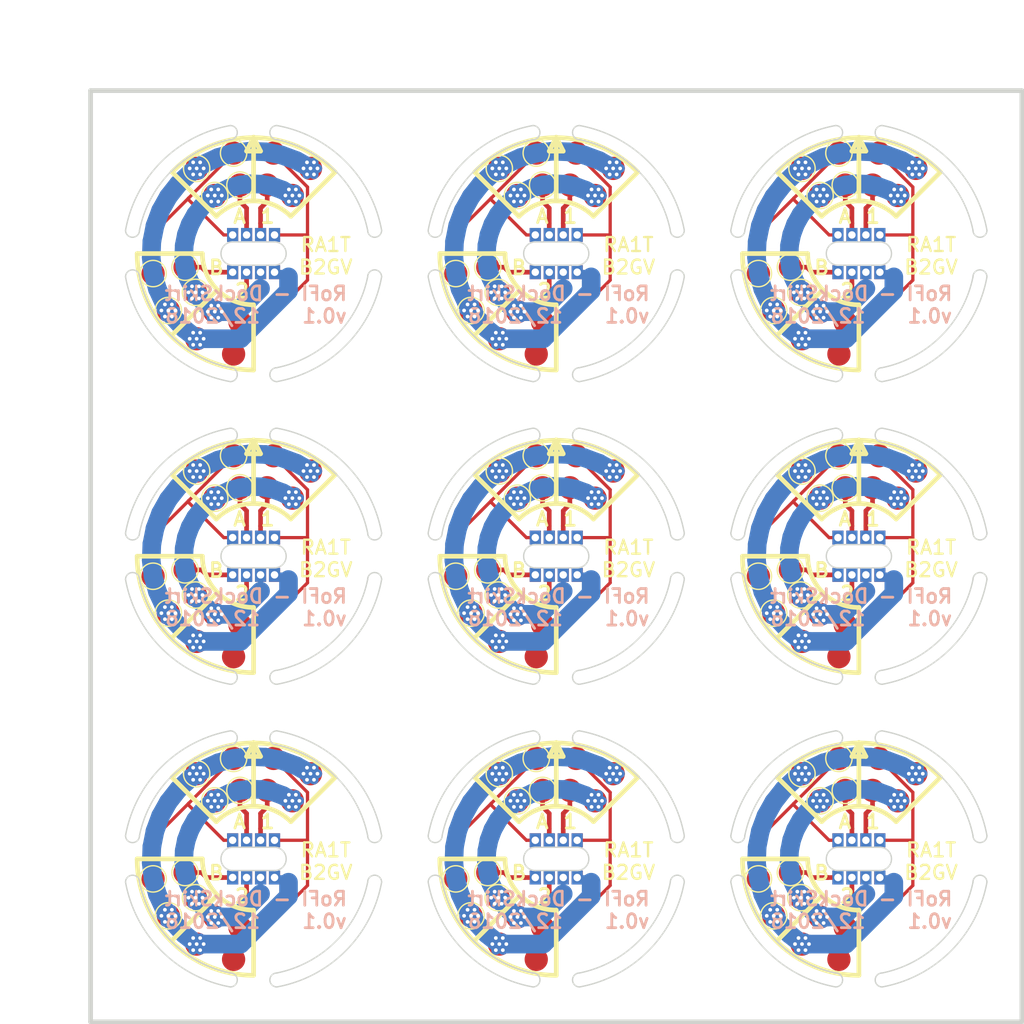
<source format=kicad_pcb>
(kicad_pcb (version 20171130) (host pcbnew 5.0.1-33cea8e~68~ubuntu18.04.1)
  (layers (0 F.Cu signal) (31 B.Cu signal) (34 B.Paste user) (35 F.Paste user) (36 B.SilkS user) (37 F.SilkS user) (38 B.Mask user) (39 F.Mask user) (44 Edge.Cuts user))
  (net 0 "")
  (net 1 48V)
  (net 2 GND)
  (net 3 RX)
  (net 4 S_A_PIN)
  (net 5 S_B_PIN)
  (net 6 TX)
  (net 7 S_2_PAD)
  (net 8 S_1_PAD)
  (module rofi:pogo_pin_2mm (layer F.Cu) (at 183.536822 160.14411)
    (fp_text reference J8 hide)
    (fp_text value SENSE_A)
    (pad 1 smd circle (at 0 0) (size 2.5 2.5) (layers F.Cu F.Paste F.Mask) (net 4 S_A_PIN))
  )
  (module rofi:pogo_pin_2mm (layer F.Cu) (at 211.263977 171.666776)
    (fp_text reference J14 hide)
    (fp_text value GND_B)
    (pad 1 smd circle (at 0 0) (size 2.5 2.5) (layers F.Cu F.Paste F.Mask) (net 2 GND))
  )
  (module rofi:pogo_pin_2mm (layer F.Cu) (at 182.854006 156.711361)
    (fp_text reference J6 hide)
    (fp_text value RX_A)
    (pad 1 smd circle (at 0 0) (size 2.5 2.5) (layers F.Cu F.Paste F.Mask) (net 3 RX))
  )
  (module rofi:pogo_pin_2mm (layer F.Cu) (at 213.333223 161.263977)
    (fp_text reference J4 hide)
    (fp_text value GND_A)
    (pad 1 smd circle (at 0 0) (size 2.5 2.5) (layers F.Cu F.Paste F.Mask) (net 2 GND))
  )
  (module rofi:pogo_pad_2mm (layer F.Cu) (at 218.963177 160.14411)
    (fp_text reference J10 hide)
    (fp_text value SENSE_1)
    (pad 1 smd circle (at 0 0) (size 2.5 2.5) (layers F.Cu F.Paste F.Mask) (net 8 S_1_PAD))
  )
  (module rofi:pogo_pad_2mm (layer F.Cu) (at 216.036822 174.855889)
    (fp_text reference J11 hide)
    (fp_text value SENSE_2)
    (pad 1 smd circle (at 0 0) (size 2.5 2.5) (layers F.Cu F.Paste F.Mask) (net 7 S_2_PAD))
  )
  (module rofi:skirt_8_pin (layer F.Cu) (at 217.5 167.5)
    (fp_text reference J1 hide)
    (fp_text value Cable)
    (pad 8 thru_hole rect (at -2.25 2) (size 1.2 1.5) (drill 0.8) (layers *.Cu *.Mask) (net 5 S_B_PIN))
    (pad 7 thru_hole rect (at -0.75 2) (size 1.2 1.5) (drill 0.8) (layers *.Cu *.Mask) (net 7 S_2_PAD))
    (pad 6 thru_hole rect (at 0.75 2) (size 1.2 1.5) (drill 0.8) (layers *.Cu *.Mask) (net 2 GND))
    (pad 5 thru_hole rect (at 2.25 2) (size 1.2 1.5) (drill 0.8) (layers *.Cu *.Mask) (net 1 48V))
    (pad 4 thru_hole rect (at 2.25 -2) (size 1.2 1.5) (drill 0.8) (layers *.Cu *.Mask) (net 6 TX))
    (pad 3 thru_hole rect (at 0.75 -2) (size 1.2 1.5) (drill 0.8) (layers *.Cu *.Mask) (net 8 S_1_PAD))
    (pad 2 thru_hole rect (at -0.75 -2) (size 1.2 1.5) (drill 0.8) (layers *.Cu *.Mask) (net 4 S_A_PIN))
    (pad 1 thru_hole rect (at -2.25 -2) (size 1.2 1.5) (drill 0.8) (layers *.Cu *.Mask) (net 3 RX))
  )
  (module rofi:pogo_pad_2mm (layer F.Cu) (at 186.463177 160.14411)
    (fp_text reference J10 hide)
    (fp_text value SENSE_1)
    (pad 1 smd circle (at 0 0) (size 2.5 2.5) (layers F.Cu F.Paste F.Mask) (net 8 S_1_PAD))
  )
  (module rofi:pogo_pin_2mm (layer F.Cu) (at 146.388727 158.353834)
    (fp_text reference J2 hide)
    (fp_text value 48V_A)
    (pad 1 smd circle (at 0 0) (size 2.5 2.5) (layers F.Cu F.Paste F.Mask) (net 1 48V))
  )
  (module rofi:pogo_pad_2mm (layer F.Cu) (at 180.833223 173.736022)
    (fp_text reference J15 hide)
    (fp_text value GND_2)
    (pad 1 smd circle (at 0 0) (size 2.5 2.5) (layers F.Cu F.Paste F.Mask) (net 2 GND))
  )
  (module rofi:pogo_pin_2mm (layer F.Cu) (at 175.853834 173.611272)
    (fp_text reference J12 hide)
    (fp_text value 48V_B)
    (pad 1 smd circle (at 0 0) (size 2.5 2.5) (layers F.Cu F.Paste F.Mask) (net 1 48V))
  )
  (module rofi:pogo_pad_2mm (layer F.Cu) (at 187.145993 156.711361)
    (fp_text reference J7 hide)
    (fp_text value TX_1)
    (pad 1 smd circle (at 0 0) (size 2.5 2.5) (layers F.Cu F.Paste F.Mask) (net 6 TX))
  )
  (module rofi:pogo_pin_2mm (layer F.Cu) (at 145.14411 168.963177)
    (fp_text reference J9 hide)
    (fp_text value SENSE_B)
    (pad 1 smd circle (at 0 0) (size 2.5 2.5) (layers F.Cu F.Paste F.Mask) (net 5 S_B_PIN))
  )
  (module rofi:pogo_pad_2mm (layer F.Cu) (at 223.611272 158.353834)
    (fp_text reference J3 hide)
    (fp_text value 48V_1)
    (pad 1 smd circle (at 0 0) (size 2.5 2.5) (layers F.Cu F.Paste F.Mask) (net 1 48V))
  )
  (module rofi:pogo_pad_2mm (layer F.Cu) (at 191.111272 158.353834)
    (fp_text reference J3 hide)
    (fp_text value 48V_1)
    (pad 1 smd circle (at 0 0) (size 2.5 2.5) (layers F.Cu F.Paste F.Mask) (net 1 48V))
  )
  (module rofi:pogo_pin_2mm (layer F.Cu) (at 143.353834 173.611272)
    (fp_text reference J12 hide)
    (fp_text value 48V_B)
    (pad 1 smd circle (at 0 0) (size 2.5 2.5) (layers F.Cu F.Paste F.Mask) (net 1 48V))
  )
  (module rofi:pogo_pad_2mm (layer F.Cu) (at 189.166776 161.263977)
    (fp_text reference J5 hide)
    (fp_text value GND_1)
    (pad 1 smd circle (at 0 0) (size 2.5 2.5) (layers F.Cu F.Paste F.Mask) (net 2 GND))
  )
  (module rofi:pogo_pin_2mm (layer F.Cu) (at 208.353834 173.611272)
    (fp_text reference J12 hide)
    (fp_text value 48V_B)
    (pad 1 smd circle (at 0 0) (size 2.5 2.5) (layers F.Cu F.Paste F.Mask) (net 1 48V))
  )
  (module rofi:pogo_pad_2mm (layer F.Cu) (at 158.611272 158.353834)
    (fp_text reference J3 hide)
    (fp_text value 48V_1)
    (pad 1 smd circle (at 0 0) (size 2.5 2.5) (layers F.Cu F.Paste F.Mask) (net 1 48V))
  )
  (module rofi:pogo_pin_2mm (layer F.Cu) (at 216.036822 160.14411)
    (fp_text reference J8 hide)
    (fp_text value SENSE_A)
    (pad 1 smd circle (at 0 0) (size 2.5 2.5) (layers F.Cu F.Paste F.Mask) (net 4 S_A_PIN))
  )
  (module rofi:pogo_pin_2mm (layer F.Cu) (at 151.036822 160.14411)
    (fp_text reference J8 hide)
    (fp_text value SENSE_A)
    (pad 1 smd circle (at 0 0) (size 2.5 2.5) (layers F.Cu F.Paste F.Mask) (net 4 S_A_PIN))
  )
  (module rofi:pogo_pad_2mm (layer F.Cu) (at 153.963177 160.14411)
    (fp_text reference J10 hide)
    (fp_text value SENSE_1)
    (pad 1 smd circle (at 0 0) (size 2.5 2.5) (layers F.Cu F.Paste F.Mask) (net 8 S_1_PAD))
  )
  (module rofi:pogo_pin_2mm (layer F.Cu) (at 210.14411 168.963177)
    (fp_text reference J9 hide)
    (fp_text value SENSE_B)
    (pad 1 smd circle (at 0 0) (size 2.5 2.5) (layers F.Cu F.Paste F.Mask) (net 5 S_B_PIN))
  )
  (module rofi:pogo_pad_2mm (layer F.Cu) (at 213.333223 173.736022)
    (fp_text reference J15 hide)
    (fp_text value GND_2)
    (pad 1 smd circle (at 0 0) (size 2.5 2.5) (layers F.Cu F.Paste F.Mask) (net 2 GND))
  )
  (module rofi:pogo_pin_2mm (layer F.Cu) (at 148.333223 161.263977)
    (fp_text reference J4 hide)
    (fp_text value GND_A)
    (pad 1 smd circle (at 0 0) (size 2.5 2.5) (layers F.Cu F.Paste F.Mask) (net 2 GND))
  )
  (module rofi:pogo_pin_2mm (layer F.Cu) (at 211.388727 158.353834)
    (fp_text reference J2 hide)
    (fp_text value 48V_A)
    (pad 1 smd circle (at 0 0) (size 2.5 2.5) (layers F.Cu F.Paste F.Mask) (net 1 48V))
  )
  (module rofi:pogo_pin_2mm (layer F.Cu) (at 150.354006 156.711361)
    (fp_text reference J6 hide)
    (fp_text value RX_A)
    (pad 1 smd circle (at 0 0) (size 2.5 2.5) (layers F.Cu F.Paste F.Mask) (net 3 RX))
  )
  (module rofi:pogo_pin_2mm (layer F.Cu) (at 141.711361 169.645993)
    (fp_text reference J16 hide)
    (fp_text value RX_B)
    (pad 1 smd circle (at 0 0) (size 2.5 2.5) (layers F.Cu F.Paste F.Mask) (net 3 RX))
  )
  (module rofi:pogo_pad_2mm (layer F.Cu) (at 146.388727 176.646165)
    (fp_text reference J13 hide)
    (fp_text value 48V_2)
    (pad 1 smd circle (at 0 0) (size 2.5 2.5) (layers F.Cu F.Paste F.Mask) (net 1 48V))
  )
  (module rofi:pogo_pad_2mm (layer F.Cu) (at 215.354006 178.288638)
    (fp_text reference J17 hide)
    (fp_text value TX_2)
    (pad 1 smd circle (at 0 0) (size 2.5 2.5) (layers F.Cu F.Paste F.Mask) (net 6 TX))
  )
  (module rofi:pogo_pad_2mm (layer F.Cu) (at 221.666776 161.263977)
    (fp_text reference J5 hide)
    (fp_text value GND_1)
    (pad 1 smd circle (at 0 0) (size 2.5 2.5) (layers F.Cu F.Paste F.Mask) (net 2 GND))
  )
  (module rofi:pogo_pad_2mm (layer F.Cu) (at 150.354006 178.288638)
    (fp_text reference J17 hide)
    (fp_text value TX_2)
    (pad 1 smd circle (at 0 0) (size 2.5 2.5) (layers F.Cu F.Paste F.Mask) (net 6 TX))
  )
  (module rofi:pogo_pin_2mm (layer F.Cu) (at 146.263977 171.666776)
    (fp_text reference J14 hide)
    (fp_text value GND_B)
    (pad 1 smd circle (at 0 0) (size 2.5 2.5) (layers F.Cu F.Paste F.Mask) (net 2 GND))
  )
  (module rofi:pogo_pad_2mm (layer F.Cu) (at 156.666776 161.263977)
    (fp_text reference J5 hide)
    (fp_text value GND_1)
    (pad 1 smd circle (at 0 0) (size 2.5 2.5) (layers F.Cu F.Paste F.Mask) (net 2 GND))
  )
  (module rofi:pogo_pin_2mm (layer F.Cu) (at 178.888727 158.353834)
    (fp_text reference J2 hide)
    (fp_text value 48V_A)
    (pad 1 smd circle (at 0 0) (size 2.5 2.5) (layers F.Cu F.Paste F.Mask) (net 1 48V))
  )
  (module rofi:pogo_pad_2mm (layer F.Cu) (at 148.333223 173.736022)
    (fp_text reference J15 hide)
    (fp_text value GND_2)
    (pad 1 smd circle (at 0 0) (size 2.5 2.5) (layers F.Cu F.Paste F.Mask) (net 2 GND))
  )
  (module rofi:pogo_pad_2mm (layer F.Cu) (at 183.536822 174.855889)
    (fp_text reference J11 hide)
    (fp_text value SENSE_2)
    (pad 1 smd circle (at 0 0) (size 2.5 2.5) (layers F.Cu F.Paste F.Mask) (net 7 S_2_PAD))
  )
  (module rofi:pogo_pad_2mm (layer F.Cu) (at 211.388727 176.646165)
    (fp_text reference J13 hide)
    (fp_text value 48V_2)
    (pad 1 smd circle (at 0 0) (size 2.5 2.5) (layers F.Cu F.Paste F.Mask) (net 1 48V))
  )
  (module rofi:pogo_pin_2mm (layer F.Cu) (at 174.211361 169.645993)
    (fp_text reference J16 hide)
    (fp_text value RX_B)
    (pad 1 smd circle (at 0 0) (size 2.5 2.5) (layers F.Cu F.Paste F.Mask) (net 3 RX))
  )
  (module rofi:pogo_pad_2mm (layer F.Cu) (at 178.888727 176.646165)
    (fp_text reference J13 hide)
    (fp_text value 48V_2)
    (pad 1 smd circle (at 0 0) (size 2.5 2.5) (layers F.Cu F.Paste F.Mask) (net 1 48V))
  )
  (module rofi:pogo_pad_2mm (layer F.Cu) (at 154.645993 156.711361)
    (fp_text reference J7 hide)
    (fp_text value TX_1)
    (pad 1 smd circle (at 0 0) (size 2.5 2.5) (layers F.Cu F.Paste F.Mask) (net 6 TX))
  )
  (module rofi:pogo_pin_2mm (layer F.Cu) (at 215.354006 156.711361)
    (fp_text reference J6 hide)
    (fp_text value RX_A)
    (pad 1 smd circle (at 0 0) (size 2.5 2.5) (layers F.Cu F.Paste F.Mask) (net 3 RX))
  )
  (module rofi:skirt_8_pin (layer F.Cu) (at 185 167.5)
    (fp_text reference J1 hide)
    (fp_text value Cable)
    (pad 1 thru_hole rect (at -2.25 -2) (size 1.2 1.5) (drill 0.8) (layers *.Cu *.Mask) (net 3 RX))
    (pad 2 thru_hole rect (at -0.75 -2) (size 1.2 1.5) (drill 0.8) (layers *.Cu *.Mask) (net 4 S_A_PIN))
    (pad 3 thru_hole rect (at 0.75 -2) (size 1.2 1.5) (drill 0.8) (layers *.Cu *.Mask) (net 8 S_1_PAD))
    (pad 4 thru_hole rect (at 2.25 -2) (size 1.2 1.5) (drill 0.8) (layers *.Cu *.Mask) (net 6 TX))
    (pad 5 thru_hole rect (at 2.25 2) (size 1.2 1.5) (drill 0.8) (layers *.Cu *.Mask) (net 1 48V))
    (pad 6 thru_hole rect (at 0.75 2) (size 1.2 1.5) (drill 0.8) (layers *.Cu *.Mask) (net 2 GND))
    (pad 7 thru_hole rect (at -0.75 2) (size 1.2 1.5) (drill 0.8) (layers *.Cu *.Mask) (net 7 S_2_PAD))
    (pad 8 thru_hole rect (at -2.25 2) (size 1.2 1.5) (drill 0.8) (layers *.Cu *.Mask) (net 5 S_B_PIN))
  )
  (module rofi:skirt_8_pin (layer F.Cu) (at 152.5 167.5)
    (fp_text reference J1 hide)
    (fp_text value Cable)
    (pad 8 thru_hole rect (at -2.25 2) (size 1.2 1.5) (drill 0.8) (layers *.Cu *.Mask) (net 5 S_B_PIN))
    (pad 7 thru_hole rect (at -0.75 2) (size 1.2 1.5) (drill 0.8) (layers *.Cu *.Mask) (net 7 S_2_PAD))
    (pad 6 thru_hole rect (at 0.75 2) (size 1.2 1.5) (drill 0.8) (layers *.Cu *.Mask) (net 2 GND))
    (pad 5 thru_hole rect (at 2.25 2) (size 1.2 1.5) (drill 0.8) (layers *.Cu *.Mask) (net 1 48V))
    (pad 4 thru_hole rect (at 2.25 -2) (size 1.2 1.5) (drill 0.8) (layers *.Cu *.Mask) (net 6 TX))
    (pad 3 thru_hole rect (at 0.75 -2) (size 1.2 1.5) (drill 0.8) (layers *.Cu *.Mask) (net 8 S_1_PAD))
    (pad 2 thru_hole rect (at -0.75 -2) (size 1.2 1.5) (drill 0.8) (layers *.Cu *.Mask) (net 4 S_A_PIN))
    (pad 1 thru_hole rect (at -2.25 -2) (size 1.2 1.5) (drill 0.8) (layers *.Cu *.Mask) (net 3 RX))
  )
  (module rofi:pogo_pin_2mm (layer F.Cu) (at 178.763977 171.666776)
    (fp_text reference J14 hide)
    (fp_text value GND_B)
    (pad 1 smd circle (at 0 0) (size 2.5 2.5) (layers F.Cu F.Paste F.Mask) (net 2 GND))
  )
  (module rofi:pogo_pin_2mm (layer F.Cu) (at 206.711361 169.645993)
    (fp_text reference J16 hide)
    (fp_text value RX_B)
    (pad 1 smd circle (at 0 0) (size 2.5 2.5) (layers F.Cu F.Paste F.Mask) (net 3 RX))
  )
  (module rofi:pogo_pin_2mm (layer F.Cu) (at 177.64411 168.963177)
    (fp_text reference J9 hide)
    (fp_text value SENSE_B)
    (pad 1 smd circle (at 0 0) (size 2.5 2.5) (layers F.Cu F.Paste F.Mask) (net 5 S_B_PIN))
  )
  (module rofi:pogo_pin_2mm (layer F.Cu) (at 180.833223 161.263977)
    (fp_text reference J4 hide)
    (fp_text value GND_A)
    (pad 1 smd circle (at 0 0) (size 2.5 2.5) (layers F.Cu F.Paste F.Mask) (net 2 GND))
  )
  (module rofi:pogo_pad_2mm (layer F.Cu) (at 182.854006 178.288638)
    (fp_text reference J17 hide)
    (fp_text value TX_2)
    (pad 1 smd circle (at 0 0) (size 2.5 2.5) (layers F.Cu F.Paste F.Mask) (net 6 TX))
  )
  (module rofi:pogo_pad_2mm (layer F.Cu) (at 219.645993 156.711361)
    (fp_text reference J7 hide)
    (fp_text value TX_1)
    (pad 1 smd circle (at 0 0) (size 2.5 2.5) (layers F.Cu F.Paste F.Mask) (net 6 TX))
  )
  (module rofi:pogo_pad_2mm (layer F.Cu) (at 151.036822 174.855889)
    (fp_text reference J11 hide)
    (fp_text value SENSE_2)
    (pad 1 smd circle (at 0 0) (size 2.5 2.5) (layers F.Cu F.Paste F.Mask) (net 7 S_2_PAD))
  )
  (module rofi:pogo_pad_2mm (layer F.Cu) (at 211.388727 144.146165)
    (fp_text reference J13 hide)
    (fp_text value 48V_2)
    (pad 1 smd circle (at 0 0) (size 2.5 2.5) (layers F.Cu F.Paste F.Mask) (net 1 48V))
  )
  (module rofi:pogo_pin_2mm (layer F.Cu) (at 211.388727 125.853834)
    (fp_text reference J2 hide)
    (fp_text value 48V_A)
    (pad 1 smd circle (at 0 0) (size 2.5 2.5) (layers F.Cu F.Paste F.Mask) (net 1 48V))
  )
  (module rofi:pogo_pad_2mm (layer F.Cu) (at 183.536822 142.355889)
    (fp_text reference J11 hide)
    (fp_text value SENSE_2)
    (pad 1 smd circle (at 0 0) (size 2.5 2.5) (layers F.Cu F.Paste F.Mask) (net 7 S_2_PAD))
  )
  (module rofi:pogo_pad_2mm (layer F.Cu) (at 180.833223 141.236022)
    (fp_text reference J15 hide)
    (fp_text value GND_2)
    (pad 1 smd circle (at 0 0) (size 2.5 2.5) (layers F.Cu F.Paste F.Mask) (net 2 GND))
  )
  (module rofi:pogo_pad_2mm (layer F.Cu) (at 213.333223 141.236022)
    (fp_text reference J15 hide)
    (fp_text value GND_2)
    (pad 1 smd circle (at 0 0) (size 2.5 2.5) (layers F.Cu F.Paste F.Mask) (net 2 GND))
  )
  (module rofi:pogo_pad_2mm (layer F.Cu) (at 218.963177 127.64411)
    (fp_text reference J10 hide)
    (fp_text value SENSE_1)
    (pad 1 smd circle (at 0 0) (size 2.5 2.5) (layers F.Cu F.Paste F.Mask) (net 8 S_1_PAD))
  )
  (module rofi:pogo_pad_2mm (layer F.Cu) (at 216.036822 142.355889)
    (fp_text reference J11 hide)
    (fp_text value SENSE_2)
    (pad 1 smd circle (at 0 0) (size 2.5 2.5) (layers F.Cu F.Paste F.Mask) (net 7 S_2_PAD))
  )
  (module rofi:pogo_pin_2mm (layer F.Cu) (at 208.353834 141.111272)
    (fp_text reference J12 hide)
    (fp_text value 48V_B)
    (pad 1 smd circle (at 0 0) (size 2.5 2.5) (layers F.Cu F.Paste F.Mask) (net 1 48V))
  )
  (module rofi:pogo_pad_2mm (layer F.Cu) (at 219.645993 124.211361)
    (fp_text reference J7 hide)
    (fp_text value TX_1)
    (pad 1 smd circle (at 0 0) (size 2.5 2.5) (layers F.Cu F.Paste F.Mask) (net 6 TX))
  )
  (module rofi:pogo_pin_2mm (layer F.Cu) (at 206.711361 137.145993)
    (fp_text reference J16 hide)
    (fp_text value RX_B)
    (pad 1 smd circle (at 0 0) (size 2.5 2.5) (layers F.Cu F.Paste F.Mask) (net 3 RX))
  )
  (module rofi:pogo_pin_2mm (layer F.Cu) (at 211.263977 139.166776)
    (fp_text reference J14 hide)
    (fp_text value GND_B)
    (pad 1 smd circle (at 0 0) (size 2.5 2.5) (layers F.Cu F.Paste F.Mask) (net 2 GND))
  )
  (module rofi:pogo_pad_2mm (layer F.Cu) (at 186.463177 127.64411)
    (fp_text reference J10 hide)
    (fp_text value SENSE_1)
    (pad 1 smd circle (at 0 0) (size 2.5 2.5) (layers F.Cu F.Paste F.Mask) (net 8 S_1_PAD))
  )
  (module rofi:pogo_pin_2mm (layer F.Cu) (at 215.354006 124.211361)
    (fp_text reference J6 hide)
    (fp_text value RX_A)
    (pad 1 smd circle (at 0 0) (size 2.5 2.5) (layers F.Cu F.Paste F.Mask) (net 3 RX))
  )
  (module rofi:pogo_pin_2mm (layer F.Cu) (at 213.333223 128.763977)
    (fp_text reference J4 hide)
    (fp_text value GND_A)
    (pad 1 smd circle (at 0 0) (size 2.5 2.5) (layers F.Cu F.Paste F.Mask) (net 2 GND))
  )
  (module rofi:pogo_pad_2mm (layer F.Cu) (at 215.354006 145.788638)
    (fp_text reference J17 hide)
    (fp_text value TX_2)
    (pad 1 smd circle (at 0 0) (size 2.5 2.5) (layers F.Cu F.Paste F.Mask) (net 6 TX))
  )
  (module rofi:pogo_pin_2mm (layer F.Cu) (at 175.853834 141.111272)
    (fp_text reference J12 hide)
    (fp_text value 48V_B)
    (pad 1 smd circle (at 0 0) (size 2.5 2.5) (layers F.Cu F.Paste F.Mask) (net 1 48V))
  )
  (module rofi:pogo_pad_2mm (layer F.Cu) (at 189.166776 128.763977)
    (fp_text reference J5 hide)
    (fp_text value GND_1)
    (pad 1 smd circle (at 0 0) (size 2.5 2.5) (layers F.Cu F.Paste F.Mask) (net 2 GND))
  )
  (module rofi:pogo_pin_2mm (layer F.Cu) (at 177.64411 136.463177)
    (fp_text reference J9 hide)
    (fp_text value SENSE_B)
    (pad 1 smd circle (at 0 0) (size 2.5 2.5) (layers F.Cu F.Paste F.Mask) (net 5 S_B_PIN))
  )
  (module rofi:pogo_pad_2mm (layer F.Cu) (at 223.611272 125.853834)
    (fp_text reference J3 hide)
    (fp_text value 48V_1)
    (pad 1 smd circle (at 0 0) (size 2.5 2.5) (layers F.Cu F.Paste F.Mask) (net 1 48V))
  )
  (module rofi:skirt_8_pin (layer F.Cu) (at 185 135)
    (fp_text reference J1 hide)
    (fp_text value Cable)
    (pad 8 thru_hole rect (at -2.25 2) (size 1.2 1.5) (drill 0.8) (layers *.Cu *.Mask) (net 5 S_B_PIN))
    (pad 7 thru_hole rect (at -0.75 2) (size 1.2 1.5) (drill 0.8) (layers *.Cu *.Mask) (net 7 S_2_PAD))
    (pad 6 thru_hole rect (at 0.75 2) (size 1.2 1.5) (drill 0.8) (layers *.Cu *.Mask) (net 2 GND))
    (pad 5 thru_hole rect (at 2.25 2) (size 1.2 1.5) (drill 0.8) (layers *.Cu *.Mask) (net 1 48V))
    (pad 4 thru_hole rect (at 2.25 -2) (size 1.2 1.5) (drill 0.8) (layers *.Cu *.Mask) (net 6 TX))
    (pad 3 thru_hole rect (at 0.75 -2) (size 1.2 1.5) (drill 0.8) (layers *.Cu *.Mask) (net 8 S_1_PAD))
    (pad 2 thru_hole rect (at -0.75 -2) (size 1.2 1.5) (drill 0.8) (layers *.Cu *.Mask) (net 4 S_A_PIN))
    (pad 1 thru_hole rect (at -2.25 -2) (size 1.2 1.5) (drill 0.8) (layers *.Cu *.Mask) (net 3 RX))
  )
  (module rofi:pogo_pad_2mm (layer F.Cu) (at 158.611272 125.853834)
    (fp_text reference J3 hide)
    (fp_text value 48V_1)
    (pad 1 smd circle (at 0 0) (size 2.5 2.5) (layers F.Cu F.Paste F.Mask) (net 1 48V))
  )
  (module rofi:pogo_pin_2mm (layer F.Cu) (at 148.333223 128.763977)
    (fp_text reference J4 hide)
    (fp_text value GND_A)
    (pad 1 smd circle (at 0 0) (size 2.5 2.5) (layers F.Cu F.Paste F.Mask) (net 2 GND))
  )
  (module rofi:pogo_pad_2mm (layer F.Cu) (at 146.388727 144.146165)
    (fp_text reference J13 hide)
    (fp_text value 48V_2)
    (pad 1 smd circle (at 0 0) (size 2.5 2.5) (layers F.Cu F.Paste F.Mask) (net 1 48V))
  )
  (module rofi:pogo_pad_2mm (layer F.Cu) (at 148.333223 141.236022)
    (fp_text reference J15 hide)
    (fp_text value GND_2)
    (pad 1 smd circle (at 0 0) (size 2.5 2.5) (layers F.Cu F.Paste F.Mask) (net 2 GND))
  )
  (module rofi:pogo_pad_2mm (layer F.Cu) (at 156.666776 128.763977)
    (fp_text reference J5 hide)
    (fp_text value GND_1)
    (pad 1 smd circle (at 0 0) (size 2.5 2.5) (layers F.Cu F.Paste F.Mask) (net 2 GND))
  )
  (module rofi:pogo_pin_2mm (layer F.Cu) (at 143.353834 141.111272)
    (fp_text reference J12 hide)
    (fp_text value 48V_B)
    (pad 1 smd circle (at 0 0) (size 2.5 2.5) (layers F.Cu F.Paste F.Mask) (net 1 48V))
  )
  (module rofi:pogo_pad_2mm (layer F.Cu) (at 153.963177 127.64411)
    (fp_text reference J10 hide)
    (fp_text value SENSE_1)
    (pad 1 smd circle (at 0 0) (size 2.5 2.5) (layers F.Cu F.Paste F.Mask) (net 8 S_1_PAD))
  )
  (module rofi:pogo_pin_2mm (layer F.Cu) (at 145.14411 136.463177)
    (fp_text reference J9 hide)
    (fp_text value SENSE_B)
    (pad 1 smd circle (at 0 0) (size 2.5 2.5) (layers F.Cu F.Paste F.Mask) (net 5 S_B_PIN))
  )
  (module rofi:skirt_8_pin (layer F.Cu) (at 152.5 135)
    (fp_text reference J1 hide)
    (fp_text value Cable)
    (pad 1 thru_hole rect (at -2.25 -2) (size 1.2 1.5) (drill 0.8) (layers *.Cu *.Mask) (net 3 RX))
    (pad 2 thru_hole rect (at -0.75 -2) (size 1.2 1.5) (drill 0.8) (layers *.Cu *.Mask) (net 4 S_A_PIN))
    (pad 3 thru_hole rect (at 0.75 -2) (size 1.2 1.5) (drill 0.8) (layers *.Cu *.Mask) (net 8 S_1_PAD))
    (pad 4 thru_hole rect (at 2.25 -2) (size 1.2 1.5) (drill 0.8) (layers *.Cu *.Mask) (net 6 TX))
    (pad 5 thru_hole rect (at 2.25 2) (size 1.2 1.5) (drill 0.8) (layers *.Cu *.Mask) (net 1 48V))
    (pad 6 thru_hole rect (at 0.75 2) (size 1.2 1.5) (drill 0.8) (layers *.Cu *.Mask) (net 2 GND))
    (pad 7 thru_hole rect (at -0.75 2) (size 1.2 1.5) (drill 0.8) (layers *.Cu *.Mask) (net 7 S_2_PAD))
    (pad 8 thru_hole rect (at -2.25 2) (size 1.2 1.5) (drill 0.8) (layers *.Cu *.Mask) (net 5 S_B_PIN))
  )
  (module rofi:pogo_pin_2mm (layer F.Cu) (at 146.388727 125.853834)
    (fp_text reference J2 hide)
    (fp_text value 48V_A)
    (pad 1 smd circle (at 0 0) (size 2.5 2.5) (layers F.Cu F.Paste F.Mask) (net 1 48V))
  )
  (module rofi:pogo_pin_2mm (layer F.Cu) (at 151.036822 127.64411)
    (fp_text reference J8 hide)
    (fp_text value SENSE_A)
    (pad 1 smd circle (at 0 0) (size 2.5 2.5) (layers F.Cu F.Paste F.Mask) (net 4 S_A_PIN))
  )
  (module rofi:pogo_pin_2mm (layer F.Cu) (at 141.711361 137.145993)
    (fp_text reference J16 hide)
    (fp_text value RX_B)
    (pad 1 smd circle (at 0 0) (size 2.5 2.5) (layers F.Cu F.Paste F.Mask) (net 3 RX))
  )
  (module rofi:pogo_pin_2mm (layer F.Cu) (at 146.263977 139.166776)
    (fp_text reference J14 hide)
    (fp_text value GND_B)
    (pad 1 smd circle (at 0 0) (size 2.5 2.5) (layers F.Cu F.Paste F.Mask) (net 2 GND))
  )
  (module rofi:pogo_pin_2mm (layer F.Cu) (at 150.354006 124.211361)
    (fp_text reference J6 hide)
    (fp_text value RX_A)
    (pad 1 smd circle (at 0 0) (size 2.5 2.5) (layers F.Cu F.Paste F.Mask) (net 3 RX))
  )
  (module rofi:pogo_pad_2mm (layer F.Cu) (at 154.645993 124.211361)
    (fp_text reference J7 hide)
    (fp_text value TX_1)
    (pad 1 smd circle (at 0 0) (size 2.5 2.5) (layers F.Cu F.Paste F.Mask) (net 6 TX))
  )
  (module rofi:pogo_pin_2mm (layer F.Cu) (at 178.888727 125.853834)
    (fp_text reference J2 hide)
    (fp_text value 48V_A)
    (pad 1 smd circle (at 0 0) (size 2.5 2.5) (layers F.Cu F.Paste F.Mask) (net 1 48V))
  )
  (module rofi:pogo_pad_2mm (layer F.Cu) (at 178.888727 144.146165)
    (fp_text reference J13 hide)
    (fp_text value 48V_2)
    (pad 1 smd circle (at 0 0) (size 2.5 2.5) (layers F.Cu F.Paste F.Mask) (net 1 48V))
  )
  (module rofi:pogo_pad_2mm (layer F.Cu) (at 151.036822 142.355889)
    (fp_text reference J11 hide)
    (fp_text value SENSE_2)
    (pad 1 smd circle (at 0 0) (size 2.5 2.5) (layers F.Cu F.Paste F.Mask) (net 7 S_2_PAD))
  )
  (module rofi:pogo_pad_2mm (layer F.Cu) (at 150.354006 145.788638)
    (fp_text reference J17 hide)
    (fp_text value TX_2)
    (pad 1 smd circle (at 0 0) (size 2.5 2.5) (layers F.Cu F.Paste F.Mask) (net 6 TX))
  )
  (module rofi:pogo_pad_2mm (layer F.Cu) (at 187.145993 124.211361)
    (fp_text reference J7 hide)
    (fp_text value TX_1)
    (pad 1 smd circle (at 0 0) (size 2.5 2.5) (layers F.Cu F.Paste F.Mask) (net 6 TX))
  )
  (module rofi:pogo_pin_2mm (layer F.Cu) (at 210.14411 136.463177)
    (fp_text reference J9 hide)
    (fp_text value SENSE_B)
    (pad 1 smd circle (at 0 0) (size 2.5 2.5) (layers F.Cu F.Paste F.Mask) (net 5 S_B_PIN))
  )
  (module rofi:pogo_pin_2mm (layer F.Cu) (at 174.211361 137.145993)
    (fp_text reference J16 hide)
    (fp_text value RX_B)
    (pad 1 smd circle (at 0 0) (size 2.5 2.5) (layers F.Cu F.Paste F.Mask) (net 3 RX))
  )
  (module rofi:pogo_pad_2mm (layer F.Cu) (at 182.854006 145.788638)
    (fp_text reference J17 hide)
    (fp_text value TX_2)
    (pad 1 smd circle (at 0 0) (size 2.5 2.5) (layers F.Cu F.Paste F.Mask) (net 6 TX))
  )
  (module rofi:pogo_pin_2mm (layer F.Cu) (at 180.833223 128.763977)
    (fp_text reference J4 hide)
    (fp_text value GND_A)
    (pad 1 smd circle (at 0 0) (size 2.5 2.5) (layers F.Cu F.Paste F.Mask) (net 2 GND))
  )
  (module rofi:pogo_pin_2mm (layer F.Cu) (at 182.854006 124.211361)
    (fp_text reference J6 hide)
    (fp_text value RX_A)
    (pad 1 smd circle (at 0 0) (size 2.5 2.5) (layers F.Cu F.Paste F.Mask) (net 3 RX))
  )
  (module rofi:pogo_pad_2mm (layer F.Cu) (at 221.666776 128.763977)
    (fp_text reference J5 hide)
    (fp_text value GND_1)
    (pad 1 smd circle (at 0 0) (size 2.5 2.5) (layers F.Cu F.Paste F.Mask) (net 2 GND))
  )
  (module rofi:pogo_pin_2mm (layer F.Cu) (at 183.536822 127.64411)
    (fp_text reference J8 hide)
    (fp_text value SENSE_A)
    (pad 1 smd circle (at 0 0) (size 2.5 2.5) (layers F.Cu F.Paste F.Mask) (net 4 S_A_PIN))
  )
  (module rofi:pogo_pin_2mm (layer F.Cu) (at 178.763977 139.166776)
    (fp_text reference J14 hide)
    (fp_text value GND_B)
    (pad 1 smd circle (at 0 0) (size 2.5 2.5) (layers F.Cu F.Paste F.Mask) (net 2 GND))
  )
  (module rofi:pogo_pad_2mm (layer F.Cu) (at 191.111272 125.853834)
    (fp_text reference J3 hide)
    (fp_text value 48V_1)
    (pad 1 smd circle (at 0 0) (size 2.5 2.5) (layers F.Cu F.Paste F.Mask) (net 1 48V))
  )
  (module rofi:skirt_8_pin (layer F.Cu) (at 217.5 135)
    (fp_text reference J1 hide)
    (fp_text value Cable)
    (pad 1 thru_hole rect (at -2.25 -2) (size 1.2 1.5) (drill 0.8) (layers *.Cu *.Mask) (net 3 RX))
    (pad 2 thru_hole rect (at -0.75 -2) (size 1.2 1.5) (drill 0.8) (layers *.Cu *.Mask) (net 4 S_A_PIN))
    (pad 3 thru_hole rect (at 0.75 -2) (size 1.2 1.5) (drill 0.8) (layers *.Cu *.Mask) (net 8 S_1_PAD))
    (pad 4 thru_hole rect (at 2.25 -2) (size 1.2 1.5) (drill 0.8) (layers *.Cu *.Mask) (net 6 TX))
    (pad 5 thru_hole rect (at 2.25 2) (size 1.2 1.5) (drill 0.8) (layers *.Cu *.Mask) (net 1 48V))
    (pad 6 thru_hole rect (at 0.75 2) (size 1.2 1.5) (drill 0.8) (layers *.Cu *.Mask) (net 2 GND))
    (pad 7 thru_hole rect (at -0.75 2) (size 1.2 1.5) (drill 0.8) (layers *.Cu *.Mask) (net 7 S_2_PAD))
    (pad 8 thru_hole rect (at -2.25 2) (size 1.2 1.5) (drill 0.8) (layers *.Cu *.Mask) (net 5 S_B_PIN))
  )
  (module rofi:pogo_pin_2mm (layer F.Cu) (at 216.036822 127.64411)
    (fp_text reference J8 hide)
    (fp_text value SENSE_A)
    (pad 1 smd circle (at 0 0) (size 2.5 2.5) (layers F.Cu F.Paste F.Mask) (net 4 S_A_PIN))
  )
  (module rofi:pogo_pad_2mm (layer F.Cu) (at 216.036822 109.855889)
    (fp_text reference J11 hide)
    (fp_text value SENSE_2)
    (pad 1 smd circle (at 0 0) (size 2.5 2.5) (layers F.Cu F.Paste F.Mask) (net 7 S_2_PAD))
  )
  (module rofi:pogo_pad_2mm (layer F.Cu) (at 213.333223 108.736022)
    (fp_text reference J15 hide)
    (fp_text value GND_2)
    (pad 1 smd circle (at 0 0) (size 2.5 2.5) (layers F.Cu F.Paste F.Mask) (net 2 GND))
  )
  (module rofi:pogo_pad_2mm (layer F.Cu) (at 218.963177 95.14411)
    (fp_text reference J10 hide)
    (fp_text value SENSE_1)
    (pad 1 smd circle (at 0 0) (size 2.5 2.5) (layers F.Cu F.Paste F.Mask) (net 8 S_1_PAD))
  )
  (module rofi:pogo_pin_2mm (layer F.Cu) (at 208.353834 108.611272)
    (fp_text reference J12 hide)
    (fp_text value 48V_B)
    (pad 1 smd circle (at 0 0) (size 2.5 2.5) (layers F.Cu F.Paste F.Mask) (net 1 48V))
  )
  (module rofi:pogo_pad_2mm (layer F.Cu) (at 221.666776 96.263977)
    (fp_text reference J5 hide)
    (fp_text value GND_1)
    (pad 1 smd circle (at 0 0) (size 2.5 2.5) (layers F.Cu F.Paste F.Mask) (net 2 GND))
  )
  (module rofi:pogo_pin_2mm (layer F.Cu) (at 210.14411 103.963177)
    (fp_text reference J9 hide)
    (fp_text value SENSE_B)
    (pad 1 smd circle (at 0 0) (size 2.5 2.5) (layers F.Cu F.Paste F.Mask) (net 5 S_B_PIN))
  )
  (module rofi:skirt_8_pin (layer F.Cu) (at 217.5 102.5)
    (fp_text reference J1 hide)
    (fp_text value Cable)
    (pad 8 thru_hole rect (at -2.25 2) (size 1.2 1.5) (drill 0.8) (layers *.Cu *.Mask) (net 5 S_B_PIN))
    (pad 7 thru_hole rect (at -0.75 2) (size 1.2 1.5) (drill 0.8) (layers *.Cu *.Mask) (net 7 S_2_PAD))
    (pad 6 thru_hole rect (at 0.75 2) (size 1.2 1.5) (drill 0.8) (layers *.Cu *.Mask) (net 2 GND))
    (pad 5 thru_hole rect (at 2.25 2) (size 1.2 1.5) (drill 0.8) (layers *.Cu *.Mask) (net 1 48V))
    (pad 4 thru_hole rect (at 2.25 -2) (size 1.2 1.5) (drill 0.8) (layers *.Cu *.Mask) (net 6 TX))
    (pad 3 thru_hole rect (at 0.75 -2) (size 1.2 1.5) (drill 0.8) (layers *.Cu *.Mask) (net 8 S_1_PAD))
    (pad 2 thru_hole rect (at -0.75 -2) (size 1.2 1.5) (drill 0.8) (layers *.Cu *.Mask) (net 4 S_A_PIN))
    (pad 1 thru_hole rect (at -2.25 -2) (size 1.2 1.5) (drill 0.8) (layers *.Cu *.Mask) (net 3 RX))
  )
  (module rofi:pogo_pin_2mm (layer F.Cu) (at 211.388727 93.353834)
    (fp_text reference J2 hide)
    (fp_text value 48V_A)
    (pad 1 smd circle (at 0 0) (size 2.5 2.5) (layers F.Cu F.Paste F.Mask) (net 1 48V))
  )
  (module rofi:pogo_pad_2mm (layer F.Cu) (at 211.388727 111.646165)
    (fp_text reference J13 hide)
    (fp_text value 48V_2)
    (pad 1 smd circle (at 0 0) (size 2.5 2.5) (layers F.Cu F.Paste F.Mask) (net 1 48V))
  )
  (module rofi:pogo_pad_2mm (layer F.Cu) (at 219.645993 91.711361)
    (fp_text reference J7 hide)
    (fp_text value TX_1)
    (pad 1 smd circle (at 0 0) (size 2.5 2.5) (layers F.Cu F.Paste F.Mask) (net 6 TX))
  )
  (module rofi:pogo_pin_2mm (layer F.Cu) (at 206.711361 104.645993)
    (fp_text reference J16 hide)
    (fp_text value RX_B)
    (pad 1 smd circle (at 0 0) (size 2.5 2.5) (layers F.Cu F.Paste F.Mask) (net 3 RX))
  )
  (module rofi:pogo_pad_2mm (layer F.Cu) (at 215.354006 113.288638)
    (fp_text reference J17 hide)
    (fp_text value TX_2)
    (pad 1 smd circle (at 0 0) (size 2.5 2.5) (layers F.Cu F.Paste F.Mask) (net 6 TX))
  )
  (module rofi:pogo_pin_2mm (layer F.Cu) (at 213.333223 96.263977)
    (fp_text reference J4 hide)
    (fp_text value GND_A)
    (pad 1 smd circle (at 0 0) (size 2.5 2.5) (layers F.Cu F.Paste F.Mask) (net 2 GND))
  )
  (module rofi:pogo_pin_2mm (layer F.Cu) (at 215.354006 91.711361)
    (fp_text reference J6 hide)
    (fp_text value RX_A)
    (pad 1 smd circle (at 0 0) (size 2.5 2.5) (layers F.Cu F.Paste F.Mask) (net 3 RX))
  )
  (module rofi:pogo_pin_2mm (layer F.Cu) (at 216.036822 95.14411)
    (fp_text reference J8 hide)
    (fp_text value SENSE_A)
    (pad 1 smd circle (at 0 0) (size 2.5 2.5) (layers F.Cu F.Paste F.Mask) (net 4 S_A_PIN))
  )
  (module rofi:pogo_pin_2mm (layer F.Cu) (at 211.263977 106.666776)
    (fp_text reference J14 hide)
    (fp_text value GND_B)
    (pad 1 smd circle (at 0 0) (size 2.5 2.5) (layers F.Cu F.Paste F.Mask) (net 2 GND))
  )
  (module rofi:pogo_pad_2mm (layer F.Cu) (at 223.611272 93.353834)
    (fp_text reference J3 hide)
    (fp_text value 48V_1)
    (pad 1 smd circle (at 0 0) (size 2.5 2.5) (layers F.Cu F.Paste F.Mask) (net 1 48V))
  )
  (module rofi:pogo_pad_2mm (layer F.Cu) (at 191.111272 93.353834)
    (fp_text reference J3 hide)
    (fp_text value 48V_1)
    (pad 1 smd circle (at 0 0) (size 2.5 2.5) (layers F.Cu F.Paste F.Mask) (net 1 48V))
  )
  (module rofi:pogo_pin_2mm (layer F.Cu) (at 180.833223 96.263977)
    (fp_text reference J4 hide)
    (fp_text value GND_A)
    (pad 1 smd circle (at 0 0) (size 2.5 2.5) (layers F.Cu F.Paste F.Mask) (net 2 GND))
  )
  (module rofi:pogo_pad_2mm (layer F.Cu) (at 178.888727 111.646165)
    (fp_text reference J13 hide)
    (fp_text value 48V_2)
    (pad 1 smd circle (at 0 0) (size 2.5 2.5) (layers F.Cu F.Paste F.Mask) (net 1 48V))
  )
  (module rofi:pogo_pad_2mm (layer F.Cu) (at 180.833223 108.736022)
    (fp_text reference J15 hide)
    (fp_text value GND_2)
    (pad 1 smd circle (at 0 0) (size 2.5 2.5) (layers F.Cu F.Paste F.Mask) (net 2 GND))
  )
  (module rofi:pogo_pad_2mm (layer F.Cu) (at 189.166776 96.263977)
    (fp_text reference J5 hide)
    (fp_text value GND_1)
    (pad 1 smd circle (at 0 0) (size 2.5 2.5) (layers F.Cu F.Paste F.Mask) (net 2 GND))
  )
  (module rofi:pogo_pin_2mm (layer F.Cu) (at 175.853834 108.611272)
    (fp_text reference J12 hide)
    (fp_text value 48V_B)
    (pad 1 smd circle (at 0 0) (size 2.5 2.5) (layers F.Cu F.Paste F.Mask) (net 1 48V))
  )
  (module rofi:pogo_pad_2mm (layer F.Cu) (at 186.463177 95.14411)
    (fp_text reference J10 hide)
    (fp_text value SENSE_1)
    (pad 1 smd circle (at 0 0) (size 2.5 2.5) (layers F.Cu F.Paste F.Mask) (net 8 S_1_PAD))
  )
  (module rofi:pogo_pin_2mm (layer F.Cu) (at 177.64411 103.963177)
    (fp_text reference J9 hide)
    (fp_text value SENSE_B)
    (pad 1 smd circle (at 0 0) (size 2.5 2.5) (layers F.Cu F.Paste F.Mask) (net 5 S_B_PIN))
  )
  (module rofi:skirt_8_pin (layer F.Cu) (at 185 102.5)
    (fp_text reference J1 hide)
    (fp_text value Cable)
    (pad 1 thru_hole rect (at -2.25 -2) (size 1.2 1.5) (drill 0.8) (layers *.Cu *.Mask) (net 3 RX))
    (pad 2 thru_hole rect (at -0.75 -2) (size 1.2 1.5) (drill 0.8) (layers *.Cu *.Mask) (net 4 S_A_PIN))
    (pad 3 thru_hole rect (at 0.75 -2) (size 1.2 1.5) (drill 0.8) (layers *.Cu *.Mask) (net 8 S_1_PAD))
    (pad 4 thru_hole rect (at 2.25 -2) (size 1.2 1.5) (drill 0.8) (layers *.Cu *.Mask) (net 6 TX))
    (pad 5 thru_hole rect (at 2.25 2) (size 1.2 1.5) (drill 0.8) (layers *.Cu *.Mask) (net 1 48V))
    (pad 6 thru_hole rect (at 0.75 2) (size 1.2 1.5) (drill 0.8) (layers *.Cu *.Mask) (net 2 GND))
    (pad 7 thru_hole rect (at -0.75 2) (size 1.2 1.5) (drill 0.8) (layers *.Cu *.Mask) (net 7 S_2_PAD))
    (pad 8 thru_hole rect (at -2.25 2) (size 1.2 1.5) (drill 0.8) (layers *.Cu *.Mask) (net 5 S_B_PIN))
  )
  (module rofi:pogo_pin_2mm (layer F.Cu) (at 178.888727 93.353834)
    (fp_text reference J2 hide)
    (fp_text value 48V_A)
    (pad 1 smd circle (at 0 0) (size 2.5 2.5) (layers F.Cu F.Paste F.Mask) (net 1 48V))
  )
  (module rofi:pogo_pin_2mm (layer F.Cu) (at 183.536822 95.14411)
    (fp_text reference J8 hide)
    (fp_text value SENSE_A)
    (pad 1 smd circle (at 0 0) (size 2.5 2.5) (layers F.Cu F.Paste F.Mask) (net 4 S_A_PIN))
  )
  (module rofi:pogo_pin_2mm (layer F.Cu) (at 174.211361 104.645993)
    (fp_text reference J16 hide)
    (fp_text value RX_B)
    (pad 1 smd circle (at 0 0) (size 2.5 2.5) (layers F.Cu F.Paste F.Mask) (net 3 RX))
  )
  (module rofi:pogo_pin_2mm (layer F.Cu) (at 178.763977 106.666776)
    (fp_text reference J14 hide)
    (fp_text value GND_B)
    (pad 1 smd circle (at 0 0) (size 2.5 2.5) (layers F.Cu F.Paste F.Mask) (net 2 GND))
  )
  (module rofi:pogo_pin_2mm (layer F.Cu) (at 182.854006 91.711361)
    (fp_text reference J6 hide)
    (fp_text value RX_A)
    (pad 1 smd circle (at 0 0) (size 2.5 2.5) (layers F.Cu F.Paste F.Mask) (net 3 RX))
  )
  (module rofi:pogo_pad_2mm (layer F.Cu) (at 187.145993 91.711361)
    (fp_text reference J7 hide)
    (fp_text value TX_1)
    (pad 1 smd circle (at 0 0) (size 2.5 2.5) (layers F.Cu F.Paste F.Mask) (net 6 TX))
  )
  (module rofi:pogo_pad_2mm (layer F.Cu) (at 183.536822 109.855889)
    (fp_text reference J11 hide)
    (fp_text value SENSE_2)
    (pad 1 smd circle (at 0 0) (size 2.5 2.5) (layers F.Cu F.Paste F.Mask) (net 7 S_2_PAD))
  )
  (module rofi:pogo_pad_2mm (layer F.Cu) (at 182.854006 113.288638)
    (fp_text reference J17 hide)
    (fp_text value TX_2)
    (pad 1 smd circle (at 0 0) (size 2.5 2.5) (layers F.Cu F.Paste F.Mask) (net 6 TX))
  )
  (module rofi:pogo_pin_2mm (layer F.Cu) (at 145.14411 103.963177)
    (fp_text reference J9 hide)
    (fp_text value SENSE_B)
    (pad 1 smd circle (at 0 0) (size 2.5 2.5) (layers F.Cu F.Paste F.Mask) (net 5 S_B_PIN))
  )
  (module rofi:pogo_pin_2mm (layer F.Cu) (at 148.333223 96.263977)
    (fp_text reference J4 hide)
    (fp_text value GND_A)
    (pad 1 smd circle (at 0 0) (size 2.5 2.5) (layers F.Cu F.Paste F.Mask) (net 2 GND))
  )
  (module rofi:pogo_pad_2mm (layer F.Cu) (at 146.388727 111.646165)
    (fp_text reference J13 hide)
    (fp_text value 48V_2)
    (pad 1 smd circle (at 0 0) (size 2.5 2.5) (layers F.Cu F.Paste F.Mask) (net 1 48V))
  )
  (module rofi:pogo_pad_2mm (layer F.Cu) (at 148.333223 108.736022)
    (fp_text reference J15 hide)
    (fp_text value GND_2)
    (pad 1 smd circle (at 0 0) (size 2.5 2.5) (layers F.Cu F.Paste F.Mask) (net 2 GND))
  )
  (module rofi:pogo_pad_2mm (layer F.Cu) (at 156.666776 96.263977)
    (fp_text reference J5 hide)
    (fp_text value GND_1)
    (pad 1 smd circle (at 0 0) (size 2.5 2.5) (layers F.Cu F.Paste F.Mask) (net 2 GND))
  )
  (module rofi:pogo_pin_2mm (layer F.Cu) (at 143.353834 108.611272)
    (fp_text reference J12 hide)
    (fp_text value 48V_B)
    (pad 1 smd circle (at 0 0) (size 2.5 2.5) (layers F.Cu F.Paste F.Mask) (net 1 48V))
  )
  (module rofi:pogo_pad_2mm (layer F.Cu) (at 153.963177 95.14411)
    (fp_text reference J10 hide)
    (fp_text value SENSE_1)
    (pad 1 smd circle (at 0 0) (size 2.5 2.5) (layers F.Cu F.Paste F.Mask) (net 8 S_1_PAD))
  )
  (module rofi:pogo_pad_2mm (layer F.Cu) (at 151.036822 109.855889)
    (fp_text reference J11 hide)
    (fp_text value SENSE_2)
    (pad 1 smd circle (at 0 0) (size 2.5 2.5) (layers F.Cu F.Paste F.Mask) (net 7 S_2_PAD))
  )
  (module rofi:pogo_pad_2mm (layer F.Cu) (at 150.354006 113.288638)
    (fp_text reference J17 hide)
    (fp_text value TX_2)
    (pad 1 smd circle (at 0 0) (size 2.5 2.5) (layers F.Cu F.Paste F.Mask) (net 6 TX))
  )
  (module rofi:skirt_8_pin (layer F.Cu) (at 152.5 102.5)
    (fp_text reference J1 hide)
    (fp_text value Cable)
    (pad 8 thru_hole rect (at -2.25 2) (size 1.2 1.5) (drill 0.8) (layers *.Cu *.Mask) (net 5 S_B_PIN))
    (pad 7 thru_hole rect (at -0.75 2) (size 1.2 1.5) (drill 0.8) (layers *.Cu *.Mask) (net 7 S_2_PAD))
    (pad 6 thru_hole rect (at 0.75 2) (size 1.2 1.5) (drill 0.8) (layers *.Cu *.Mask) (net 2 GND))
    (pad 5 thru_hole rect (at 2.25 2) (size 1.2 1.5) (drill 0.8) (layers *.Cu *.Mask) (net 1 48V))
    (pad 4 thru_hole rect (at 2.25 -2) (size 1.2 1.5) (drill 0.8) (layers *.Cu *.Mask) (net 6 TX))
    (pad 3 thru_hole rect (at 0.75 -2) (size 1.2 1.5) (drill 0.8) (layers *.Cu *.Mask) (net 8 S_1_PAD))
    (pad 2 thru_hole rect (at -0.75 -2) (size 1.2 1.5) (drill 0.8) (layers *.Cu *.Mask) (net 4 S_A_PIN))
    (pad 1 thru_hole rect (at -2.25 -2) (size 1.2 1.5) (drill 0.8) (layers *.Cu *.Mask) (net 3 RX))
  )
  (module rofi:pogo_pin_2mm (layer F.Cu) (at 146.388727 93.353834)
    (fp_text reference J2 hide)
    (fp_text value 48V_A)
    (pad 1 smd circle (at 0 0) (size 2.5 2.5) (layers F.Cu F.Paste F.Mask) (net 1 48V))
  )
  (module rofi:pogo_pin_2mm (layer F.Cu) (at 151.036822 95.14411)
    (fp_text reference J8 hide)
    (fp_text value SENSE_A)
    (pad 1 smd circle (at 0 0) (size 2.5 2.5) (layers F.Cu F.Paste F.Mask) (net 4 S_A_PIN))
  )
  (module rofi:pogo_pin_2mm (layer F.Cu) (at 141.711361 104.645993)
    (fp_text reference J16 hide)
    (fp_text value RX_B)
    (pad 1 smd circle (at 0 0) (size 2.5 2.5) (layers F.Cu F.Paste F.Mask) (net 3 RX))
  )
  (module rofi:pogo_pin_2mm (layer F.Cu) (at 146.263977 106.666776)
    (fp_text reference J14 hide)
    (fp_text value GND_B)
    (pad 1 smd circle (at 0 0) (size 2.5 2.5) (layers F.Cu F.Paste F.Mask) (net 2 GND))
  )
  (module rofi:pogo_pin_2mm (layer F.Cu) (at 150.354006 91.711361)
    (fp_text reference J6 hide)
    (fp_text value RX_A)
    (pad 1 smd circle (at 0 0) (size 2.5 2.5) (layers F.Cu F.Paste F.Mask) (net 3 RX))
  )
  (module rofi:pogo_pad_2mm (layer F.Cu) (at 154.645993 91.711361)
    (fp_text reference J7 hide)
    (fp_text value TX_1)
    (pad 1 smd circle (at 0 0) (size 2.5 2.5) (layers F.Cu F.Paste F.Mask) (net 6 TX))
  )
  (module rofi:pogo_pad_2mm (layer F.Cu) (at 158.611272 93.353834)
    (fp_text reference J3 hide)
    (fp_text value 48V_1)
    (pad 1 smd circle (at 0 0) (size 2.5 2.5) (layers F.Cu F.Paste F.Mask) (net 1 48V))
  )
  (gr_arc (start 217.5 167.5) (end 203.750001 169.999999) (angle -69.39030706) (layer Edge.Cuts) (width 0.15))
  (gr_arc (start 185 167.5) (end 197.249999 165.000001) (angle -66.93075869) (layer Edge.Cuts) (width 0.15))
  (gr_text B (at 181 169) (layer F.SilkS) (effects (font (size 1.5 1.5) (thickness 0.3))))
  (gr_arc (start 217.5 167.5) (end 215.000001 155.250001) (angle -66.93075869) (layer Edge.Cuts) (width 0.15))
  (gr_arc (start 217.5 167.5) (end 215.000001 153.750001) (angle -69.39030706) (layer Edge.Cuts) (width 0.15))
  (gr_arc (start 172 170) (end 172.75 170) (angle -180) (layer Edge.Cuts) (width 0.15))
  (gr_arc (start 139.5 165) (end 138.75 165) (angle -180) (layer Edge.Cuts) (width 0.15))
  (gr_arc (start 165.5 170) (end 166.25 170) (angle -180) (layer Edge.Cuts) (width 0.15))
  (gr_arc (start 152.5 167.25) (end 161.25 158.75) (angle -91.63031912) (layer F.SilkS) (width 0.5))
  (gr_line (start 153.25 156.5) (end 152.5 155) (layer F.SilkS) (width 0.5))
  (gr_arc (start 152.500001 167.499999) (end 155 181.249998) (angle -69.39030706) (layer Edge.Cuts) (width 0.15))
  (gr_arc (start 150.25 167.5) (end 150.25 166.25) (angle -180) (layer Edge.Cuts) (width 0.15))
  (gr_arc (start 230.5 165) (end 229.75 165) (angle -180) (layer Edge.Cuts) (width 0.15))
  (gr_line (start 156.5 163.25) (end 156.5 163.5) (layer F.SilkS) (width 0.2))
  (gr_arc (start 150 180.5) (end 150 181.25) (angle -180) (layer Edge.Cuts) (width 0.15))
  (gr_text "RA1T\nB2GV" (at 192.75 167.75) (layer F.SilkS) (effects (font (size 1.5 1.5) (thickness 0.25))))
  (gr_text "RA1T\nB2GV" (at 225.25 167.75) (layer F.SilkS) (effects (font (size 1.5 1.5) (thickness 0.25))))
  (gr_arc (start 204.5 170) (end 205.25 170) (angle -180) (layer Edge.Cuts) (width 0.15))
  (gr_arc (start 217.500001 167.499999) (end 220 181.249998) (angle -69.39030706) (layer Edge.Cuts) (width 0.15))
  (gr_arc (start 185 167.5) (end 182.500001 155.250001) (angle -66.93075869) (layer Edge.Cuts) (width 0.15))
  (gr_arc (start 217.5 167.5) (end 205 167.5) (angle -90) (layer F.SilkS) (width 0.5))
  (gr_arc (start 187.25 167.5) (end 187.25 168.75) (angle -180) (layer Edge.Cuts) (width 0.15))
  (gr_text A (at 183.5 163.5) (layer F.SilkS) (effects (font (size 1.5 1.5) (thickness 0.3))))
  (gr_line (start 187.25 166.25) (end 182.75 166.25) (layer Edge.Cuts) (width 0.15))
  (gr_arc (start 187.5 180.5) (end 187.5 179.75) (angle -180) (layer Edge.Cuts) (width 0.15))
  (gr_arc (start 152.5 167.5) (end 156.5 163.5) (angle -90) (layer F.SilkS) (width 0.5))
  (gr_arc (start 198 165) (end 197.25 165) (angle -180) (layer Edge.Cuts) (width 0.15))
  (gr_arc (start 217.5 167.5) (end 205.250001 169.999999) (angle -66.93075869) (layer Edge.Cuts) (width 0.15))
  (gr_arc (start 152.5 167.5) (end 147 167.5) (angle -90) (layer F.SilkS) (width 0.5))
  (gr_arc (start 217.5 167.5) (end 231.249999 165.000001) (angle -69.39030706) (layer Edge.Cuts) (width 0.15))
  (gr_line (start 218.25 156.5) (end 217.5 155) (layer F.SilkS) (width 0.5))
  (gr_arc (start 185.000001 167.499999) (end 187.5 181.249998) (angle -69.39030706) (layer Edge.Cuts) (width 0.15))
  (gr_line (start 208.75 158.75) (end 213.5 163.5) (layer F.SilkS) (width 0.5))
  (gr_arc (start 204.5 165) (end 203.75 165) (angle -180) (layer Edge.Cuts) (width 0.15))
  (gr_text 2 (at 151.25 171.5) (layer F.SilkS) (effects (font (size 1.5 1.5) (thickness 0.3))))
  (gr_line (start 217.5 155) (end 216.75 156.5) (layer F.SilkS) (width 0.5))
  (gr_arc (start 152.5 167.5) (end 150.000001 155.250001) (angle -66.93075869) (layer Edge.Cuts) (width 0.15))
  (gr_text "RoFI - DockSkirt\nv0.1    12/2018" (at 185.25 173) (layer B.SilkS) (effects (font (size 1.5 1.5) (thickness 0.3)) (justify mirror)))
  (gr_arc (start 182.75 167.5) (end 182.75 166.25) (angle -180) (layer Edge.Cuts) (width 0.15))
  (gr_line (start 185 155.25) (end 185 161.75) (layer F.SilkS) (width 0.5))
  (gr_arc (start 182.5 180.5) (end 182.5 181.25) (angle -180) (layer Edge.Cuts) (width 0.15))
  (gr_arc (start 217.5 167.5) (end 219.999999 179.749999) (angle -66.93075869) (layer Edge.Cuts) (width 0.15))
  (gr_line (start 185 155) (end 184.25 156.5) (layer F.SilkS) (width 0.5))
  (gr_arc (start 152.5 167.5) (end 166.249999 165.000001) (angle -69.39030706) (layer Edge.Cuts) (width 0.15))
  (gr_arc (start 187.5 154.5) (end 187.5 153.75) (angle -180) (layer Edge.Cuts) (width 0.15))
  (gr_arc (start 220 154.5) (end 220 153.75) (angle -180) (layer Edge.Cuts) (width 0.15))
  (gr_line (start 154.75 166.25) (end 150.25 166.25) (layer Edge.Cuts) (width 0.15))
  (gr_arc (start 215 154.5) (end 215 155.25) (angle -180) (layer Edge.Cuts) (width 0.15))
  (gr_line (start 151.75 156.5) (end 153.25 156.5) (layer F.SilkS) (width 0.5))
  (gr_arc (start 152.5 167.5) (end 164.749999 165.000001) (angle -66.93075869) (layer Edge.Cuts) (width 0.15))
  (gr_line (start 152.5 173) (end 152.5 180) (layer F.SilkS) (width 0.5))
  (gr_arc (start 185 167.5) (end 172.750001 169.999999) (angle -66.93075869) (layer Edge.Cuts) (width 0.15))
  (gr_arc (start 185 167.5) (end 198.749999 165.000001) (angle -69.39030706) (layer Edge.Cuts) (width 0.15))
  (gr_arc (start 152.5 167.5) (end 140 167.5) (angle -90) (layer F.SilkS) (width 0.5))
  (gr_line (start 182.75 168.75) (end 187.25 168.75) (layer Edge.Cuts) (width 0.15))
  (gr_text "RoFI - DockSkirt\nv0.1    12/2018" (at 152.75 173) (layer B.SilkS) (effects (font (size 1.5 1.5) (thickness 0.3)) (justify mirror)))
  (gr_line (start 219.75 166.25) (end 215.25 166.25) (layer Edge.Cuts) (width 0.15))
  (gr_arc (start 139.5 170) (end 140.25 170) (angle -180) (layer Edge.Cuts) (width 0.15))
  (gr_line (start 185 173) (end 185 180) (layer F.SilkS) (width 0.5))
  (gr_arc (start 185 167.5) (end 182.500001 153.750001) (angle -69.39030706) (layer Edge.Cuts) (width 0.15))
  (gr_arc (start 215.25 167.5) (end 215.25 166.25) (angle -180) (layer Edge.Cuts) (width 0.15))
  (gr_line (start 215.25 168.75) (end 219.75 168.75) (layer Edge.Cuts) (width 0.15))
  (gr_line (start 152.5 155) (end 151.75 156.5) (layer F.SilkS) (width 0.5))
  (gr_line (start 176.25 158.75) (end 181 163.5) (layer F.SilkS) (width 0.5))
  (gr_arc (start 185 167.5) (end 179.5 167.5) (angle -90) (layer F.SilkS) (width 0.5))
  (gr_line (start 217.5 173) (end 217.5 180) (layer F.SilkS) (width 0.5))
  (gr_text "RoFI - DockSkirt\nv0.1    12/2018" (at 217.75 173) (layer B.SilkS) (effects (font (size 1.5 1.5) (thickness 0.3)) (justify mirror)))
  (gr_line (start 217.5 155.25) (end 217.5 161.75) (layer F.SilkS) (width 0.5))
  (gr_arc (start 150 154.5) (end 150 155.25) (angle -180) (layer Edge.Cuts) (width 0.15))
  (gr_arc (start 152.5 167.5) (end 154.999999 179.749999) (angle -66.93075869) (layer Edge.Cuts) (width 0.15))
  (gr_text B (at 148.5 169) (layer F.SilkS) (effects (font (size 1.5 1.5) (thickness 0.3))))
  (gr_line (start 221.5 163.5) (end 226.25 158.75) (layer F.SilkS) (width 0.5))
  (gr_line (start 179.5 167.5) (end 172.5 167.5) (layer F.SilkS) (width 0.5))
  (gr_arc (start 230.5 170) (end 231.25 170) (angle -180) (layer Edge.Cuts) (width 0.15))
  (gr_line (start 213.5 171.5) (end 208.75 176.25) (layer F.SilkS) (width 0.5))
  (gr_arc (start 152.5 167.5) (end 138.750001 169.999999) (angle -69.39030706) (layer Edge.Cuts) (width 0.15))
  (gr_line (start 156.5 163.5) (end 161.25 158.75) (layer F.SilkS) (width 0.5))
  (gr_line (start 221.5 163.25) (end 221.5 163.5) (layer F.SilkS) (width 0.2))
  (gr_text 1 (at 186.5 163.5) (layer F.SilkS) (effects (font (size 1.5 1.5) (thickness 0.3))))
  (gr_line (start 212 167.5) (end 205 167.5) (layer F.SilkS) (width 0.5))
  (gr_text A (at 216 163.5) (layer F.SilkS) (effects (font (size 1.5 1.5) (thickness 0.3))))
  (gr_arc (start 152.5 167.5) (end 140.250001 169.999999) (angle -66.93075869) (layer Edge.Cuts) (width 0.15))
  (gr_arc (start 219.75 167.5) (end 219.75 168.75) (angle -180) (layer Edge.Cuts) (width 0.15))
  (gr_arc (start 220 180.5) (end 220 179.75) (angle -180) (layer Edge.Cuts) (width 0.15))
  (gr_arc (start 185 167.5) (end 172.5 167.5) (angle -90) (layer F.SilkS) (width 0.5))
  (gr_text A (at 151 163.5) (layer F.SilkS) (effects (font (size 1.5 1.5) (thickness 0.3))))
  (gr_line (start 147 167.5) (end 140 167.5) (layer F.SilkS) (width 0.5))
  (gr_text 2 (at 216.25 171.5) (layer F.SilkS) (effects (font (size 1.5 1.5) (thickness 0.3))))
  (gr_line (start 143.75 158.75) (end 148.5 163.5) (layer F.SilkS) (width 0.5))
  (gr_line (start 189 163.25) (end 189 163.5) (layer F.SilkS) (width 0.2))
  (gr_arc (start 185 167.5) (end 189 163.5) (angle -90) (layer F.SilkS) (width 0.5))
  (gr_line (start 216.75 156.5) (end 218.25 156.5) (layer F.SilkS) (width 0.5))
  (gr_arc (start 217.5 167.25) (end 226.25 158.75) (angle -91.63031912) (layer F.SilkS) (width 0.5))
  (gr_arc (start 215 180.5) (end 215 181.25) (angle -180) (layer Edge.Cuts) (width 0.15))
  (gr_line (start 189 163.5) (end 193.75 158.75) (layer F.SilkS) (width 0.5))
  (gr_line (start 181 171.5) (end 176.25 176.25) (layer F.SilkS) (width 0.5))
  (gr_text 1 (at 154 163.5) (layer F.SilkS) (effects (font (size 1.5 1.5) (thickness 0.3))))
  (gr_arc (start 155 154.5) (end 155 153.75) (angle -180) (layer Edge.Cuts) (width 0.15))
  (gr_arc (start 155 180.5) (end 155 179.75) (angle -180) (layer Edge.Cuts) (width 0.15))
  (gr_arc (start 185 167.5) (end 187.499999 179.749999) (angle -66.93075869) (layer Edge.Cuts) (width 0.15))
  (gr_arc (start 154.75 167.5) (end 154.75 168.75) (angle -180) (layer Edge.Cuts) (width 0.15))
  (gr_arc (start 152.5 167.5) (end 150.000001 153.750001) (angle -69.39030706) (layer Edge.Cuts) (width 0.15))
  (gr_arc (start 217.5 167.5) (end 229.749999 165.000001) (angle -66.93075869) (layer Edge.Cuts) (width 0.15))
  (gr_arc (start 182.5 154.5) (end 182.5 155.25) (angle -180) (layer Edge.Cuts) (width 0.15))
  (gr_arc (start 165.5 165) (end 164.75 165) (angle -180) (layer Edge.Cuts) (width 0.15))
  (gr_arc (start 185 167.25) (end 193.75 158.75) (angle -91.63031912) (layer F.SilkS) (width 0.5))
  (gr_line (start 150.25 168.75) (end 154.75 168.75) (layer Edge.Cuts) (width 0.15))
  (gr_arc (start 185 167.5) (end 171.250001 169.999999) (angle -69.39030706) (layer Edge.Cuts) (width 0.15))
  (gr_line (start 184.25 156.5) (end 185.75 156.5) (layer F.SilkS) (width 0.5))
  (gr_text 1 (at 219 163.5) (layer F.SilkS) (effects (font (size 1.5 1.5) (thickness 0.3))))
  (gr_arc (start 172 165) (end 171.25 165) (angle -180) (layer Edge.Cuts) (width 0.15))
  (gr_arc (start 198 170) (end 198.75 170) (angle -180) (layer Edge.Cuts) (width 0.15))
  (gr_line (start 185.75 156.5) (end 185 155) (layer F.SilkS) (width 0.5))
  (gr_text 2 (at 183.75 171.5) (layer F.SilkS) (effects (font (size 1.5 1.5) (thickness 0.3))))
  (gr_arc (start 217.5 167.5) (end 221.5 163.5) (angle -90) (layer F.SilkS) (width 0.5))
  (gr_arc (start 217.5 167.5) (end 212 167.5) (angle -90) (layer F.SilkS) (width 0.5))
  (gr_text B (at 213.5 169) (layer F.SilkS) (effects (font (size 1.5 1.5) (thickness 0.3))))
  (gr_line (start 148.5 171.5) (end 143.75 176.25) (layer F.SilkS) (width 0.5))
  (gr_line (start 152.5 155.25) (end 152.5 161.75) (layer F.SilkS) (width 0.5))
  (gr_text "RA1T\nB2GV" (at 160.25 167.75) (layer F.SilkS) (effects (font (size 1.5 1.5) (thickness 0.25))))
  (gr_arc (start 152.5 135) (end 140.250001 137.499999) (angle -66.93075869) (layer Edge.Cuts) (width 0.15))
  (gr_arc (start 219.75 135) (end 219.75 136.25) (angle -180) (layer Edge.Cuts) (width 0.15))
  (gr_arc (start 230.5 132.5) (end 229.75 132.5) (angle -180) (layer Edge.Cuts) (width 0.15))
  (gr_arc (start 217.5 134.75) (end 226.25 126.25) (angle -91.63031912) (layer F.SilkS) (width 0.5))
  (gr_arc (start 198 132.5) (end 197.25 132.5) (angle -180) (layer Edge.Cuts) (width 0.15))
  (gr_arc (start 172 137.5) (end 172.75 137.5) (angle -180) (layer Edge.Cuts) (width 0.15))
  (gr_arc (start 230.5 137.5) (end 231.25 137.5) (angle -180) (layer Edge.Cuts) (width 0.15))
  (gr_line (start 213.5 139) (end 208.75 143.75) (layer F.SilkS) (width 0.5))
  (gr_text "RA1T\nB2GV" (at 192.75 135.25) (layer F.SilkS) (effects (font (size 1.5 1.5) (thickness 0.25))))
  (gr_text "RA1T\nB2GV" (at 225.25 135.25) (layer F.SilkS) (effects (font (size 1.5 1.5) (thickness 0.25))))
  (gr_arc (start 204.5 137.5) (end 205.25 137.5) (angle -180) (layer Edge.Cuts) (width 0.15))
  (gr_arc (start 217.500001 134.999999) (end 220 148.749998) (angle -69.39030706) (layer Edge.Cuts) (width 0.15))
  (gr_arc (start 217.5 135) (end 231.249999 132.500001) (angle -69.39030706) (layer Edge.Cuts) (width 0.15))
  (gr_line (start 218.25 124) (end 217.5 122.5) (layer F.SilkS) (width 0.5))
  (gr_arc (start 185.000001 134.999999) (end 187.5 148.749998) (angle -69.39030706) (layer Edge.Cuts) (width 0.15))
  (gr_arc (start 150 148) (end 150 148.75) (angle -180) (layer Edge.Cuts) (width 0.15))
  (gr_arc (start 198 137.5) (end 198.75 137.5) (angle -180) (layer Edge.Cuts) (width 0.15))
  (gr_arc (start 152.500001 134.999999) (end 155 148.749998) (angle -69.39030706) (layer Edge.Cuts) (width 0.15))
  (gr_text B (at 181 136.5) (layer F.SilkS) (effects (font (size 1.5 1.5) (thickness 0.3))))
  (gr_arc (start 217.5 135) (end 215.000001 122.750001) (angle -66.93075869) (layer Edge.Cuts) (width 0.15))
  (gr_arc (start 217.5 135) (end 215.000001 121.250001) (angle -69.39030706) (layer Edge.Cuts) (width 0.15))
  (gr_text A (at 183.5 131) (layer F.SilkS) (effects (font (size 1.5 1.5) (thickness 0.3))))
  (gr_text "RoFI - DockSkirt\nv0.1    12/2018" (at 185.25 140.5) (layer B.SilkS) (effects (font (size 1.5 1.5) (thickness 0.3)) (justify mirror)))
  (gr_arc (start 182.75 135) (end 182.75 133.75) (angle -180) (layer Edge.Cuts) (width 0.15))
  (gr_line (start 185 122.75) (end 185 129.25) (layer F.SilkS) (width 0.5))
  (gr_arc (start 182.5 148) (end 182.5 148.75) (angle -180) (layer Edge.Cuts) (width 0.15))
  (gr_line (start 176.25 126.25) (end 181 131) (layer F.SilkS) (width 0.5))
  (gr_arc (start 185 135) (end 179.5 135) (angle -90) (layer F.SilkS) (width 0.5))
  (gr_line (start 184.25 124) (end 185.75 124) (layer F.SilkS) (width 0.5))
  (gr_text 1 (at 219 131) (layer F.SilkS) (effects (font (size 1.5 1.5) (thickness 0.3))))
  (gr_line (start 187.25 133.75) (end 182.75 133.75) (layer Edge.Cuts) (width 0.15))
  (gr_arc (start 187.5 148) (end 187.5 147.25) (angle -180) (layer Edge.Cuts) (width 0.15))
  (gr_arc (start 220 148) (end 220 147.25) (angle -180) (layer Edge.Cuts) (width 0.15))
  (gr_arc (start 217.5 135) (end 212 135) (angle -90) (layer F.SilkS) (width 0.5))
  (gr_text B (at 213.5 136.5) (layer F.SilkS) (effects (font (size 1.5 1.5) (thickness 0.3))))
  (gr_arc (start 172 132.5) (end 171.25 132.5) (angle -180) (layer Edge.Cuts) (width 0.15))
  (gr_arc (start 152.5 135) (end 150.000001 122.750001) (angle -66.93075869) (layer Edge.Cuts) (width 0.15))
  (gr_arc (start 152.5 135) (end 164.749999 132.500001) (angle -66.93075869) (layer Edge.Cuts) (width 0.15))
  (gr_arc (start 152.5 135) (end 138.750001 137.499999) (angle -69.39030706) (layer Edge.Cuts) (width 0.15))
  (gr_line (start 156.5 131) (end 161.25 126.25) (layer F.SilkS) (width 0.5))
  (gr_line (start 221.5 130.75) (end 221.5 131) (layer F.SilkS) (width 0.2))
  (gr_text 2 (at 151.25 139) (layer F.SilkS) (effects (font (size 1.5 1.5) (thickness 0.3))))
  (gr_line (start 181 139) (end 176.25 143.75) (layer F.SilkS) (width 0.5))
  (gr_text 2 (at 216.25 139) (layer F.SilkS) (effects (font (size 1.5 1.5) (thickness 0.3))))
  (gr_arc (start 217.5 135) (end 219.999999 147.249999) (angle -66.93075869) (layer Edge.Cuts) (width 0.15))
  (gr_text "RoFI - DockSkirt\nv0.1    12/2018" (at 217.75 140.5) (layer B.SilkS) (effects (font (size 1.5 1.5) (thickness 0.3)) (justify mirror)))
  (gr_line (start 217.5 122.75) (end 217.5 129.25) (layer F.SilkS) (width 0.5))
  (gr_arc (start 150 122) (end 150 122.75) (angle -180) (layer Edge.Cuts) (width 0.15))
  (gr_arc (start 152.5 135) (end 154.999999 147.249999) (angle -66.93075869) (layer Edge.Cuts) (width 0.15))
  (gr_arc (start 152.5 135) (end 166.249999 132.500001) (angle -69.39030706) (layer Edge.Cuts) (width 0.15))
  (gr_arc (start 150.25 135) (end 150.25 133.75) (angle -180) (layer Edge.Cuts) (width 0.15))
  (gr_text "RoFI - DockSkirt\nv0.1    12/2018" (at 152.75 140.5) (layer B.SilkS) (effects (font (size 1.5 1.5) (thickness 0.3)) (justify mirror)))
  (gr_line (start 219.75 133.75) (end 215.25 133.75) (layer Edge.Cuts) (width 0.15))
  (gr_line (start 185 122.5) (end 184.25 124) (layer F.SilkS) (width 0.5))
  (gr_text 1 (at 154 131) (layer F.SilkS) (effects (font (size 1.5 1.5) (thickness 0.3))))
  (gr_line (start 215.25 136.25) (end 219.75 136.25) (layer Edge.Cuts) (width 0.15))
  (gr_arc (start 185 135) (end 197.249999 132.500001) (angle -66.93075869) (layer Edge.Cuts) (width 0.15))
  (gr_line (start 182.75 136.25) (end 187.25 136.25) (layer Edge.Cuts) (width 0.15))
  (gr_line (start 208.75 126.25) (end 213.5 131) (layer F.SilkS) (width 0.5))
  (gr_line (start 216.75 124) (end 218.25 124) (layer F.SilkS) (width 0.5))
  (gr_line (start 185 140.5) (end 185 147.5) (layer F.SilkS) (width 0.5))
  (gr_arc (start 185 135) (end 182.500001 121.250001) (angle -69.39030706) (layer Edge.Cuts) (width 0.15))
  (gr_arc (start 215.25 135) (end 215.25 133.75) (angle -180) (layer Edge.Cuts) (width 0.15))
  (gr_arc (start 215 122) (end 215 122.75) (angle -180) (layer Edge.Cuts) (width 0.15))
  (gr_arc (start 139.5 132.5) (end 138.75 132.5) (angle -180) (layer Edge.Cuts) (width 0.15))
  (gr_arc (start 165.5 137.5) (end 166.25 137.5) (angle -180) (layer Edge.Cuts) (width 0.15))
  (gr_line (start 156.5 130.75) (end 156.5 131) (layer F.SilkS) (width 0.2))
  (gr_line (start 154.75 133.75) (end 150.25 133.75) (layer Edge.Cuts) (width 0.15))
  (gr_arc (start 152.5 134.75) (end 161.25 126.25) (angle -91.63031912) (layer F.SilkS) (width 0.5))
  (gr_line (start 153.25 124) (end 152.5 122.5) (layer F.SilkS) (width 0.5))
  (gr_arc (start 152.5 135) (end 156.5 131) (angle -90) (layer F.SilkS) (width 0.5))
  (gr_arc (start 152.5 135) (end 140 135) (angle -90) (layer F.SilkS) (width 0.5))
  (gr_line (start 151.75 124) (end 153.25 124) (layer F.SilkS) (width 0.5))
  (gr_line (start 152.5 122.5) (end 151.75 124) (layer F.SilkS) (width 0.5))
  (gr_arc (start 154.75 135) (end 154.75 136.25) (angle -180) (layer Edge.Cuts) (width 0.15))
  (gr_line (start 148.5 139) (end 143.75 143.75) (layer F.SilkS) (width 0.5))
  (gr_line (start 150.25 136.25) (end 154.75 136.25) (layer Edge.Cuts) (width 0.15))
  (gr_line (start 152.5 122.75) (end 152.5 129.25) (layer F.SilkS) (width 0.5))
  (gr_line (start 143.75 126.25) (end 148.5 131) (layer F.SilkS) (width 0.5))
  (gr_line (start 189 130.75) (end 189 131) (layer F.SilkS) (width 0.2))
  (gr_line (start 185.75 124) (end 185 122.5) (layer F.SilkS) (width 0.5))
  (gr_line (start 152.5 140.5) (end 152.5 147.5) (layer F.SilkS) (width 0.5))
  (gr_arc (start 185 135) (end 172.750001 137.499999) (angle -66.93075869) (layer Edge.Cuts) (width 0.15))
  (gr_arc (start 185 135) (end 198.749999 132.500001) (angle -69.39030706) (layer Edge.Cuts) (width 0.15))
  (gr_arc (start 185 135) (end 182.500001 122.750001) (angle -66.93075869) (layer Edge.Cuts) (width 0.15))
  (gr_arc (start 217.5 135) (end 205 135) (angle -90) (layer F.SilkS) (width 0.5))
  (gr_text A (at 216 131) (layer F.SilkS) (effects (font (size 1.5 1.5) (thickness 0.3))))
  (gr_arc (start 215 148) (end 215 148.75) (angle -180) (layer Edge.Cuts) (width 0.15))
  (gr_line (start 189 131) (end 193.75 126.25) (layer F.SilkS) (width 0.5))
  (gr_arc (start 217.5 135) (end 205.250001 137.499999) (angle -66.93075869) (layer Edge.Cuts) (width 0.15))
  (gr_arc (start 217.5 135) (end 229.749999 132.500001) (angle -66.93075869) (layer Edge.Cuts) (width 0.15))
  (gr_text 1 (at 186.5 131) (layer F.SilkS) (effects (font (size 1.5 1.5) (thickness 0.3))))
  (gr_arc (start 152.5 135) (end 150.000001 121.250001) (angle -69.39030706) (layer Edge.Cuts) (width 0.15))
  (gr_text "RA1T\nB2GV" (at 160.25 135.25) (layer F.SilkS) (effects (font (size 1.5 1.5) (thickness 0.25))))
  (gr_arc (start 152.5 135) (end 147 135) (angle -90) (layer F.SilkS) (width 0.5))
  (gr_line (start 147 135) (end 140 135) (layer F.SilkS) (width 0.5))
  (gr_arc (start 155 122) (end 155 121.25) (angle -180) (layer Edge.Cuts) (width 0.15))
  (gr_arc (start 155 148) (end 155 147.25) (angle -180) (layer Edge.Cuts) (width 0.15))
  (gr_arc (start 185 135) (end 187.499999 147.249999) (angle -66.93075869) (layer Edge.Cuts) (width 0.15))
  (gr_arc (start 182.5 122) (end 182.5 122.75) (angle -180) (layer Edge.Cuts) (width 0.15))
  (gr_arc (start 165.5 132.5) (end 164.75 132.5) (angle -180) (layer Edge.Cuts) (width 0.15))
  (gr_arc (start 185 134.75) (end 193.75 126.25) (angle -91.63031912) (layer F.SilkS) (width 0.5))
  (gr_line (start 221.5 131) (end 226.25 126.25) (layer F.SilkS) (width 0.5))
  (gr_arc (start 187.5 122) (end 187.5 121.25) (angle -180) (layer Edge.Cuts) (width 0.15))
  (gr_text A (at 151 131) (layer F.SilkS) (effects (font (size 1.5 1.5) (thickness 0.3))))
  (gr_arc (start 204.5 132.5) (end 203.75 132.5) (angle -180) (layer Edge.Cuts) (width 0.15))
  (gr_arc (start 139.5 137.5) (end 140.25 137.5) (angle -180) (layer Edge.Cuts) (width 0.15))
  (gr_line (start 217.5 140.5) (end 217.5 147.5) (layer F.SilkS) (width 0.5))
  (gr_text B (at 148.5 136.5) (layer F.SilkS) (effects (font (size 1.5 1.5) (thickness 0.3))))
  (gr_line (start 217.5 122.5) (end 216.75 124) (layer F.SilkS) (width 0.5))
  (gr_text 2 (at 183.75 139) (layer F.SilkS) (effects (font (size 1.5 1.5) (thickness 0.3))))
  (gr_arc (start 187.25 135) (end 187.25 136.25) (angle -180) (layer Edge.Cuts) (width 0.15))
  (gr_line (start 179.5 135) (end 172.5 135) (layer F.SilkS) (width 0.5))
  (gr_arc (start 220 122) (end 220 121.25) (angle -180) (layer Edge.Cuts) (width 0.15))
  (gr_line (start 212 135) (end 205 135) (layer F.SilkS) (width 0.5))
  (gr_arc (start 185 135) (end 172.5 135) (angle -90) (layer F.SilkS) (width 0.5))
  (gr_arc (start 217.5 135) (end 221.5 131) (angle -90) (layer F.SilkS) (width 0.5))
  (gr_arc (start 185 135) (end 171.250001 137.499999) (angle -69.39030706) (layer Edge.Cuts) (width 0.15))
  (gr_arc (start 185 135) (end 189 131) (angle -90) (layer F.SilkS) (width 0.5))
  (gr_arc (start 217.5 135) (end 203.750001 137.499999) (angle -69.39030706) (layer Edge.Cuts) (width 0.15))
  (gr_arc (start 230.5 100) (end 229.75 100) (angle -180) (layer Edge.Cuts) (width 0.15))
  (gr_arc (start 204.5 105) (end 205.25 105) (angle -180) (layer Edge.Cuts) (width 0.15))
  (gr_text "RA1T\nB2GV" (at 225.25 102.75) (layer F.SilkS) (effects (font (size 1.5 1.5) (thickness 0.25))))
  (gr_arc (start 217.500001 102.499999) (end 220 116.249998) (angle -69.39030706) (layer Edge.Cuts) (width 0.15))
  (gr_arc (start 230.5 105) (end 231.25 105) (angle -180) (layer Edge.Cuts) (width 0.15))
  (gr_text B (at 213.5 104) (layer F.SilkS) (effects (font (size 1.5 1.5) (thickness 0.3))))
  (gr_text A (at 216 98.5) (layer F.SilkS) (effects (font (size 1.5 1.5) (thickness 0.3))))
  (gr_text "RoFI - DockSkirt\nv0.1    12/2018" (at 217.75 108) (layer B.SilkS) (effects (font (size 1.5 1.5) (thickness 0.3)) (justify mirror)))
  (gr_arc (start 215.25 102.5) (end 215.25 101.25) (angle -180) (layer Edge.Cuts) (width 0.15))
  (gr_line (start 217.5 90.25) (end 217.5 96.75) (layer F.SilkS) (width 0.5))
  (gr_arc (start 215 115.5) (end 215 116.25) (angle -180) (layer Edge.Cuts) (width 0.15))
  (gr_line (start 208.75 93.75) (end 213.5 98.5) (layer F.SilkS) (width 0.5))
  (gr_arc (start 217.5 102.5) (end 212 102.5) (angle -90) (layer F.SilkS) (width 0.5))
  (gr_line (start 216.75 91.5) (end 218.25 91.5) (layer F.SilkS) (width 0.5))
  (gr_line (start 219.75 101.25) (end 215.25 101.25) (layer Edge.Cuts) (width 0.15))
  (gr_arc (start 220 115.5) (end 220 114.75) (angle -180) (layer Edge.Cuts) (width 0.15))
  (gr_arc (start 204.5 100) (end 203.75 100) (angle -180) (layer Edge.Cuts) (width 0.15))
  (gr_line (start 213.5 106.5) (end 208.75 111.25) (layer F.SilkS) (width 0.5))
  (gr_line (start 217.5 90) (end 216.75 91.5) (layer F.SilkS) (width 0.5))
  (gr_arc (start 217.5 102.5) (end 229.749999 100.000001) (angle -66.93075869) (layer Edge.Cuts) (width 0.15))
  (gr_line (start 215.25 103.75) (end 219.75 103.75) (layer Edge.Cuts) (width 0.15))
  (gr_line (start 217.5 108) (end 217.5 115) (layer F.SilkS) (width 0.5))
  (gr_arc (start 217.5 102.5) (end 215.000001 88.750001) (angle -69.39030706) (layer Edge.Cuts) (width 0.15))
  (gr_line (start 221.5 98.25) (end 221.5 98.5) (layer F.SilkS) (width 0.2))
  (gr_line (start 218.25 91.5) (end 217.5 90) (layer F.SilkS) (width 0.5))
  (gr_arc (start 217.5 102.5) (end 205.250001 104.999999) (angle -66.93075869) (layer Edge.Cuts) (width 0.15))
  (gr_arc (start 217.5 102.5) (end 231.249999 100.000001) (angle -69.39030706) (layer Edge.Cuts) (width 0.15))
  (gr_arc (start 217.5 102.5) (end 215.000001 90.250001) (angle -66.93075869) (layer Edge.Cuts) (width 0.15))
  (gr_line (start 221.5 98.5) (end 226.25 93.75) (layer F.SilkS) (width 0.5))
  (gr_text 1 (at 219 98.5) (layer F.SilkS) (effects (font (size 1.5 1.5) (thickness 0.3))))
  (gr_arc (start 217.5 102.5) (end 219.999999 114.749999) (angle -66.93075869) (layer Edge.Cuts) (width 0.15))
  (gr_arc (start 215 89.5) (end 215 90.25) (angle -180) (layer Edge.Cuts) (width 0.15))
  (gr_arc (start 217.5 102.25) (end 226.25 93.75) (angle -91.63031912) (layer F.SilkS) (width 0.5))
  (gr_arc (start 220 89.5) (end 220 88.75) (angle -180) (layer Edge.Cuts) (width 0.15))
  (gr_text 2 (at 216.25 106.5) (layer F.SilkS) (effects (font (size 1.5 1.5) (thickness 0.3))))
  (gr_arc (start 219.75 102.5) (end 219.75 103.75) (angle -180) (layer Edge.Cuts) (width 0.15))
  (gr_line (start 212 102.5) (end 205 102.5) (layer F.SilkS) (width 0.5))
  (gr_arc (start 217.5 102.5) (end 205 102.5) (angle -90) (layer F.SilkS) (width 0.5))
  (gr_arc (start 217.5 102.5) (end 203.750001 104.999999) (angle -69.39030706) (layer Edge.Cuts) (width 0.15))
  (gr_arc (start 217.5 102.5) (end 221.5 98.5) (angle -90) (layer F.SilkS) (width 0.5))
  (gr_arc (start 185 102.5) (end 172.750001 104.999999) (angle -66.93075869) (layer Edge.Cuts) (width 0.15))
  (gr_arc (start 182.5 115.5) (end 182.5 116.25) (angle -180) (layer Edge.Cuts) (width 0.15))
  (gr_arc (start 185.000001 102.499999) (end 187.5 116.249998) (angle -69.39030706) (layer Edge.Cuts) (width 0.15))
  (gr_arc (start 185 102.5) (end 182.500001 90.250001) (angle -66.93075869) (layer Edge.Cuts) (width 0.15))
  (gr_arc (start 185 102.5) (end 197.249999 100.000001) (angle -66.93075869) (layer Edge.Cuts) (width 0.15))
  (gr_arc (start 185 102.5) (end 171.250001 104.999999) (angle -69.39030706) (layer Edge.Cuts) (width 0.15))
  (gr_line (start 189 98.5) (end 193.75 93.75) (layer F.SilkS) (width 0.5))
  (gr_text 2 (at 183.75 106.5) (layer F.SilkS) (effects (font (size 1.5 1.5) (thickness 0.3))))
  (gr_arc (start 182.5 89.5) (end 182.5 90.25) (angle -180) (layer Edge.Cuts) (width 0.15))
  (gr_arc (start 185 102.5) (end 187.499999 114.749999) (angle -66.93075869) (layer Edge.Cuts) (width 0.15))
  (gr_arc (start 185 102.5) (end 198.749999 100.000001) (angle -69.39030706) (layer Edge.Cuts) (width 0.15))
  (gr_arc (start 182.75 102.5) (end 182.75 101.25) (angle -180) (layer Edge.Cuts) (width 0.15))
  (gr_text "RoFI - DockSkirt\nv0.1    12/2018" (at 185.25 108) (layer B.SilkS) (effects (font (size 1.5 1.5) (thickness 0.3)) (justify mirror)))
  (gr_text 1 (at 186.5 98.5) (layer F.SilkS) (effects (font (size 1.5 1.5) (thickness 0.3))))
  (gr_arc (start 172 100) (end 171.25 100) (angle -180) (layer Edge.Cuts) (width 0.15))
  (gr_arc (start 198 105) (end 198.75 105) (angle -180) (layer Edge.Cuts) (width 0.15))
  (gr_line (start 189 98.25) (end 189 98.5) (layer F.SilkS) (width 0.2))
  (gr_line (start 187.25 101.25) (end 182.75 101.25) (layer Edge.Cuts) (width 0.15))
  (gr_arc (start 185 102.25) (end 193.75 93.75) (angle -91.63031912) (layer F.SilkS) (width 0.5))
  (gr_line (start 185.75 91.5) (end 185 90) (layer F.SilkS) (width 0.5))
  (gr_arc (start 185 102.5) (end 189 98.5) (angle -90) (layer F.SilkS) (width 0.5))
  (gr_arc (start 185 102.5) (end 172.5 102.5) (angle -90) (layer F.SilkS) (width 0.5))
  (gr_line (start 184.25 91.5) (end 185.75 91.5) (layer F.SilkS) (width 0.5))
  (gr_line (start 185 90) (end 184.25 91.5) (layer F.SilkS) (width 0.5))
  (gr_arc (start 187.25 102.5) (end 187.25 103.75) (angle -180) (layer Edge.Cuts) (width 0.15))
  (gr_line (start 181 106.5) (end 176.25 111.25) (layer F.SilkS) (width 0.5))
  (gr_line (start 182.75 103.75) (end 187.25 103.75) (layer Edge.Cuts) (width 0.15))
  (gr_line (start 185 90.25) (end 185 96.75) (layer F.SilkS) (width 0.5))
  (gr_line (start 176.25 93.75) (end 181 98.5) (layer F.SilkS) (width 0.5))
  (gr_line (start 185 108) (end 185 115) (layer F.SilkS) (width 0.5))
  (gr_arc (start 185 102.5) (end 182.500001 88.750001) (angle -69.39030706) (layer Edge.Cuts) (width 0.15))
  (gr_text "RA1T\nB2GV" (at 192.75 102.75) (layer F.SilkS) (effects (font (size 1.5 1.5) (thickness 0.25))))
  (gr_arc (start 185 102.5) (end 179.5 102.5) (angle -90) (layer F.SilkS) (width 0.5))
  (gr_line (start 179.5 102.5) (end 172.5 102.5) (layer F.SilkS) (width 0.5))
  (gr_arc (start 187.5 89.5) (end 187.5 88.75) (angle -180) (layer Edge.Cuts) (width 0.15))
  (gr_arc (start 187.5 115.5) (end 187.5 114.75) (angle -180) (layer Edge.Cuts) (width 0.15))
  (gr_arc (start 198 100) (end 197.25 100) (angle -180) (layer Edge.Cuts) (width 0.15))
  (gr_text A (at 183.5 98.5) (layer F.SilkS) (effects (font (size 1.5 1.5) (thickness 0.3))))
  (gr_arc (start 172 105) (end 172.75 105) (angle -180) (layer Edge.Cuts) (width 0.15))
  (gr_text B (at 181 104) (layer F.SilkS) (effects (font (size 1.5 1.5) (thickness 0.3))))
  (gr_line (start 135 185) (end 135 85) (layer Edge.Cuts) (width 0.5))
  (gr_arc (start 152.5 102.5) (end 166.249999 100.000001) (angle -69.39030706) (layer Edge.Cuts) (width 0.15))
  (gr_arc (start 152.5 102.5) (end 164.749999 100.000001) (angle -66.93075869) (layer Edge.Cuts) (width 0.15))
  (gr_arc (start 152.5 102.5) (end 154.999999 114.749999) (angle -66.93075869) (layer Edge.Cuts) (width 0.15))
  (gr_arc (start 152.5 102.5) (end 138.750001 104.999999) (angle -69.39030706) (layer Edge.Cuts) (width 0.15))
  (gr_arc (start 152.5 102.5) (end 140.250001 104.999999) (angle -66.93075869) (layer Edge.Cuts) (width 0.15))
  (gr_arc (start 152.5 102.5) (end 150.000001 88.750001) (angle -69.39030706) (layer Edge.Cuts) (width 0.15))
  (gr_arc (start 152.5 102.5) (end 150.000001 90.250001) (angle -66.93075869) (layer Edge.Cuts) (width 0.15))
  (gr_arc (start 152.500001 102.499999) (end 155 116.249998) (angle -69.39030706) (layer Edge.Cuts) (width 0.15))
  (gr_arc (start 165.5 100) (end 164.75 100) (angle -180) (layer Edge.Cuts) (width 0.15))
  (gr_arc (start 165.5 105) (end 166.25 105) (angle -180) (layer Edge.Cuts) (width 0.15))
  (gr_arc (start 139.5 105) (end 140.25 105) (angle -180) (layer Edge.Cuts) (width 0.15))
  (gr_arc (start 139.5 100) (end 138.75 100) (angle -180) (layer Edge.Cuts) (width 0.15))
  (gr_arc (start 155 115.5) (end 155 114.75) (angle -180) (layer Edge.Cuts) (width 0.15))
  (gr_arc (start 155 89.5) (end 155 88.75) (angle -180) (layer Edge.Cuts) (width 0.15))
  (gr_arc (start 150 89.5) (end 150 90.25) (angle -180) (layer Edge.Cuts) (width 0.15))
  (gr_arc (start 150 115.5) (end 150 116.25) (angle -180) (layer Edge.Cuts) (width 0.15))
  (gr_line (start 235 185) (end 135 185) (layer Edge.Cuts) (width 0.5))
  (gr_line (start 235 85) (end 235 185) (layer Edge.Cuts) (width 0.5))
  (gr_line (start 135 85) (end 235 85) (layer Edge.Cuts) (width 0.5))
  (gr_line (start 154.75 101.25) (end 150.25 101.25) (layer Edge.Cuts) (width 0.15))
  (gr_arc (start 152.5 102.25) (end 161.25 93.75) (angle -91.63031912) (layer F.SilkS) (width 0.5))
  (gr_line (start 153.25 91.5) (end 152.5 90) (layer F.SilkS) (width 0.5))
  (gr_arc (start 152.5 102.5) (end 156.5 98.5) (angle -90) (layer F.SilkS) (width 0.5))
  (gr_line (start 156.5 98.5) (end 161.25 93.75) (layer F.SilkS) (width 0.5))
  (gr_line (start 152.5 108) (end 152.5 115) (layer F.SilkS) (width 0.5))
  (gr_line (start 156.5 98.25) (end 156.5 98.5) (layer F.SilkS) (width 0.2))
  (gr_arc (start 152.5 102.5) (end 147 102.5) (angle -90) (layer F.SilkS) (width 0.5))
  (gr_line (start 147 102.5) (end 140 102.5) (layer F.SilkS) (width 0.5))
  (gr_text A (at 151 98.5) (layer F.SilkS) (effects (font (size 1.5 1.5) (thickness 0.3))))
  (gr_arc (start 152.5 102.5) (end 140 102.5) (angle -90) (layer F.SilkS) (width 0.5))
  (gr_line (start 151.75 91.5) (end 153.25 91.5) (layer F.SilkS) (width 0.5))
  (gr_line (start 152.5 90) (end 151.75 91.5) (layer F.SilkS) (width 0.5))
  (gr_text "RoFI - DockSkirt\nv0.1    12/2018" (at 152.75 108) (layer B.SilkS) (effects (font (size 1.5 1.5) (thickness 0.3)) (justify mirror)))
  (gr_arc (start 154.75 102.5) (end 154.75 103.75) (angle -180) (layer Edge.Cuts) (width 0.15))
  (gr_line (start 148.5 106.5) (end 143.75 111.25) (layer F.SilkS) (width 0.5))
  (gr_text "RA1T\nB2GV" (at 160.25 102.75) (layer F.SilkS) (effects (font (size 1.5 1.5) (thickness 0.25))))
  (gr_text B (at 148.5 104) (layer F.SilkS) (effects (font (size 1.5 1.5) (thickness 0.3))))
  (gr_text 1 (at 154 98.5) (layer F.SilkS) (effects (font (size 1.5 1.5) (thickness 0.3))))
  (gr_line (start 150.25 103.75) (end 154.75 103.75) (layer Edge.Cuts) (width 0.15))
  (gr_text 2 (at 151.25 106.5) (layer F.SilkS) (effects (font (size 1.5 1.5) (thickness 0.3))))
  (gr_line (start 152.5 90.25) (end 152.5 96.75) (layer F.SilkS) (width 0.5))
  (gr_line (start 143.75 93.75) (end 148.5 98.5) (layer F.SilkS) (width 0.5))
  (gr_arc (start 150.25 102.5) (end 150.25 101.25) (angle -180) (layer Edge.Cuts) (width 0.15))
  (via (at 158.986272 92.704314) (size 1) (layers F.Cu B.Cu) (net 1))
  (segment (start 157.105257 92.510425) (end 155.485844 91.912992) (width 2) (layer B.Cu) (net 1))
  (segment (start 141.50848 102.931857) (end 141.711361 104.645993) (width 2) (layer B.Cu) (net 1))
  (segment (start 155.485844 91.912992) (end 153.792911 91.576246) (width 2) (layer B.Cu) (net 1))
  (segment (start 147.125166 92.902543) (end 145.689966 93.861513) (width 2) (layer B.Cu) (net 1))
  (via (at 144.103834 108.611272) (size 1) (layers F.Cu B.Cu) (net 1))
  (via (at 146.763727 110.996645) (size 1) (layers F.Cu B.Cu) (net 1))
  (segment (start 156.25 106.5) (end 156.25 105) (width 2) (layer B.Cu) (net 1))
  (segment (start 152.068142 91.50848) (end 150.354006 91.711361) (width 2) (layer B.Cu) (net 1))
  (via (at 146.013727 92.704314) (size 1) (layers F.Cu B.Cu) (net 1))
  (segment (start 147.138727 111.646165) (end 151.103835 111.646165) (width 2) (layer B.Cu) (net 1))
  (via (at 158.986272 94.003353) (size 1) (layers F.Cu B.Cu) (net 1))
  (segment (start 148.692712 92.179895) (end 147.125166 92.902543) (width 2) (layer B.Cu) (net 1))
  (segment (start 143.861513 109.310033) (end 145.033191 110.577547) (width 2) (layer B.Cu) (net 1))
  (via (at 146.013727 112.295684) (size 1) (layers F.Cu B.Cu) (net 1))
  (via (at 158.236272 92.704314) (size 1) (layers F.Cu B.Cu) (net 1))
  (segment (start 158.611272 93.353834) (end 157.105257 92.510425) (width 2) (layer B.Cu) (net 1))
  (via (at 142.978834 109.260791) (size 1) (layers F.Cu B.Cu) (net 1))
  (segment (start 142.510425 97.894742) (end 141.912992 99.514155) (width 2) (layer B.Cu) (net 1))
  (via (at 158.236272 94.003353) (size 1) (layers F.Cu B.Cu) (net 1))
  (via (at 143.353834 108.611272) (size 1) (layers F.Cu B.Cu) (net 1))
  (segment (start 151.103835 111.646165) (end 156.25 106.5) (width 2) (layer B.Cu) (net 1))
  (segment (start 155.85 104.5) (end 156.25 104.9) (width 0.5) (layer B.Cu) (net 1))
  (segment (start 153.792911 91.576246) (end 152.068142 91.50848) (width 2) (layer B.Cu) (net 1))
  (segment (start 154.75 104.5) (end 155.85 104.5) (width 0.5) (layer B.Cu) (net 1))
  (segment (start 145.033191 110.577547) (end 146.388727 111.646165) (width 2) (layer B.Cu) (net 1))
  (segment (start 141.912992 99.514155) (end 141.576246 101.207088) (width 2) (layer B.Cu) (net 1))
  (segment (start 156.25 104.9) (end 156.25 105) (width 0.5) (layer B.Cu) (net 1))
  (via (at 157.861272 93.353834) (size 1) (layers F.Cu B.Cu) (net 1))
  (segment (start 144.422452 95.033191) (end 143.353834 96.388727) (width 2) (layer B.Cu) (net 1))
  (segment (start 146.388727 111.646165) (end 147.138727 111.646165) (width 2) (layer B.Cu) (net 1))
  (via (at 146.388727 93.353834) (size 1) (layers F.Cu B.Cu) (net 1))
  (via (at 142.603834 108.611272) (size 1) (layers F.Cu B.Cu) (net 1))
  (via (at 143.728834 109.260791) (size 1) (layers F.Cu B.Cu) (net 1))
  (via (at 159.361272 93.353834) (size 1) (layers F.Cu B.Cu) (net 1))
  (segment (start 141.576246 101.207088) (end 141.50848 102.931857) (width 2) (layer B.Cu) (net 1))
  (segment (start 145.689966 93.861513) (end 144.422452 95.033191) (width 2) (layer B.Cu) (net 1))
  (via (at 146.763727 112.295684) (size 1) (layers F.Cu B.Cu) (net 1))
  (via (at 142.978834 107.961752) (size 1) (layers F.Cu B.Cu) (net 1))
  (via (at 146.388727 111.646165) (size 1) (layers F.Cu B.Cu) (net 1))
  (via (at 146.013727 94.003353) (size 1) (layers F.Cu B.Cu) (net 1))
  (via (at 143.728834 107.961752) (size 1) (layers F.Cu B.Cu) (net 1))
  (via (at 158.611272 93.353834) (size 1) (layers F.Cu B.Cu) (net 1))
  (segment (start 142.179895 106.307287) (end 142.902543 107.874833) (width 2) (layer B.Cu) (net 1))
  (via (at 146.763727 92.704314) (size 1) (layers F.Cu B.Cu) (net 1))
  (segment (start 143.353834 96.388727) (end 142.510425 97.894742) (width 2) (layer B.Cu) (net 1))
  (via (at 146.763727 94.003353) (size 1) (layers F.Cu B.Cu) (net 1))
  (segment (start 142.902543 107.874833) (end 143.861513 109.310033) (width 2) (layer B.Cu) (net 1))
  (via (at 145.638727 93.353834) (size 1) (layers F.Cu B.Cu) (net 1))
  (via (at 146.013727 110.996645) (size 1) (layers F.Cu B.Cu) (net 1))
  (segment (start 141.711361 104.645993) (end 142.179895 106.307287) (width 2) (layer B.Cu) (net 1))
  (via (at 147.138727 111.646165) (size 1) (layers F.Cu B.Cu) (net 1))
  (segment (start 150.354006 91.711361) (end 148.692712 92.179895) (width 2) (layer B.Cu) (net 1))
  (via (at 145.638727 111.646165) (size 1) (layers F.Cu B.Cu) (net 1))
  (via (at 147.138727 93.353834) (size 1) (layers F.Cu B.Cu) (net 1))
  (segment (start 181.192712 92.179895) (end 179.625166 92.902543) (width 2) (layer B.Cu) (net 1))
  (via (at 179.263727 110.996645) (size 1) (layers F.Cu B.Cu) (net 1))
  (segment (start 188.75 106.5) (end 188.75 105) (width 2) (layer B.Cu) (net 1))
  (segment (start 184.568142 91.50848) (end 182.854006 91.711361) (width 2) (layer B.Cu) (net 1))
  (via (at 178.513727 92.704314) (size 1) (layers F.Cu B.Cu) (net 1))
  (segment (start 179.638727 111.646165) (end 183.603835 111.646165) (width 2) (layer B.Cu) (net 1))
  (via (at 191.486272 94.003353) (size 1) (layers F.Cu B.Cu) (net 1))
  (segment (start 176.361513 109.310033) (end 177.533191 110.577547) (width 2) (layer B.Cu) (net 1))
  (via (at 178.513727 112.295684) (size 1) (layers F.Cu B.Cu) (net 1))
  (via (at 190.736272 92.704314) (size 1) (layers F.Cu B.Cu) (net 1))
  (segment (start 191.111272 93.353834) (end 189.605257 92.510425) (width 2) (layer B.Cu) (net 1))
  (via (at 175.478834 109.260791) (size 1) (layers F.Cu B.Cu) (net 1))
  (segment (start 175.010425 97.894742) (end 174.412992 99.514155) (width 2) (layer B.Cu) (net 1))
  (via (at 190.736272 94.003353) (size 1) (layers F.Cu B.Cu) (net 1))
  (via (at 175.853834 108.611272) (size 1) (layers F.Cu B.Cu) (net 1))
  (segment (start 183.603835 111.646165) (end 188.75 106.5) (width 2) (layer B.Cu) (net 1))
  (segment (start 188.35 104.5) (end 188.75 104.9) (width 0.5) (layer B.Cu) (net 1))
  (segment (start 186.292911 91.576246) (end 184.568142 91.50848) (width 2) (layer B.Cu) (net 1))
  (segment (start 187.25 104.5) (end 188.35 104.5) (width 0.5) (layer B.Cu) (net 1))
  (segment (start 177.533191 110.577547) (end 178.888727 111.646165) (width 2) (layer B.Cu) (net 1))
  (segment (start 174.412992 99.514155) (end 174.076246 101.207088) (width 2) (layer B.Cu) (net 1))
  (segment (start 188.75 104.9) (end 188.75 105) (width 0.5) (layer B.Cu) (net 1))
  (via (at 190.361272 93.353834) (size 1) (layers F.Cu B.Cu) (net 1))
  (segment (start 176.922452 95.033191) (end 175.853834 96.388727) (width 2) (layer B.Cu) (net 1))
  (segment (start 178.888727 111.646165) (end 179.638727 111.646165) (width 2) (layer B.Cu) (net 1))
  (via (at 178.888727 93.353834) (size 1) (layers F.Cu B.Cu) (net 1))
  (via (at 175.103834 108.611272) (size 1) (layers F.Cu B.Cu) (net 1))
  (via (at 176.228834 109.260791) (size 1) (layers F.Cu B.Cu) (net 1))
  (via (at 191.861272 93.353834) (size 1) (layers F.Cu B.Cu) (net 1))
  (segment (start 174.076246 101.207088) (end 174.00848 102.931857) (width 2) (layer B.Cu) (net 1))
  (segment (start 178.189966 93.861513) (end 176.922452 95.033191) (width 2) (layer B.Cu) (net 1))
  (via (at 179.263727 112.295684) (size 1) (layers F.Cu B.Cu) (net 1))
  (via (at 175.478834 107.961752) (size 1) (layers F.Cu B.Cu) (net 1))
  (via (at 178.888727 111.646165) (size 1) (layers F.Cu B.Cu) (net 1))
  (via (at 178.513727 94.003353) (size 1) (layers F.Cu B.Cu) (net 1))
  (via (at 176.228834 107.961752) (size 1) (layers F.Cu B.Cu) (net 1))
  (via (at 191.111272 93.353834) (size 1) (layers F.Cu B.Cu) (net 1))
  (segment (start 174.679895 106.307287) (end 175.402543 107.874833) (width 2) (layer B.Cu) (net 1))
  (via (at 179.263727 92.704314) (size 1) (layers F.Cu B.Cu) (net 1))
  (segment (start 175.853834 96.388727) (end 175.010425 97.894742) (width 2) (layer B.Cu) (net 1))
  (via (at 179.263727 94.003353) (size 1) (layers F.Cu B.Cu) (net 1))
  (segment (start 175.402543 107.874833) (end 176.361513 109.310033) (width 2) (layer B.Cu) (net 1))
  (via (at 178.138727 93.353834) (size 1) (layers F.Cu B.Cu) (net 1))
  (via (at 178.513727 110.996645) (size 1) (layers F.Cu B.Cu) (net 1))
  (segment (start 189.605257 92.510425) (end 187.985844 91.912992) (width 2) (layer B.Cu) (net 1))
  (segment (start 174.211361 104.645993) (end 174.679895 106.307287) (width 2) (layer B.Cu) (net 1))
  (via (at 178.138727 111.646165) (size 1) (layers F.Cu B.Cu) (net 1))
  (segment (start 174.00848 102.931857) (end 174.211361 104.645993) (width 2) (layer B.Cu) (net 1))
  (segment (start 187.985844 91.912992) (end 186.292911 91.576246) (width 2) (layer B.Cu) (net 1))
  (via (at 176.603834 108.611272) (size 1) (layers F.Cu B.Cu) (net 1))
  (via (at 179.638727 111.646165) (size 1) (layers F.Cu B.Cu) (net 1))
  (via (at 191.486272 92.704314) (size 1) (layers F.Cu B.Cu) (net 1))
  (segment (start 179.625166 92.902543) (end 178.189966 93.861513) (width 2) (layer B.Cu) (net 1))
  (segment (start 182.854006 91.711361) (end 181.192712 92.179895) (width 2) (layer B.Cu) (net 1))
  (via (at 179.638727 93.353834) (size 1) (layers F.Cu B.Cu) (net 1))
  (via (at 211.763727 110.996645) (size 1) (layers F.Cu B.Cu) (net 1))
  (via (at 207.978834 109.260791) (size 1) (layers F.Cu B.Cu) (net 1))
  (via (at 211.763727 94.003353) (size 1) (layers F.Cu B.Cu) (net 1))
  (via (at 223.986272 92.704314) (size 1) (layers F.Cu B.Cu) (net 1))
  (segment (start 216.103835 111.646165) (end 221.25 106.5) (width 2) (layer B.Cu) (net 1))
  (segment (start 220.485844 91.912992) (end 218.792911 91.576246) (width 2) (layer B.Cu) (net 1))
  (via (at 211.763727 92.704314) (size 1) (layers F.Cu B.Cu) (net 1))
  (segment (start 206.912992 99.514155) (end 206.576246 101.207088) (width 2) (layer B.Cu) (net 1))
  (segment (start 221.25 104.9) (end 221.25 105) (width 0.5) (layer B.Cu) (net 1))
  (segment (start 219.75 104.5) (end 220.85 104.5) (width 0.5) (layer B.Cu) (net 1))
  (via (at 211.388727 93.353834) (size 1) (layers F.Cu B.Cu) (net 1))
  (segment (start 218.792911 91.576246) (end 217.068142 91.50848) (width 2) (layer B.Cu) (net 1))
  (segment (start 222.105257 92.510425) (end 220.485844 91.912992) (width 2) (layer B.Cu) (net 1))
  (via (at 210.638727 111.646165) (size 1) (layers F.Cu B.Cu) (net 1))
  (via (at 223.236272 92.704314) (size 1) (layers F.Cu B.Cu) (net 1))
  (segment (start 206.50848 102.931857) (end 206.711361 104.645993) (width 2) (layer B.Cu) (net 1))
  (via (at 211.763727 112.295684) (size 1) (layers F.Cu B.Cu) (net 1))
  (segment (start 211.388727 111.646165) (end 212.138727 111.646165) (width 2) (layer B.Cu) (net 1))
  (via (at 224.361272 93.353834) (size 1) (layers F.Cu B.Cu) (net 1))
  (segment (start 220.85 104.5) (end 221.25 104.9) (width 0.5) (layer B.Cu) (net 1))
  (via (at 207.978834 107.961752) (size 1) (layers F.Cu B.Cu) (net 1))
  (segment (start 207.510425 97.894742) (end 206.912992 99.514155) (width 2) (layer B.Cu) (net 1))
  (via (at 208.728834 107.961752) (size 1) (layers F.Cu B.Cu) (net 1))
  (via (at 211.013727 94.003353) (size 1) (layers F.Cu B.Cu) (net 1))
  (via (at 222.861272 93.353834) (size 1) (layers F.Cu B.Cu) (net 1))
  (segment (start 212.138727 111.646165) (end 216.103835 111.646165) (width 2) (layer B.Cu) (net 1))
  (via (at 211.013727 92.704314) (size 1) (layers F.Cu B.Cu) (net 1))
  (segment (start 207.179895 106.307287) (end 207.902543 107.874833) (width 2) (layer B.Cu) (net 1))
  (via (at 207.603834 108.611272) (size 1) (layers F.Cu B.Cu) (net 1))
  (segment (start 206.576246 101.207088) (end 206.50848 102.931857) (width 2) (layer B.Cu) (net 1))
  (segment (start 213.692712 92.179895) (end 212.125166 92.902543) (width 2) (layer B.Cu) (net 1))
  (via (at 211.013727 110.996645) (size 1) (layers F.Cu B.Cu) (net 1))
  (via (at 208.728834 109.260791) (size 1) (layers F.Cu B.Cu) (net 1))
  (segment (start 210.689966 93.861513) (end 209.422452 95.033191) (width 2) (layer B.Cu) (net 1))
  (via (at 210.638727 93.353834) (size 1) (layers F.Cu B.Cu) (net 1))
  (segment (start 206.711361 104.645993) (end 207.179895 106.307287) (width 2) (layer B.Cu) (net 1))
  (via (at 223.611272 93.353834) (size 1) (layers F.Cu B.Cu) (net 1))
  (via (at 211.388727 111.646165) (size 1) (layers F.Cu B.Cu) (net 1))
  (segment (start 209.422452 95.033191) (end 208.353834 96.388727) (width 2) (layer B.Cu) (net 1))
  (segment (start 210.033191 110.577547) (end 211.388727 111.646165) (width 2) (layer B.Cu) (net 1))
  (segment (start 217.068142 91.50848) (end 215.354006 91.711361) (width 2) (layer B.Cu) (net 1))
  (segment (start 221.25 106.5) (end 221.25 105) (width 2) (layer B.Cu) (net 1))
  (via (at 223.986272 94.003353) (size 1) (layers F.Cu B.Cu) (net 1))
  (segment (start 212.125166 92.902543) (end 210.689966 93.861513) (width 2) (layer B.Cu) (net 1))
  (via (at 209.103834 108.611272) (size 1) (layers F.Cu B.Cu) (net 1))
  (via (at 223.236272 94.003353) (size 1) (layers F.Cu B.Cu) (net 1))
  (segment (start 223.611272 93.353834) (end 222.105257 92.510425) (width 2) (layer B.Cu) (net 1))
  (segment (start 215.354006 91.711361) (end 213.692712 92.179895) (width 2) (layer B.Cu) (net 1))
  (via (at 211.013727 112.295684) (size 1) (layers F.Cu B.Cu) (net 1))
  (segment (start 207.902543 107.874833) (end 208.861513 109.310033) (width 2) (layer B.Cu) (net 1))
  (segment (start 208.861513 109.310033) (end 210.033191 110.577547) (width 2) (layer B.Cu) (net 1))
  (segment (start 208.353834 96.388727) (end 207.510425 97.894742) (width 2) (layer B.Cu) (net 1))
  (via (at 212.138727 111.646165) (size 1) (layers F.Cu B.Cu) (net 1))
  (via (at 208.353834 108.611272) (size 1) (layers F.Cu B.Cu) (net 1))
  (via (at 212.138727 93.353834) (size 1) (layers F.Cu B.Cu) (net 1))
  (segment (start 206.912992 132.014155) (end 206.576246 133.707088) (width 2) (layer B.Cu) (net 1))
  (via (at 179.263727 143.496645) (size 1) (layers F.Cu B.Cu) (net 1))
  (via (at 207.603834 141.111272) (size 1) (layers F.Cu B.Cu) (net 1))
  (segment (start 206.576246 133.707088) (end 206.50848 135.431857) (width 2) (layer B.Cu) (net 1))
  (via (at 211.013727 126.503353) (size 1) (layers F.Cu B.Cu) (net 1))
  (segment (start 207.179895 138.807287) (end 207.902543 140.374833) (width 2) (layer B.Cu) (net 1))
  (segment (start 218.792911 124.076246) (end 217.068142 124.00848) (width 2) (layer B.Cu) (net 1))
  (via (at 207.978834 140.461752) (size 1) (layers F.Cu B.Cu) (net 1))
  (via (at 207.978834 141.760791) (size 1) (layers F.Cu B.Cu) (net 1))
  (via (at 224.361272 125.853834) (size 1) (layers F.Cu B.Cu) (net 1))
  (segment (start 220.85 137) (end 221.25 137.4) (width 0.5) (layer B.Cu) (net 1))
  (via (at 175.478834 141.760791) (size 1) (layers F.Cu B.Cu) (net 1))
  (via (at 179.263727 126.503353) (size 1) (layers F.Cu B.Cu) (net 1))
  (segment (start 148.692712 124.679895) (end 147.125166 125.402543) (width 2) (layer B.Cu) (net 1))
  (via (at 191.486272 125.204314) (size 1) (layers F.Cu B.Cu) (net 1))
  (segment (start 222.105257 125.010425) (end 220.485844 124.412992) (width 2) (layer B.Cu) (net 1))
  (segment (start 183.603835 144.146165) (end 188.75 139) (width 2) (layer B.Cu) (net 1))
  (via (at 211.388727 125.853834) (size 1) (layers F.Cu B.Cu) (net 1))
  (segment (start 187.985844 124.412992) (end 186.292911 124.076246) (width 2) (layer B.Cu) (net 1))
  (via (at 179.263727 125.204314) (size 1) (layers F.Cu B.Cu) (net 1))
  (via (at 210.638727 144.146165) (size 1) (layers F.Cu B.Cu) (net 1))
  (via (at 223.236272 125.204314) (size 1) (layers F.Cu B.Cu) (net 1))
  (segment (start 174.412992 132.014155) (end 174.076246 133.707088) (width 2) (layer B.Cu) (net 1))
  (segment (start 206.711361 137.145993) (end 207.179895 138.807287) (width 2) (layer B.Cu) (net 1))
  (via (at 223.611272 125.853834) (size 1) (layers F.Cu B.Cu) (net 1))
  (segment (start 188.75 137.4) (end 188.75 137.5) (width 0.5) (layer B.Cu) (net 1))
  (segment (start 187.25 137) (end 188.35 137) (width 0.5) (layer B.Cu) (net 1))
  (via (at 146.763727 143.496645) (size 1) (layers F.Cu B.Cu) (net 1))
  (segment (start 156.25 139) (end 156.25 137.5) (width 2) (layer B.Cu) (net 1))
  (segment (start 152.068142 124.00848) (end 150.354006 124.211361) (width 2) (layer B.Cu) (net 1))
  (via (at 146.013727 125.204314) (size 1) (layers F.Cu B.Cu) (net 1))
  (segment (start 147.138727 144.146165) (end 151.103835 144.146165) (width 2) (layer B.Cu) (net 1))
  (via (at 158.986272 126.503353) (size 1) (layers F.Cu B.Cu) (net 1))
  (segment (start 143.861513 141.810033) (end 145.033191 143.077547) (width 2) (layer B.Cu) (net 1))
  (via (at 146.013727 144.795684) (size 1) (layers F.Cu B.Cu) (net 1))
  (via (at 158.236272 125.204314) (size 1) (layers F.Cu B.Cu) (net 1))
  (segment (start 158.611272 125.853834) (end 157.105257 125.010425) (width 2) (layer B.Cu) (net 1))
  (via (at 142.978834 141.760791) (size 1) (layers F.Cu B.Cu) (net 1))
  (segment (start 142.510425 130.394742) (end 141.912992 132.014155) (width 2) (layer B.Cu) (net 1))
  (via (at 158.236272 126.503353) (size 1) (layers F.Cu B.Cu) (net 1))
  (via (at 143.353834 141.111272) (size 1) (layers F.Cu B.Cu) (net 1))
  (segment (start 151.103835 144.146165) (end 156.25 139) (width 2) (layer B.Cu) (net 1))
  (segment (start 155.85 137) (end 156.25 137.4) (width 0.5) (layer B.Cu) (net 1))
  (segment (start 153.792911 124.076246) (end 152.068142 124.00848) (width 2) (layer B.Cu) (net 1))
  (segment (start 154.75 137) (end 155.85 137) (width 0.5) (layer B.Cu) (net 1))
  (segment (start 145.033191 143.077547) (end 146.388727 144.146165) (width 2) (layer B.Cu) (net 1))
  (segment (start 141.912992 132.014155) (end 141.576246 133.707088) (width 2) (layer B.Cu) (net 1))
  (segment (start 156.25 137.4) (end 156.25 137.5) (width 0.5) (layer B.Cu) (net 1))
  (via (at 157.861272 125.853834) (size 1) (layers F.Cu B.Cu) (net 1))
  (segment (start 144.422452 127.533191) (end 143.353834 128.888727) (width 2) (layer B.Cu) (net 1))
  (segment (start 146.388727 144.146165) (end 147.138727 144.146165) (width 2) (layer B.Cu) (net 1))
  (via (at 146.388727 125.853834) (size 1) (layers F.Cu B.Cu) (net 1))
  (via (at 142.603834 141.111272) (size 1) (layers F.Cu B.Cu) (net 1))
  (via (at 143.728834 141.760791) (size 1) (layers F.Cu B.Cu) (net 1))
  (via (at 159.361272 125.853834) (size 1) (layers F.Cu B.Cu) (net 1))
  (segment (start 141.576246 133.707088) (end 141.50848 135.431857) (width 2) (layer B.Cu) (net 1))
  (segment (start 145.689966 126.361513) (end 144.422452 127.533191) (width 2) (layer B.Cu) (net 1))
  (via (at 146.763727 144.795684) (size 1) (layers F.Cu B.Cu) (net 1))
  (via (at 142.978834 140.461752) (size 1) (layers F.Cu B.Cu) (net 1))
  (via (at 146.388727 144.146165) (size 1) (layers F.Cu B.Cu) (net 1))
  (via (at 146.013727 126.503353) (size 1) (layers F.Cu B.Cu) (net 1))
  (via (at 143.728834 140.461752) (size 1) (layers F.Cu B.Cu) (net 1))
  (via (at 158.611272 125.853834) (size 1) (layers F.Cu B.Cu) (net 1))
  (segment (start 142.179895 138.807287) (end 142.902543 140.374833) (width 2) (layer B.Cu) (net 1))
  (via (at 146.763727 125.204314) (size 1) (layers F.Cu B.Cu) (net 1))
  (segment (start 143.353834 128.888727) (end 142.510425 130.394742) (width 2) (layer B.Cu) (net 1))
  (via (at 146.763727 126.503353) (size 1) (layers F.Cu B.Cu) (net 1))
  (segment (start 142.902543 140.374833) (end 143.861513 141.810033) (width 2) (layer B.Cu) (net 1))
  (via (at 145.638727 125.853834) (size 1) (layers F.Cu B.Cu) (net 1))
  (via (at 146.013727 143.496645) (size 1) (layers F.Cu B.Cu) (net 1))
  (via (at 178.888727 125.853834) (size 1) (layers F.Cu B.Cu) (net 1))
  (segment (start 186.292911 124.076246) (end 184.568142 124.00848) (width 2) (layer B.Cu) (net 1))
  (segment (start 189.605257 125.010425) (end 187.985844 124.412992) (width 2) (layer B.Cu) (net 1))
  (via (at 178.138727 144.146165) (size 1) (layers F.Cu B.Cu) (net 1))
  (segment (start 210.033191 143.077547) (end 211.388727 144.146165) (width 2) (layer B.Cu) (net 1))
  (segment (start 206.50848 135.431857) (end 206.711361 137.145993) (width 2) (layer B.Cu) (net 1))
  (via (at 211.763727 144.795684) (size 1) (layers F.Cu B.Cu) (net 1))
  (via (at 190.736272 125.204314) (size 1) (layers F.Cu B.Cu) (net 1))
  (via (at 211.388727 144.146165) (size 1) (layers F.Cu B.Cu) (net 1))
  (segment (start 174.00848 135.431857) (end 174.211361 137.145993) (width 2) (layer B.Cu) (net 1))
  (via (at 179.263727 144.795684) (size 1) (layers F.Cu B.Cu) (net 1))
  (segment (start 178.888727 144.146165) (end 179.638727 144.146165) (width 2) (layer B.Cu) (net 1))
  (via (at 191.861272 125.853834) (size 1) (layers F.Cu B.Cu) (net 1))
  (segment (start 188.35 137) (end 188.75 137.4) (width 0.5) (layer B.Cu) (net 1))
  (via (at 175.478834 140.461752) (size 1) (layers F.Cu B.Cu) (net 1))
  (segment (start 175.010425 130.394742) (end 174.412992 132.014155) (width 2) (layer B.Cu) (net 1))
  (segment (start 220.485844 124.412992) (end 218.792911 124.076246) (width 2) (layer B.Cu) (net 1))
  (via (at 211.763727 125.204314) (size 1) (layers F.Cu B.Cu) (net 1))
  (via (at 176.228834 140.461752) (size 1) (layers F.Cu B.Cu) (net 1))
  (via (at 178.513727 126.503353) (size 1) (layers F.Cu B.Cu) (net 1))
  (via (at 190.361272 125.853834) (size 1) (layers F.Cu B.Cu) (net 1))
  (segment (start 179.638727 144.146165) (end 183.603835 144.146165) (width 2) (layer B.Cu) (net 1))
  (via (at 178.513727 125.204314) (size 1) (layers F.Cu B.Cu) (net 1))
  (segment (start 157.105257 125.010425) (end 155.485844 124.412992) (width 2) (layer B.Cu) (net 1))
  (segment (start 141.711361 137.145993) (end 142.179895 138.807287) (width 2) (layer B.Cu) (net 1))
  (via (at 145.638727 144.146165) (size 1) (layers F.Cu B.Cu) (net 1))
  (segment (start 174.679895 138.807287) (end 175.402543 140.374833) (width 2) (layer B.Cu) (net 1))
  (segment (start 141.50848 135.431857) (end 141.711361 137.145993) (width 2) (layer B.Cu) (net 1))
  (segment (start 155.485844 124.412992) (end 153.792911 124.076246) (width 2) (layer B.Cu) (net 1))
  (via (at 144.103834 141.111272) (size 1) (layers F.Cu B.Cu) (net 1))
  (via (at 147.138727 144.146165) (size 1) (layers F.Cu B.Cu) (net 1))
  (via (at 175.103834 141.111272) (size 1) (layers F.Cu B.Cu) (net 1))
  (segment (start 174.076246 133.707088) (end 174.00848 135.431857) (width 2) (layer B.Cu) (net 1))
  (segment (start 181.192712 124.679895) (end 179.625166 125.402543) (width 2) (layer B.Cu) (net 1))
  (via (at 178.513727 143.496645) (size 1) (layers F.Cu B.Cu) (net 1))
  (via (at 158.986272 125.204314) (size 1) (layers F.Cu B.Cu) (net 1))
  (segment (start 147.125166 125.402543) (end 145.689966 126.361513) (width 2) (layer B.Cu) (net 1))
  (segment (start 150.354006 124.211361) (end 148.692712 124.679895) (width 2) (layer B.Cu) (net 1))
  (via (at 147.138727 125.853834) (size 1) (layers F.Cu B.Cu) (net 1))
  (via (at 176.228834 141.760791) (size 1) (layers F.Cu B.Cu) (net 1))
  (segment (start 211.388727 144.146165) (end 212.138727 144.146165) (width 2) (layer B.Cu) (net 1))
  (segment (start 178.189966 126.361513) (end 176.922452 127.533191) (width 2) (layer B.Cu) (net 1))
  (via (at 223.236272 126.503353) (size 1) (layers F.Cu B.Cu) (net 1))
  (segment (start 223.611272 125.853834) (end 222.105257 125.010425) (width 2) (layer B.Cu) (net 1))
  (segment (start 209.422452 127.533191) (end 208.353834 128.888727) (width 2) (layer B.Cu) (net 1))
  (segment (start 216.103835 144.146165) (end 221.25 139) (width 2) (layer B.Cu) (net 1))
  (via (at 210.638727 125.853834) (size 1) (layers F.Cu B.Cu) (net 1))
  (segment (start 221.25 139) (end 221.25 137.5) (width 2) (layer B.Cu) (net 1))
  (via (at 223.986272 126.503353) (size 1) (layers F.Cu B.Cu) (net 1))
  (segment (start 215.354006 124.211361) (end 213.692712 124.679895) (width 2) (layer B.Cu) (net 1))
  (via (at 178.138727 125.853834) (size 1) (layers F.Cu B.Cu) (net 1))
  (segment (start 174.211361 137.145993) (end 174.679895 138.807287) (width 2) (layer B.Cu) (net 1))
  (via (at 191.111272 125.853834) (size 1) (layers F.Cu B.Cu) (net 1))
  (segment (start 207.510425 130.394742) (end 206.912992 132.014155) (width 2) (layer B.Cu) (net 1))
  (via (at 208.728834 140.461752) (size 1) (layers F.Cu B.Cu) (net 1))
  (via (at 178.888727 144.146165) (size 1) (layers F.Cu B.Cu) (net 1))
  (segment (start 176.922452 127.533191) (end 175.853834 128.888727) (width 2) (layer B.Cu) (net 1))
  (segment (start 210.689966 126.361513) (end 209.422452 127.533191) (width 2) (layer B.Cu) (net 1))
  (segment (start 177.533191 143.077547) (end 178.888727 144.146165) (width 2) (layer B.Cu) (net 1))
  (segment (start 184.568142 124.00848) (end 182.854006 124.211361) (width 2) (layer B.Cu) (net 1))
  (segment (start 188.75 139) (end 188.75 137.5) (width 2) (layer B.Cu) (net 1))
  (via (at 191.486272 126.503353) (size 1) (layers F.Cu B.Cu) (net 1))
  (via (at 211.013727 125.204314) (size 1) (layers F.Cu B.Cu) (net 1))
  (segment (start 179.625166 125.402543) (end 178.189966 126.361513) (width 2) (layer B.Cu) (net 1))
  (via (at 208.728834 141.760791) (size 1) (layers F.Cu B.Cu) (net 1))
  (via (at 176.603834 141.111272) (size 1) (layers F.Cu B.Cu) (net 1))
  (segment (start 219.75 137) (end 220.85 137) (width 0.5) (layer B.Cu) (net 1))
  (via (at 190.736272 126.503353) (size 1) (layers F.Cu B.Cu) (net 1))
  (segment (start 191.111272 125.853834) (end 189.605257 125.010425) (width 2) (layer B.Cu) (net 1))
  (via (at 208.353834 141.111272) (size 1) (layers F.Cu B.Cu) (net 1))
  (via (at 212.138727 144.146165) (size 1) (layers F.Cu B.Cu) (net 1))
  (segment (start 182.854006 124.211361) (end 181.192712 124.679895) (width 2) (layer B.Cu) (net 1))
  (segment (start 217.068142 124.00848) (end 215.354006 124.211361) (width 2) (layer B.Cu) (net 1))
  (via (at 211.013727 143.496645) (size 1) (layers F.Cu B.Cu) (net 1))
  (via (at 211.763727 126.503353) (size 1) (layers F.Cu B.Cu) (net 1))
  (via (at 223.986272 125.204314) (size 1) (layers F.Cu B.Cu) (net 1))
  (via (at 178.513727 144.795684) (size 1) (layers F.Cu B.Cu) (net 1))
  (segment (start 175.402543 140.374833) (end 176.361513 141.810033) (width 2) (layer B.Cu) (net 1))
  (via (at 211.013727 144.795684) (size 1) (layers F.Cu B.Cu) (net 1))
  (segment (start 207.902543 140.374833) (end 208.861513 141.810033) (width 2) (layer B.Cu) (net 1))
  (segment (start 213.692712 124.679895) (end 212.125166 125.402543) (width 2) (layer B.Cu) (net 1))
  (via (at 212.138727 125.853834) (size 1) (layers F.Cu B.Cu) (net 1))
  (segment (start 176.361513 141.810033) (end 177.533191 143.077547) (width 2) (layer B.Cu) (net 1))
  (segment (start 221.25 137.4) (end 221.25 137.5) (width 0.5) (layer B.Cu) (net 1))
  (segment (start 175.853834 128.888727) (end 175.010425 130.394742) (width 2) (layer B.Cu) (net 1))
  (via (at 179.638727 144.146165) (size 1) (layers F.Cu B.Cu) (net 1))
  (via (at 175.853834 141.111272) (size 1) (layers F.Cu B.Cu) (net 1))
  (segment (start 212.125166 125.402543) (end 210.689966 126.361513) (width 2) (layer B.Cu) (net 1))
  (via (at 209.103834 141.111272) (size 1) (layers F.Cu B.Cu) (net 1))
  (via (at 211.763727 143.496645) (size 1) (layers F.Cu B.Cu) (net 1))
  (segment (start 208.861513 141.810033) (end 210.033191 143.077547) (width 2) (layer B.Cu) (net 1))
  (via (at 222.861272 125.853834) (size 1) (layers F.Cu B.Cu) (net 1))
  (segment (start 212.138727 144.146165) (end 216.103835 144.146165) (width 2) (layer B.Cu) (net 1))
  (segment (start 208.353834 128.888727) (end 207.510425 130.394742) (width 2) (layer B.Cu) (net 1))
  (via (at 179.638727 125.853834) (size 1) (layers F.Cu B.Cu) (net 1))
  (via (at 207.978834 174.260791) (size 1) (layers F.Cu B.Cu) (net 1))
  (segment (start 183.603835 176.646165) (end 188.75 171.5) (width 2) (layer B.Cu) (net 1))
  (segment (start 141.912992 164.514155) (end 141.576246 166.207088) (width 2) (layer B.Cu) (net 1))
  (via (at 207.603834 173.611272) (size 1) (layers F.Cu B.Cu) (net 1))
  (segment (start 155.485844 156.912992) (end 153.792911 156.576246) (width 2) (layer B.Cu) (net 1))
  (via (at 178.138727 176.646165) (size 1) (layers F.Cu B.Cu) (net 1))
  (via (at 191.486272 157.704314) (size 1) (layers F.Cu B.Cu) (net 1))
  (via (at 207.978834 172.961752) (size 1) (layers F.Cu B.Cu) (net 1))
  (segment (start 208.861513 174.310033) (end 210.033191 175.577547) (width 2) (layer B.Cu) (net 1))
  (segment (start 191.111272 158.353834) (end 189.605257 157.510425) (width 2) (layer B.Cu) (net 1))
  (segment (start 221.25 169.9) (end 221.25 170) (width 0.5) (layer B.Cu) (net 1))
  (via (at 223.236272 159.003353) (size 1) (layers F.Cu B.Cu) (net 1))
  (segment (start 223.611272 158.353834) (end 222.105257 157.510425) (width 2) (layer B.Cu) (net 1))
  (segment (start 215.354006 156.711361) (end 213.692712 157.179895) (width 2) (layer B.Cu) (net 1))
  (via (at 178.138727 158.353834) (size 1) (layers F.Cu B.Cu) (net 1))
  (segment (start 174.211361 169.645993) (end 174.679895 171.307287) (width 2) (layer B.Cu) (net 1))
  (via (at 191.111272 158.353834) (size 1) (layers F.Cu B.Cu) (net 1))
  (segment (start 147.125166 157.902543) (end 145.689966 158.861513) (width 2) (layer B.Cu) (net 1))
  (segment (start 206.576246 166.207088) (end 206.50848 167.931857) (width 2) (layer B.Cu) (net 1))
  (segment (start 179.638727 176.646165) (end 183.603835 176.646165) (width 2) (layer B.Cu) (net 1))
  (segment (start 153.792911 156.576246) (end 152.068142 156.50848) (width 2) (layer B.Cu) (net 1))
  (via (at 157.861272 158.353834) (size 1) (layers F.Cu B.Cu) (net 1))
  (via (at 142.978834 174.260791) (size 1) (layers F.Cu B.Cu) (net 1))
  (via (at 146.388727 158.353834) (size 1) (layers F.Cu B.Cu) (net 1))
  (via (at 145.638727 158.353834) (size 1) (layers F.Cu B.Cu) (net 1))
  (segment (start 147.138727 176.646165) (end 151.103835 176.646165) (width 2) (layer B.Cu) (net 1))
  (via (at 146.388727 176.646165) (size 1) (layers F.Cu B.Cu) (net 1))
  (via (at 178.513727 175.996645) (size 1) (layers F.Cu B.Cu) (net 1))
  (via (at 211.763727 159.003353) (size 1) (layers F.Cu B.Cu) (net 1))
  (via (at 211.763727 175.996645) (size 1) (layers F.Cu B.Cu) (net 1))
  (segment (start 174.00848 167.931857) (end 174.211361 169.645993) (width 2) (layer B.Cu) (net 1))
  (segment (start 206.50848 167.931857) (end 206.711361 169.645993) (width 2) (layer B.Cu) (net 1))
  (via (at 211.763727 177.295684) (size 1) (layers F.Cu B.Cu) (net 1))
  (via (at 190.736272 157.704314) (size 1) (layers F.Cu B.Cu) (net 1))
  (segment (start 141.711361 169.645993) (end 142.179895 171.307287) (width 2) (layer B.Cu) (net 1))
  (via (at 158.986272 157.704314) (size 1) (layers F.Cu B.Cu) (net 1))
  (via (at 146.013727 177.295684) (size 1) (layers F.Cu B.Cu) (net 1))
  (via (at 190.361272 158.353834) (size 1) (layers F.Cu B.Cu) (net 1))
  (segment (start 154.75 169.5) (end 155.85 169.5) (width 0.5) (layer B.Cu) (net 1))
  (segment (start 187.25 169.5) (end 188.35 169.5) (width 0.5) (layer B.Cu) (net 1))
  (via (at 223.236272 157.704314) (size 1) (layers F.Cu B.Cu) (net 1))
  (segment (start 144.422452 160.033191) (end 143.353834 161.388727) (width 2) (layer B.Cu) (net 1))
  (segment (start 156.25 169.9) (end 156.25 170) (width 0.5) (layer B.Cu) (net 1))
  (via (at 159.361272 158.353834) (size 1) (layers F.Cu B.Cu) (net 1))
  (segment (start 143.353834 161.388727) (end 142.510425 162.894742) (width 2) (layer B.Cu) (net 1))
  (via (at 146.763727 175.996645) (size 1) (layers F.Cu B.Cu) (net 1))
  (segment (start 145.689966 158.861513) (end 144.422452 160.033191) (width 2) (layer B.Cu) (net 1))
  (segment (start 220.85 169.5) (end 221.25 169.9) (width 0.5) (layer B.Cu) (net 1))
  (via (at 179.263727 159.003353) (size 1) (layers F.Cu B.Cu) (net 1))
  (via (at 178.513727 159.003353) (size 1) (layers F.Cu B.Cu) (net 1))
  (segment (start 142.510425 162.894742) (end 141.912992 164.514155) (width 2) (layer B.Cu) (net 1))
  (segment (start 150.354006 156.711361) (end 148.692712 157.179895) (width 2) (layer B.Cu) (net 1))
  (segment (start 143.861513 174.310033) (end 145.033191 175.577547) (width 2) (layer B.Cu) (net 1))
  (via (at 158.236272 159.003353) (size 1) (layers F.Cu B.Cu) (net 1))
  (via (at 179.263727 175.996645) (size 1) (layers F.Cu B.Cu) (net 1))
  (via (at 176.228834 172.961752) (size 1) (layers F.Cu B.Cu) (net 1))
  (via (at 158.986272 159.003353) (size 1) (layers F.Cu B.Cu) (net 1))
  (segment (start 175.010425 162.894742) (end 174.412992 164.514155) (width 2) (layer B.Cu) (net 1))
  (via (at 211.013727 159.003353) (size 1) (layers F.Cu B.Cu) (net 1))
  (segment (start 216.103835 176.646165) (end 221.25 171.5) (width 2) (layer B.Cu) (net 1))
  (via (at 179.638727 158.353834) (size 1) (layers F.Cu B.Cu) (net 1))
  (segment (start 174.412992 164.514155) (end 174.076246 166.207088) (width 2) (layer B.Cu) (net 1))
  (segment (start 187.985844 156.912992) (end 186.292911 156.576246) (width 2) (layer B.Cu) (net 1))
  (segment (start 206.912992 164.514155) (end 206.576246 166.207088) (width 2) (layer B.Cu) (net 1))
  (via (at 175.478834 174.260791) (size 1) (layers F.Cu B.Cu) (net 1))
  (via (at 222.861272 158.353834) (size 1) (layers F.Cu B.Cu) (net 1))
  (segment (start 212.138727 176.646165) (end 216.103835 176.646165) (width 2) (layer B.Cu) (net 1))
  (segment (start 152.068142 156.50848) (end 150.354006 156.711361) (width 2) (layer B.Cu) (net 1))
  (via (at 179.263727 157.704314) (size 1) (layers F.Cu B.Cu) (net 1))
  (via (at 212.138727 158.353834) (size 1) (layers F.Cu B.Cu) (net 1))
  (segment (start 176.361513 174.310033) (end 177.533191 175.577547) (width 2) (layer B.Cu) (net 1))
  (segment (start 141.576246 166.207088) (end 141.50848 167.931857) (width 2) (layer B.Cu) (net 1))
  (segment (start 158.611272 158.353834) (end 157.105257 157.510425) (width 2) (layer B.Cu) (net 1))
  (via (at 211.763727 157.704314) (size 1) (layers F.Cu B.Cu) (net 1))
  (via (at 146.763727 159.003353) (size 1) (layers F.Cu B.Cu) (net 1))
  (segment (start 148.692712 157.179895) (end 147.125166 157.902543) (width 2) (layer B.Cu) (net 1))
  (segment (start 146.388727 176.646165) (end 147.138727 176.646165) (width 2) (layer B.Cu) (net 1))
  (segment (start 186.292911 156.576246) (end 184.568142 156.50848) (width 2) (layer B.Cu) (net 1))
  (segment (start 151.103835 176.646165) (end 156.25 171.5) (width 2) (layer B.Cu) (net 1))
  (via (at 210.638727 176.646165) (size 1) (layers F.Cu B.Cu) (net 1))
  (via (at 223.611272 158.353834) (size 1) (layers F.Cu B.Cu) (net 1))
  (segment (start 155.85 169.5) (end 156.25 169.9) (width 0.5) (layer B.Cu) (net 1))
  (segment (start 206.711361 169.645993) (end 207.179895 171.307287) (width 2) (layer B.Cu) (net 1))
  (segment (start 209.422452 160.033191) (end 208.353834 161.388727) (width 2) (layer B.Cu) (net 1))
  (segment (start 141.50848 167.931857) (end 141.711361 169.645993) (width 2) (layer B.Cu) (net 1))
  (segment (start 174.679895 171.307287) (end 175.402543 172.874833) (width 2) (layer B.Cu) (net 1))
  (segment (start 222.105257 157.510425) (end 220.485844 156.912992) (width 2) (layer B.Cu) (net 1))
  (segment (start 178.189966 158.861513) (end 176.922452 160.033191) (width 2) (layer B.Cu) (net 1))
  (segment (start 142.902543 172.874833) (end 143.861513 174.310033) (width 2) (layer B.Cu) (net 1))
  (via (at 146.013727 175.996645) (size 1) (layers F.Cu B.Cu) (net 1))
  (segment (start 145.033191 175.577547) (end 146.388727 176.646165) (width 2) (layer B.Cu) (net 1))
  (via (at 145.638727 176.646165) (size 1) (layers F.Cu B.Cu) (net 1))
  (segment (start 218.792911 156.576246) (end 217.068142 156.50848) (width 2) (layer B.Cu) (net 1))
  (via (at 146.013727 157.704314) (size 1) (layers F.Cu B.Cu) (net 1))
  (via (at 143.353834 173.611272) (size 1) (layers F.Cu B.Cu) (net 1))
  (via (at 142.978834 172.961752) (size 1) (layers F.Cu B.Cu) (net 1))
  (via (at 146.013727 159.003353) (size 1) (layers F.Cu B.Cu) (net 1))
  (segment (start 176.922452 160.033191) (end 175.853834 161.388727) (width 2) (layer B.Cu) (net 1))
  (segment (start 210.689966 158.861513) (end 209.422452 160.033191) (width 2) (layer B.Cu) (net 1))
  (segment (start 188.35 169.5) (end 188.75 169.9) (width 0.5) (layer B.Cu) (net 1))
  (via (at 175.478834 172.961752) (size 1) (layers F.Cu B.Cu) (net 1))
  (via (at 147.138727 158.353834) (size 1) (layers F.Cu B.Cu) (net 1))
  (via (at 143.728834 172.961752) (size 1) (layers F.Cu B.Cu) (net 1))
  (segment (start 210.033191 175.577547) (end 211.388727 176.646165) (width 2) (layer B.Cu) (net 1))
  (via (at 179.263727 177.295684) (size 1) (layers F.Cu B.Cu) (net 1))
  (segment (start 178.888727 176.646165) (end 179.638727 176.646165) (width 2) (layer B.Cu) (net 1))
  (segment (start 189.605257 157.510425) (end 187.985844 156.912992) (width 2) (layer B.Cu) (net 1))
  (via (at 158.236272 157.704314) (size 1) (layers F.Cu B.Cu) (net 1))
  (segment (start 220.485844 156.912992) (end 218.792911 156.576246) (width 2) (layer B.Cu) (net 1))
  (via (at 211.388727 158.353834) (size 1) (layers F.Cu B.Cu) (net 1))
  (via (at 147.138727 176.646165) (size 1) (layers F.Cu B.Cu) (net 1))
  (via (at 175.103834 173.611272) (size 1) (layers F.Cu B.Cu) (net 1))
  (via (at 178.513727 157.704314) (size 1) (layers F.Cu B.Cu) (net 1))
  (segment (start 157.105257 157.510425) (end 155.485844 156.912992) (width 2) (layer B.Cu) (net 1))
  (segment (start 174.076246 166.207088) (end 174.00848 167.931857) (width 2) (layer B.Cu) (net 1))
  (segment (start 181.192712 157.179895) (end 179.625166 157.902543) (width 2) (layer B.Cu) (net 1))
  (via (at 176.228834 174.260791) (size 1) (layers F.Cu B.Cu) (net 1))
  (segment (start 211.388727 176.646165) (end 212.138727 176.646165) (width 2) (layer B.Cu) (net 1))
  (via (at 208.728834 174.260791) (size 1) (layers F.Cu B.Cu) (net 1))
  (via (at 176.603834 173.611272) (size 1) (layers F.Cu B.Cu) (net 1))
  (segment (start 219.75 169.5) (end 220.85 169.5) (width 0.5) (layer B.Cu) (net 1))
  (segment (start 207.179895 171.307287) (end 207.902543 172.874833) (width 2) (layer B.Cu) (net 1))
  (via (at 211.388727 176.646165) (size 1) (layers F.Cu B.Cu) (net 1))
  (via (at 144.103834 173.611272) (size 1) (layers F.Cu B.Cu) (net 1))
  (segment (start 156.25 171.5) (end 156.25 170) (width 2) (layer B.Cu) (net 1))
  (segment (start 175.402543 172.874833) (end 176.361513 174.310033) (width 2) (layer B.Cu) (net 1))
  (via (at 211.013727 177.295684) (size 1) (layers F.Cu B.Cu) (net 1))
  (segment (start 213.692712 157.179895) (end 212.125166 157.902543) (width 2) (layer B.Cu) (net 1))
  (via (at 142.603834 173.611272) (size 1) (layers F.Cu B.Cu) (net 1))
  (via (at 146.763727 177.295684) (size 1) (layers F.Cu B.Cu) (net 1))
  (segment (start 188.75 171.5) (end 188.75 170) (width 2) (layer B.Cu) (net 1))
  (via (at 191.486272 159.003353) (size 1) (layers F.Cu B.Cu) (net 1))
  (via (at 211.013727 157.704314) (size 1) (layers F.Cu B.Cu) (net 1))
  (segment (start 179.625166 157.902543) (end 178.189966 158.861513) (width 2) (layer B.Cu) (net 1))
  (via (at 224.361272 158.353834) (size 1) (layers F.Cu B.Cu) (net 1))
  (via (at 179.638727 176.646165) (size 1) (layers F.Cu B.Cu) (net 1))
  (via (at 143.728834 174.260791) (size 1) (layers F.Cu B.Cu) (net 1))
  (via (at 158.611272 158.353834) (size 1) (layers F.Cu B.Cu) (net 1))
  (via (at 210.638727 158.353834) (size 1) (layers F.Cu B.Cu) (net 1))
  (segment (start 221.25 171.5) (end 221.25 170) (width 2) (layer B.Cu) (net 1))
  (via (at 223.986272 159.003353) (size 1) (layers F.Cu B.Cu) (net 1))
  (via (at 190.736272 159.003353) (size 1) (layers F.Cu B.Cu) (net 1))
  (segment (start 177.533191 175.577547) (end 178.888727 176.646165) (width 2) (layer B.Cu) (net 1))
  (segment (start 184.568142 156.50848) (end 182.854006 156.711361) (width 2) (layer B.Cu) (net 1))
  (segment (start 175.853834 161.388727) (end 175.010425 162.894742) (width 2) (layer B.Cu) (net 1))
  (via (at 212.138727 176.646165) (size 1) (layers F.Cu B.Cu) (net 1))
  (via (at 208.353834 173.611272) (size 1) (layers F.Cu B.Cu) (net 1))
  (segment (start 207.902543 172.874833) (end 208.861513 174.310033) (width 2) (layer B.Cu) (net 1))
  (via (at 223.986272 157.704314) (size 1) (layers F.Cu B.Cu) (net 1))
  (via (at 178.513727 177.295684) (size 1) (layers F.Cu B.Cu) (net 1))
  (segment (start 142.179895 171.307287) (end 142.902543 172.874833) (width 2) (layer B.Cu) (net 1))
  (via (at 146.763727 157.704314) (size 1) (layers F.Cu B.Cu) (net 1))
  (segment (start 208.353834 161.388727) (end 207.510425 162.894742) (width 2) (layer B.Cu) (net 1))
  (via (at 175.853834 173.611272) (size 1) (layers F.Cu B.Cu) (net 1))
  (segment (start 212.125166 157.902543) (end 210.689966 158.861513) (width 2) (layer B.Cu) (net 1))
  (via (at 209.103834 173.611272) (size 1) (layers F.Cu B.Cu) (net 1))
  (via (at 211.013727 175.996645) (size 1) (layers F.Cu B.Cu) (net 1))
  (segment (start 182.854006 156.711361) (end 181.192712 157.179895) (width 2) (layer B.Cu) (net 1))
  (segment (start 217.068142 156.50848) (end 215.354006 156.711361) (width 2) (layer B.Cu) (net 1))
  (via (at 178.888727 158.353834) (size 1) (layers F.Cu B.Cu) (net 1))
  (segment (start 207.510425 162.894742) (end 206.912992 164.514155) (width 2) (layer B.Cu) (net 1))
  (via (at 208.728834 172.961752) (size 1) (layers F.Cu B.Cu) (net 1))
  (via (at 178.888727 176.646165) (size 1) (layers F.Cu B.Cu) (net 1))
  (segment (start 188.75 169.9) (end 188.75 170) (width 0.5) (layer B.Cu) (net 1))
  (via (at 191.861272 158.353834) (size 1) (layers F.Cu B.Cu) (net 1))
  (via (at 157.041776 95.614457) (size 1) (layers F.Cu B.Cu) (net 2))
  (via (at 148.708223 108.086502) (size 1) (layers F.Cu B.Cu) (net 2))
  (via (at 147.958223 109.385541) (size 1) (layers F.Cu B.Cu) (net 2))
  (via (at 148.333223 96.263977) (size 1) (layers F.Cu B.Cu) (net 2))
  (via (at 148.333223 108.736022) (size 1) (layers F.Cu B.Cu) (net 2))
  (via (at 149.083223 96.263977) (size 1) (layers F.Cu B.Cu) (net 2))
  (segment (start 153.25 104.5) (end 153.25 105.75) (width 0.5) (layer B.Cu) (net 2))
  (segment (start 149.904122 95.463564) (end 148.83534 95.956279) (width 2) (layer B.Cu) (net 2))
  (via (at 145.888977 106.017256) (size 1) (layers F.Cu B.Cu) (net 2))
  (segment (start 146.263977 98.333223) (end 145.688926 99.360051) (width 2) (layer B.Cu) (net 2))
  (via (at 147.583223 108.736022) (size 1) (layers F.Cu B.Cu) (net 2))
  (segment (start 145.463564 105.095877) (end 145.956279 106.164659) (width 2) (layer B.Cu) (net 2))
  (via (at 147.958223 108.086502) (size 1) (layers F.Cu B.Cu) (net 2))
  (segment (start 145.281585 100.464196) (end 145.051986 101.618469) (width 2) (layer B.Cu) (net 2))
  (via (at 148.708223 95.614457) (size 1) (layers F.Cu B.Cu) (net 2))
  (segment (start 146.992581 97.408994) (end 146.263977 98.333223) (width 2) (layer B.Cu) (net 2))
  (via (at 146.638977 106.017256) (size 1) (layers F.Cu B.Cu) (net 2))
  (segment (start 145.688926 99.360051) (end 145.281585 100.464196) (width 2) (layer B.Cu) (net 2))
  (via (at 156.666776 96.263977) (size 1) (layers F.Cu B.Cu) (net 2))
  (segment (start 148.83534 95.956279) (end 147.856795 96.610123) (width 2) (layer B.Cu) (net 2))
  (via (at 146.638977 107.316295) (size 1) (layers F.Cu B.Cu) (net 2))
  (segment (start 149.083223 108.736022) (end 150.763978 108.736022) (width 2) (layer B.Cu) (net 2))
  (segment (start 153.38153 95.051986) (end 152.205551 95.005782) (width 2) (layer B.Cu) (net 2))
  (segment (start 155.639948 95.688926) (end 154.535803 95.281585) (width 2) (layer B.Cu) (net 2))
  (segment (start 149.083223 108.736022) (end 148.333223 108.736022) (width 2) (layer B.Cu) (net 2))
  (via (at 148.708223 109.385541) (size 1) (layers F.Cu B.Cu) (net 2))
  (via (at 147.958223 95.614457) (size 1) (layers F.Cu B.Cu) (net 2))
  (via (at 149.083223 108.736022) (size 1) (layers F.Cu B.Cu) (net 2))
  (segment (start 145.005782 102.794448) (end 145.14411 103.963177) (width 2) (layer B.Cu) (net 2))
  (via (at 157.041776 96.913496) (size 1) (layers F.Cu B.Cu) (net 2))
  (via (at 145.513977 106.666776) (size 1) (layers F.Cu B.Cu) (net 2))
  (via (at 147.958223 96.913496) (size 1) (layers F.Cu B.Cu) (net 2))
  (segment (start 145.14411 103.963177) (end 145.463564 105.095877) (width 2) (layer B.Cu) (net 2))
  (segment (start 147.856795 96.610123) (end 146.992581 97.408994) (width 2) (layer B.Cu) (net 2))
  (segment (start 146.610123 107.143204) (end 147.408994 108.007418) (width 2) (layer B.Cu) (net 2))
  (via (at 157.416776 96.263977) (size 1) (layers F.Cu B.Cu) (net 2))
  (segment (start 154.535803 95.281585) (end 153.38153 95.051986) (width 2) (layer B.Cu) (net 2))
  (via (at 156.291776 95.614457) (size 1) (layers F.Cu B.Cu) (net 2))
  (via (at 145.888977 107.316295) (size 1) (layers F.Cu B.Cu) (net 2))
  (segment (start 152.205551 95.005782) (end 151.036822 95.14411) (width 2) (layer B.Cu) (net 2))
  (via (at 155.916776 96.263977) (size 1) (layers F.Cu B.Cu) (net 2))
  (via (at 147.013977 106.666776) (size 1) (layers F.Cu B.Cu) (net 2))
  (segment (start 150.763978 108.736022) (end 153.25 106.25) (width 2) (layer B.Cu) (net 2))
  (segment (start 151.036822 95.14411) (end 149.904122 95.463564) (width 2) (layer B.Cu) (net 2))
  (via (at 147.583223 96.263977) (size 1) (layers F.Cu B.Cu) (net 2))
  (segment (start 153.25 105.75) (end 153.25 106.25) (width 0.5) (layer B.Cu) (net 2))
  (segment (start 156.666776 96.263977) (end 155.639948 95.688926) (width 2) (layer B.Cu) (net 2))
  (segment (start 145.956279 106.164659) (end 146.610123 107.143204) (width 2) (layer B.Cu) (net 2))
  (via (at 148.708223 96.913496) (size 1) (layers F.Cu B.Cu) (net 2))
  (via (at 146.263977 106.666776) (size 1) (layers F.Cu B.Cu) (net 2))
  (via (at 156.291776 96.913496) (size 1) (layers F.Cu B.Cu) (net 2))
  (segment (start 147.408994 108.007418) (end 148.333223 108.736022) (width 2) (layer B.Cu) (net 2))
  (segment (start 145.051986 101.618469) (end 145.005782 102.794448) (width 2) (layer B.Cu) (net 2))
  (segment (start 179.908994 108.007418) (end 180.833223 108.736022) (width 2) (layer B.Cu) (net 2))
  (segment (start 178.188926 99.360051) (end 177.781585 100.464196) (width 2) (layer B.Cu) (net 2))
  (via (at 189.166776 96.263977) (size 1) (layers F.Cu B.Cu) (net 2))
  (via (at 178.388977 106.017256) (size 1) (layers F.Cu B.Cu) (net 2))
  (segment (start 185.75 104.5) (end 185.75 105.75) (width 0.5) (layer B.Cu) (net 2))
  (via (at 180.083223 108.736022) (size 1) (layers F.Cu B.Cu) (net 2))
  (segment (start 177.963564 105.095877) (end 178.456279 106.164659) (width 2) (layer B.Cu) (net 2))
  (via (at 180.458223 108.086502) (size 1) (layers F.Cu B.Cu) (net 2))
  (segment (start 177.781585 100.464196) (end 177.551986 101.618469) (width 2) (layer B.Cu) (net 2))
  (via (at 181.208223 95.614457) (size 1) (layers F.Cu B.Cu) (net 2))
  (segment (start 179.492581 97.408994) (end 178.763977 98.333223) (width 2) (layer B.Cu) (net 2))
  (via (at 179.138977 106.017256) (size 1) (layers F.Cu B.Cu) (net 2))
  (segment (start 177.551986 101.618469) (end 177.505782 102.794448) (width 2) (layer B.Cu) (net 2))
  (segment (start 181.33534 95.956279) (end 180.356795 96.610123) (width 2) (layer B.Cu) (net 2))
  (via (at 179.138977 107.316295) (size 1) (layers F.Cu B.Cu) (net 2))
  (segment (start 181.583223 108.736022) (end 183.263978 108.736022) (width 2) (layer B.Cu) (net 2))
  (segment (start 185.88153 95.051986) (end 184.705551 95.005782) (width 2) (layer B.Cu) (net 2))
  (segment (start 188.139948 95.688926) (end 187.035803 95.281585) (width 2) (layer B.Cu) (net 2))
  (segment (start 181.583223 108.736022) (end 180.833223 108.736022) (width 2) (layer B.Cu) (net 2))
  (via (at 181.208223 109.385541) (size 1) (layers F.Cu B.Cu) (net 2))
  (via (at 180.458223 95.614457) (size 1) (layers F.Cu B.Cu) (net 2))
  (via (at 181.583223 108.736022) (size 1) (layers F.Cu B.Cu) (net 2))
  (segment (start 177.505782 102.794448) (end 177.64411 103.963177) (width 2) (layer B.Cu) (net 2))
  (via (at 189.541776 96.913496) (size 1) (layers F.Cu B.Cu) (net 2))
  (via (at 178.013977 106.666776) (size 1) (layers F.Cu B.Cu) (net 2))
  (via (at 180.458223 96.913496) (size 1) (layers F.Cu B.Cu) (net 2))
  (segment (start 177.64411 103.963177) (end 177.963564 105.095877) (width 2) (layer B.Cu) (net 2))
  (segment (start 180.356795 96.610123) (end 179.492581 97.408994) (width 2) (layer B.Cu) (net 2))
  (segment (start 179.110123 107.143204) (end 179.908994 108.007418) (width 2) (layer B.Cu) (net 2))
  (via (at 189.916776 96.263977) (size 1) (layers F.Cu B.Cu) (net 2))
  (segment (start 187.035803 95.281585) (end 185.88153 95.051986) (width 2) (layer B.Cu) (net 2))
  (via (at 188.791776 95.614457) (size 1) (layers F.Cu B.Cu) (net 2))
  (via (at 178.388977 107.316295) (size 1) (layers F.Cu B.Cu) (net 2))
  (segment (start 184.705551 95.005782) (end 183.536822 95.14411) (width 2) (layer B.Cu) (net 2))
  (via (at 188.416776 96.263977) (size 1) (layers F.Cu B.Cu) (net 2))
  (via (at 179.513977 106.666776) (size 1) (layers F.Cu B.Cu) (net 2))
  (segment (start 183.263978 108.736022) (end 185.75 106.25) (width 2) (layer B.Cu) (net 2))
  (segment (start 183.536822 95.14411) (end 182.404122 95.463564) (width 2) (layer B.Cu) (net 2))
  (via (at 180.083223 96.263977) (size 1) (layers F.Cu B.Cu) (net 2))
  (segment (start 185.75 105.75) (end 185.75 106.25) (width 0.5) (layer B.Cu) (net 2))
  (segment (start 189.166776 96.263977) (end 188.139948 95.688926) (width 2) (layer B.Cu) (net 2))
  (segment (start 178.456279 106.164659) (end 179.110123 107.143204) (width 2) (layer B.Cu) (net 2))
  (via (at 181.208223 96.913496) (size 1) (layers F.Cu B.Cu) (net 2))
  (via (at 178.763977 106.666776) (size 1) (layers F.Cu B.Cu) (net 2))
  (via (at 180.833223 96.263977) (size 1) (layers F.Cu B.Cu) (net 2))
  (segment (start 178.763977 98.333223) (end 178.188926 99.360051) (width 2) (layer B.Cu) (net 2))
  (via (at 189.541776 95.614457) (size 1) (layers F.Cu B.Cu) (net 2))
  (segment (start 182.404122 95.463564) (end 181.33534 95.956279) (width 2) (layer B.Cu) (net 2))
  (via (at 181.583223 96.263977) (size 1) (layers F.Cu B.Cu) (net 2))
  (via (at 180.833223 108.736022) (size 1) (layers F.Cu B.Cu) (net 2))
  (via (at 188.791776 96.913496) (size 1) (layers F.Cu B.Cu) (net 2))
  (via (at 181.208223 108.086502) (size 1) (layers F.Cu B.Cu) (net 2))
  (via (at 180.458223 109.385541) (size 1) (layers F.Cu B.Cu) (net 2))
  (segment (start 214.083223 108.736022) (end 213.333223 108.736022) (width 2) (layer B.Cu) (net 2))
  (segment (start 211.263977 98.333223) (end 210.688926 99.360051) (width 2) (layer B.Cu) (net 2))
  (segment (start 221.666776 96.263977) (end 220.639948 95.688926) (width 2) (layer B.Cu) (net 2))
  (segment (start 219.535803 95.281585) (end 218.38153 95.051986) (width 2) (layer B.Cu) (net 2))
  (via (at 214.083223 108.736022) (size 1) (layers F.Cu B.Cu) (net 2))
  (segment (start 210.14411 103.963177) (end 210.463564 105.095877) (width 2) (layer B.Cu) (net 2))
  (via (at 213.708223 95.614457) (size 1) (layers F.Cu B.Cu) (net 2))
  (via (at 211.638977 107.316295) (size 1) (layers F.Cu B.Cu) (net 2))
  (via (at 213.708223 96.913496) (size 1) (layers F.Cu B.Cu) (net 2))
  (via (at 211.638977 106.017256) (size 1) (layers F.Cu B.Cu) (net 2))
  (via (at 210.513977 106.666776) (size 1) (layers F.Cu B.Cu) (net 2))
  (via (at 210.888977 107.316295) (size 1) (layers F.Cu B.Cu) (net 2))
  (via (at 212.583223 108.736022) (size 1) (layers F.Cu B.Cu) (net 2))
  (via (at 212.958223 108.086502) (size 1) (layers F.Cu B.Cu) (net 2))
  (segment (start 211.610123 107.143204) (end 212.408994 108.007418) (width 2) (layer B.Cu) (net 2))
  (segment (start 216.036822 95.14411) (end 214.904122 95.463564) (width 2) (layer B.Cu) (net 2))
  (via (at 212.583223 96.263977) (size 1) (layers F.Cu B.Cu) (net 2))
  (via (at 212.958223 109.385541) (size 1) (layers F.Cu B.Cu) (net 2))
  (via (at 221.291776 96.913496) (size 1) (layers F.Cu B.Cu) (net 2))
  (segment (start 210.051986 101.618469) (end 210.005782 102.794448) (width 2) (layer B.Cu) (net 2))
  (segment (start 218.25 105.75) (end 218.25 106.25) (width 0.5) (layer B.Cu) (net 2))
  (segment (start 218.38153 95.051986) (end 217.205551 95.005782) (width 2) (layer B.Cu) (net 2))
  (via (at 222.041776 95.614457) (size 1) (layers F.Cu B.Cu) (net 2))
  (segment (start 220.639948 95.688926) (end 219.535803 95.281585) (width 2) (layer B.Cu) (net 2))
  (segment (start 212.856795 96.610123) (end 211.992581 97.408994) (width 2) (layer B.Cu) (net 2))
  (via (at 220.916776 96.263977) (size 1) (layers F.Cu B.Cu) (net 2))
  (via (at 212.013977 106.666776) (size 1) (layers F.Cu B.Cu) (net 2))
  (via (at 222.416776 96.263977) (size 1) (layers F.Cu B.Cu) (net 2))
  (via (at 214.083223 96.263977) (size 1) (layers F.Cu B.Cu) (net 2))
  (via (at 213.333223 108.736022) (size 1) (layers F.Cu B.Cu) (net 2))
  (via (at 213.333223 96.263977) (size 1) (layers F.Cu B.Cu) (net 2))
  (segment (start 213.83534 95.956279) (end 212.856795 96.610123) (width 2) (layer B.Cu) (net 2))
  (segment (start 212.408994 108.007418) (end 213.333223 108.736022) (width 2) (layer B.Cu) (net 2))
  (via (at 221.291776 95.614457) (size 1) (layers F.Cu B.Cu) (net 2))
  (segment (start 217.205551 95.005782) (end 216.036822 95.14411) (width 2) (layer B.Cu) (net 2))
  (segment (start 210.688926 99.360051) (end 210.281585 100.464196) (width 2) (layer B.Cu) (net 2))
  (via (at 222.041776 96.913496) (size 1) (layers F.Cu B.Cu) (net 2))
  (segment (start 214.904122 95.463564) (end 213.83534 95.956279) (width 2) (layer B.Cu) (net 2))
  (segment (start 210.005782 102.794448) (end 210.14411 103.963177) (width 2) (layer B.Cu) (net 2))
  (segment (start 218.25 104.5) (end 218.25 105.75) (width 0.5) (layer B.Cu) (net 2))
  (segment (start 214.083223 108.736022) (end 215.763978 108.736022) (width 2) (layer B.Cu) (net 2))
  (segment (start 211.992581 97.408994) (end 211.263977 98.333223) (width 2) (layer B.Cu) (net 2))
  (segment (start 215.763978 108.736022) (end 218.25 106.25) (width 2) (layer B.Cu) (net 2))
  (via (at 213.708223 108.086502) (size 1) (layers F.Cu B.Cu) (net 2))
  (via (at 221.666776 96.263977) (size 1) (layers F.Cu B.Cu) (net 2))
  (via (at 213.708223 109.385541) (size 1) (layers F.Cu B.Cu) (net 2))
  (via (at 212.958223 96.913496) (size 1) (layers F.Cu B.Cu) (net 2))
  (segment (start 210.463564 105.095877) (end 210.956279 106.164659) (width 2) (layer B.Cu) (net 2))
  (via (at 212.958223 95.614457) (size 1) (layers F.Cu B.Cu) (net 2))
  (segment (start 210.281585 100.464196) (end 210.051986 101.618469) (width 2) (layer B.Cu) (net 2))
  (via (at 210.888977 106.017256) (size 1) (layers F.Cu B.Cu) (net 2))
  (segment (start 210.956279 106.164659) (end 211.610123 107.143204) (width 2) (layer B.Cu) (net 2))
  (via (at 211.263977 106.666776) (size 1) (layers F.Cu B.Cu) (net 2))
  (segment (start 147.408994 140.507418) (end 148.333223 141.236022) (width 2) (layer B.Cu) (net 2))
  (segment (start 181.583223 141.236022) (end 180.833223 141.236022) (width 2) (layer B.Cu) (net 2))
  (segment (start 178.763977 130.833223) (end 178.188926 131.860051) (width 2) (layer B.Cu) (net 2))
  (segment (start 189.166776 128.763977) (end 188.139948 128.188926) (width 2) (layer B.Cu) (net 2))
  (segment (start 187.035803 127.781585) (end 185.88153 127.551986) (width 2) (layer B.Cu) (net 2))
  (via (at 222.041776 128.114457) (size 1) (layers F.Cu B.Cu) (net 2))
  (segment (start 220.639948 128.188926) (end 219.535803 127.781585) (width 2) (layer B.Cu) (net 2))
  (via (at 212.013977 139.166776) (size 1) (layers F.Cu B.Cu) (net 2))
  (via (at 181.583223 141.236022) (size 1) (layers F.Cu B.Cu) (net 2))
  (segment (start 177.64411 136.463177) (end 177.963564 137.595877) (width 2) (layer B.Cu) (net 2))
  (via (at 212.958223 141.885541) (size 1) (layers F.Cu B.Cu) (net 2))
  (segment (start 216.036822 127.64411) (end 214.904122 127.963564) (width 2) (layer B.Cu) (net 2))
  (via (at 212.583223 128.763977) (size 1) (layers F.Cu B.Cu) (net 2))
  (via (at 214.083223 128.763977) (size 1) (layers F.Cu B.Cu) (net 2))
  (via (at 181.208223 128.114457) (size 1) (layers F.Cu B.Cu) (net 2))
  (segment (start 218.25 138.25) (end 218.25 138.75) (width 0.5) (layer B.Cu) (net 2))
  (via (at 179.138977 139.816295) (size 1) (layers F.Cu B.Cu) (net 2))
  (via (at 181.208223 129.413496) (size 1) (layers F.Cu B.Cu) (net 2))
  (via (at 179.138977 138.517256) (size 1) (layers F.Cu B.Cu) (net 2))
  (segment (start 145.688926 131.860051) (end 145.281585 132.964196) (width 2) (layer B.Cu) (net 2))
  (via (at 156.666776 128.763977) (size 1) (layers F.Cu B.Cu) (net 2))
  (segment (start 210.688926 131.860051) (end 210.281585 132.964196) (width 2) (layer B.Cu) (net 2))
  (via (at 178.013977 139.166776) (size 1) (layers F.Cu B.Cu) (net 2))
  (via (at 178.388977 139.816295) (size 1) (layers F.Cu B.Cu) (net 2))
  (via (at 180.083223 141.236022) (size 1) (layers F.Cu B.Cu) (net 2))
  (via (at 211.263977 139.166776) (size 1) (layers F.Cu B.Cu) (net 2))
  (via (at 180.458223 140.586502) (size 1) (layers F.Cu B.Cu) (net 2))
  (via (at 145.888977 138.517256) (size 1) (layers F.Cu B.Cu) (net 2))
  (segment (start 153.25 137) (end 153.25 138.25) (width 0.5) (layer B.Cu) (net 2))
  (segment (start 179.110123 139.643204) (end 179.908994 140.507418) (width 2) (layer B.Cu) (net 2))
  (segment (start 183.536822 127.64411) (end 182.404122 127.963564) (width 2) (layer B.Cu) (net 2))
  (segment (start 219.535803 127.781585) (end 218.38153 127.551986) (width 2) (layer B.Cu) (net 2))
  (via (at 147.583223 141.236022) (size 1) (layers F.Cu B.Cu) (net 2))
  (segment (start 145.463564 137.595877) (end 145.956279 138.664659) (width 2) (layer B.Cu) (net 2))
  (via (at 147.958223 140.586502) (size 1) (layers F.Cu B.Cu) (net 2))
  (segment (start 145.281585 132.964196) (end 145.051986 134.118469) (width 2) (layer B.Cu) (net 2))
  (via (at 148.708223 128.114457) (size 1) (layers F.Cu B.Cu) (net 2))
  (segment (start 146.992581 129.908994) (end 146.263977 130.833223) (width 2) (layer B.Cu) (net 2))
  (via (at 146.638977 138.517256) (size 1) (layers F.Cu B.Cu) (net 2))
  (segment (start 145.051986 134.118469) (end 145.005782 135.294448) (width 2) (layer B.Cu) (net 2))
  (segment (start 148.83534 128.456279) (end 147.856795 129.110123) (width 2) (layer B.Cu) (net 2))
  (via (at 146.638977 139.816295) (size 1) (layers F.Cu B.Cu) (net 2))
  (segment (start 149.083223 141.236022) (end 150.763978 141.236022) (width 2) (layer B.Cu) (net 2))
  (segment (start 153.38153 127.551986) (end 152.205551 127.505782) (width 2) (layer B.Cu) (net 2))
  (segment (start 155.639948 128.188926) (end 154.535803 127.781585) (width 2) (layer B.Cu) (net 2))
  (segment (start 149.083223 141.236022) (end 148.333223 141.236022) (width 2) (layer B.Cu) (net 2))
  (via (at 148.708223 141.885541) (size 1) (layers F.Cu B.Cu) (net 2))
  (via (at 147.958223 128.114457) (size 1) (layers F.Cu B.Cu) (net 2))
  (via (at 149.083223 141.236022) (size 1) (layers F.Cu B.Cu) (net 2))
  (segment (start 145.005782 135.294448) (end 145.14411 136.463177) (width 2) (layer B.Cu) (net 2))
  (via (at 157.041776 129.413496) (size 1) (layers F.Cu B.Cu) (net 2))
  (via (at 145.513977 139.166776) (size 1) (layers F.Cu B.Cu) (net 2))
  (via (at 147.958223 129.413496) (size 1) (layers F.Cu B.Cu) (net 2))
  (segment (start 145.14411 136.463177) (end 145.463564 137.595877) (width 2) (layer B.Cu) (net 2))
  (segment (start 147.856795 129.110123) (end 146.992581 129.908994) (width 2) (layer B.Cu) (net 2))
  (segment (start 146.610123 139.643204) (end 147.408994 140.507418) (width 2) (layer B.Cu) (net 2))
  (via (at 157.416776 128.763977) (size 1) (layers F.Cu B.Cu) (net 2))
  (segment (start 154.535803 127.781585) (end 153.38153 127.551986) (width 2) (layer B.Cu) (net 2))
  (via (at 156.291776 128.114457) (size 1) (layers F.Cu B.Cu) (net 2))
  (via (at 145.888977 139.816295) (size 1) (layers F.Cu B.Cu) (net 2))
  (segment (start 152.205551 127.505782) (end 151.036822 127.64411) (width 2) (layer B.Cu) (net 2))
  (via (at 155.916776 128.763977) (size 1) (layers F.Cu B.Cu) (net 2))
  (via (at 147.013977 139.166776) (size 1) (layers F.Cu B.Cu) (net 2))
  (segment (start 150.763978 141.236022) (end 153.25 138.75) (width 2) (layer B.Cu) (net 2))
  (segment (start 151.036822 127.64411) (end 149.904122 127.963564) (width 2) (layer B.Cu) (net 2))
  (via (at 147.583223 128.763977) (size 1) (layers F.Cu B.Cu) (net 2))
  (segment (start 153.25 138.25) (end 153.25 138.75) (width 0.5) (layer B.Cu) (net 2))
  (segment (start 156.666776 128.763977) (end 155.639948 128.188926) (width 2) (layer B.Cu) (net 2))
  (segment (start 145.956279 138.664659) (end 146.610123 139.643204) (width 2) (layer B.Cu) (net 2))
  (via (at 148.708223 129.413496) (size 1) (layers F.Cu B.Cu) (net 2))
  (via (at 146.263977 139.166776) (size 1) (layers F.Cu B.Cu) (net 2))
  (via (at 180.083223 128.763977) (size 1) (layers F.Cu B.Cu) (net 2))
  (via (at 213.708223 141.885541) (size 1) (layers F.Cu B.Cu) (net 2))
  (via (at 180.458223 141.885541) (size 1) (layers F.Cu B.Cu) (net 2))
  (via (at 213.333223 128.763977) (size 1) (layers F.Cu B.Cu) (net 2))
  (segment (start 213.83534 128.456279) (end 212.856795 129.110123) (width 2) (layer B.Cu) (net 2))
  (segment (start 212.408994 140.507418) (end 213.333223 141.236022) (width 2) (layer B.Cu) (net 2))
  (via (at 222.041776 129.413496) (size 1) (layers F.Cu B.Cu) (net 2))
  (via (at 221.291776 128.114457) (size 1) (layers F.Cu B.Cu) (net 2))
  (via (at 188.791776 129.413496) (size 1) (layers F.Cu B.Cu) (net 2))
  (segment (start 177.551986 134.118469) (end 177.505782 135.294448) (width 2) (layer B.Cu) (net 2))
  (segment (start 185.75 138.25) (end 185.75 138.75) (width 0.5) (layer B.Cu) (net 2))
  (segment (start 185.88153 127.551986) (end 184.705551 127.505782) (width 2) (layer B.Cu) (net 2))
  (via (at 189.541776 128.114457) (size 1) (layers F.Cu B.Cu) (net 2))
  (segment (start 188.139948 128.188926) (end 187.035803 127.781585) (width 2) (layer B.Cu) (net 2))
  (via (at 213.333223 141.236022) (size 1) (layers F.Cu B.Cu) (net 2))
  (via (at 212.583223 141.236022) (size 1) (layers F.Cu B.Cu) (net 2))
  (segment (start 180.356795 129.110123) (end 179.492581 129.908994) (width 2) (layer B.Cu) (net 2))
  (via (at 148.333223 128.763977) (size 1) (layers F.Cu B.Cu) (net 2))
  (segment (start 217.205551 127.505782) (end 216.036822 127.64411) (width 2) (layer B.Cu) (net 2))
  (segment (start 146.263977 130.833223) (end 145.688926 131.860051) (width 2) (layer B.Cu) (net 2))
  (via (at 157.041776 128.114457) (size 1) (layers F.Cu B.Cu) (net 2))
  (segment (start 149.904122 127.963564) (end 148.83534 128.456279) (width 2) (layer B.Cu) (net 2))
  (segment (start 221.666776 128.763977) (end 220.639948 128.188926) (width 2) (layer B.Cu) (net 2))
  (via (at 188.416776 128.763977) (size 1) (layers F.Cu B.Cu) (net 2))
  (via (at 179.513977 139.166776) (size 1) (layers F.Cu B.Cu) (net 2))
  (via (at 149.083223 128.763977) (size 1) (layers F.Cu B.Cu) (net 2))
  (via (at 220.916776 128.763977) (size 1) (layers F.Cu B.Cu) (net 2))
  (via (at 148.333223 141.236022) (size 1) (layers F.Cu B.Cu) (net 2))
  (via (at 156.291776 129.413496) (size 1) (layers F.Cu B.Cu) (net 2))
  (via (at 210.888977 139.816295) (size 1) (layers F.Cu B.Cu) (net 2))
  (via (at 189.916776 128.763977) (size 1) (layers F.Cu B.Cu) (net 2))
  (via (at 221.291776 129.413496) (size 1) (layers F.Cu B.Cu) (net 2))
  (via (at 181.583223 128.763977) (size 1) (layers F.Cu B.Cu) (net 2))
  (via (at 180.833223 141.236022) (size 1) (layers F.Cu B.Cu) (net 2))
  (via (at 213.708223 140.586502) (size 1) (layers F.Cu B.Cu) (net 2))
  (via (at 180.833223 128.763977) (size 1) (layers F.Cu B.Cu) (net 2))
  (segment (start 181.33534 128.456279) (end 180.356795 129.110123) (width 2) (layer B.Cu) (net 2))
  (segment (start 179.908994 140.507418) (end 180.833223 141.236022) (width 2) (layer B.Cu) (net 2))
  (via (at 210.888977 138.517256) (size 1) (layers F.Cu B.Cu) (net 2))
  (segment (start 210.956279 138.664659) (end 211.610123 139.643204) (width 2) (layer B.Cu) (net 2))
  (segment (start 211.263977 130.833223) (end 210.688926 131.860051) (width 2) (layer B.Cu) (net 2))
  (via (at 211.638977 139.816295) (size 1) (layers F.Cu B.Cu) (net 2))
  (via (at 188.791776 128.114457) (size 1) (layers F.Cu B.Cu) (net 2))
  (via (at 221.666776 128.763977) (size 1) (layers F.Cu B.Cu) (net 2))
  (segment (start 184.705551 127.505782) (end 183.536822 127.64411) (width 2) (layer B.Cu) (net 2))
  (segment (start 178.188926 131.860051) (end 177.781585 132.964196) (width 2) (layer B.Cu) (net 2))
  (via (at 214.083223 141.236022) (size 1) (layers F.Cu B.Cu) (net 2))
  (via (at 189.541776 129.413496) (size 1) (layers F.Cu B.Cu) (net 2))
  (segment (start 182.404122 127.963564) (end 181.33534 128.456279) (width 2) (layer B.Cu) (net 2))
  (segment (start 177.505782 135.294448) (end 177.64411 136.463177) (width 2) (layer B.Cu) (net 2))
  (segment (start 185.75 137) (end 185.75 138.25) (width 0.5) (layer B.Cu) (net 2))
  (segment (start 210.14411 136.463177) (end 210.463564 137.595877) (width 2) (layer B.Cu) (net 2))
  (segment (start 181.583223 141.236022) (end 183.263978 141.236022) (width 2) (layer B.Cu) (net 2))
  (segment (start 179.492581 129.908994) (end 178.763977 130.833223) (width 2) (layer B.Cu) (net 2))
  (segment (start 183.263978 141.236022) (end 185.75 138.75) (width 2) (layer B.Cu) (net 2))
  (via (at 181.208223 140.586502) (size 1) (layers F.Cu B.Cu) (net 2))
  (via (at 189.166776 128.763977) (size 1) (layers F.Cu B.Cu) (net 2))
  (segment (start 214.083223 141.236022) (end 215.763978 141.236022) (width 2) (layer B.Cu) (net 2))
  (segment (start 211.992581 129.908994) (end 211.263977 130.833223) (width 2) (layer B.Cu) (net 2))
  (segment (start 215.763978 141.236022) (end 218.25 138.75) (width 2) (layer B.Cu) (net 2))
  (segment (start 211.610123 139.643204) (end 212.408994 140.507418) (width 2) (layer B.Cu) (net 2))
  (via (at 211.638977 138.517256) (size 1) (layers F.Cu B.Cu) (net 2))
  (segment (start 210.281585 132.964196) (end 210.051986 134.118469) (width 2) (layer B.Cu) (net 2))
  (via (at 213.708223 129.413496) (size 1) (layers F.Cu B.Cu) (net 2))
  (via (at 181.208223 141.885541) (size 1) (layers F.Cu B.Cu) (net 2))
  (segment (start 210.005782 135.294448) (end 210.14411 136.463177) (width 2) (layer B.Cu) (net 2))
  (segment (start 218.25 137) (end 218.25 138.25) (width 0.5) (layer B.Cu) (net 2))
  (via (at 222.416776 128.763977) (size 1) (layers F.Cu B.Cu) (net 2))
  (via (at 180.458223 129.413496) (size 1) (layers F.Cu B.Cu) (net 2))
  (via (at 212.958223 128.114457) (size 1) (layers F.Cu B.Cu) (net 2))
  (via (at 212.958223 129.413496) (size 1) (layers F.Cu B.Cu) (net 2))
  (via (at 210.513977 139.166776) (size 1) (layers F.Cu B.Cu) (net 2))
  (via (at 212.958223 140.586502) (size 1) (layers F.Cu B.Cu) (net 2))
  (segment (start 177.963564 137.595877) (end 178.456279 138.664659) (width 2) (layer B.Cu) (net 2))
  (via (at 180.458223 128.114457) (size 1) (layers F.Cu B.Cu) (net 2))
  (segment (start 210.051986 134.118469) (end 210.005782 135.294448) (width 2) (layer B.Cu) (net 2))
  (segment (start 177.781585 132.964196) (end 177.551986 134.118469) (width 2) (layer B.Cu) (net 2))
  (segment (start 218.38153 127.551986) (end 217.205551 127.505782) (width 2) (layer B.Cu) (net 2))
  (via (at 178.388977 138.517256) (size 1) (layers F.Cu B.Cu) (net 2))
  (segment (start 214.083223 141.236022) (end 213.333223 141.236022) (width 2) (layer B.Cu) (net 2))
  (via (at 213.708223 128.114457) (size 1) (layers F.Cu B.Cu) (net 2))
  (segment (start 210.463564 137.595877) (end 210.956279 138.664659) (width 2) (layer B.Cu) (net 2))
  (segment (start 178.456279 138.664659) (end 179.110123 139.643204) (width 2) (layer B.Cu) (net 2))
  (segment (start 212.856795 129.110123) (end 211.992581 129.908994) (width 2) (layer B.Cu) (net 2))
  (segment (start 214.904122 127.963564) (end 213.83534 128.456279) (width 2) (layer B.Cu) (net 2))
  (via (at 178.763977 139.166776) (size 1) (layers F.Cu B.Cu) (net 2))
  (via (at 148.708223 140.586502) (size 1) (layers F.Cu B.Cu) (net 2))
  (via (at 147.958223 141.885541) (size 1) (layers F.Cu B.Cu) (net 2))
  (via (at 149.083223 161.263977) (size 1) (layers F.Cu B.Cu) (net 2))
  (segment (start 145.281585 165.464196) (end 145.051986 166.618469) (width 2) (layer B.Cu) (net 2))
  (segment (start 213.83534 160.956279) (end 212.856795 161.610123) (width 2) (layer B.Cu) (net 2))
  (via (at 145.513977 171.666776) (size 1) (layers F.Cu B.Cu) (net 2))
  (via (at 188.416776 161.263977) (size 1) (layers F.Cu B.Cu) (net 2))
  (via (at 213.708223 173.086502) (size 1) (layers F.Cu B.Cu) (net 2))
  (segment (start 145.956279 171.164659) (end 146.610123 172.143204) (width 2) (layer B.Cu) (net 2))
  (via (at 178.388977 171.017256) (size 1) (layers F.Cu B.Cu) (net 2))
  (segment (start 214.083223 173.736022) (end 213.333223 173.736022) (width 2) (layer B.Cu) (net 2))
  (via (at 213.708223 160.614457) (size 1) (layers F.Cu B.Cu) (net 2))
  (segment (start 210.463564 170.095877) (end 210.956279 171.164659) (width 2) (layer B.Cu) (net 2))
  (segment (start 178.456279 171.164659) (end 179.110123 172.143204) (width 2) (layer B.Cu) (net 2))
  (via (at 214.083223 173.736022) (size 1) (layers F.Cu B.Cu) (net 2))
  (via (at 212.958223 173.086502) (size 1) (layers F.Cu B.Cu) (net 2))
  (segment (start 177.963564 170.095877) (end 178.456279 171.164659) (width 2) (layer B.Cu) (net 2))
  (via (at 180.458223 160.614457) (size 1) (layers F.Cu B.Cu) (net 2))
  (segment (start 210.051986 166.618469) (end 210.005782 167.794448) (width 2) (layer B.Cu) (net 2))
  (via (at 181.583223 161.263977) (size 1) (layers F.Cu B.Cu) (net 2))
  (via (at 180.833223 173.736022) (size 1) (layers F.Cu B.Cu) (net 2))
  (segment (start 184.705551 160.005782) (end 183.536822 160.14411) (width 2) (layer B.Cu) (net 2))
  (segment (start 152.205551 160.005782) (end 151.036822 160.14411) (width 2) (layer B.Cu) (net 2))
  (via (at 212.013977 171.666776) (size 1) (layers F.Cu B.Cu) (net 2))
  (via (at 148.708223 160.614457) (size 1) (layers F.Cu B.Cu) (net 2))
  (via (at 180.833223 161.263977) (size 1) (layers F.Cu B.Cu) (net 2))
  (via (at 156.666776 161.263977) (size 1) (layers F.Cu B.Cu) (net 2))
  (via (at 179.138977 171.017256) (size 1) (layers F.Cu B.Cu) (net 2))
  (via (at 189.916776 161.263977) (size 1) (layers F.Cu B.Cu) (net 2))
  (segment (start 150.763978 173.736022) (end 153.25 171.25) (width 2) (layer B.Cu) (net 2))
  (segment (start 212.856795 161.610123) (end 211.992581 162.408994) (width 2) (layer B.Cu) (net 2))
  (via (at 212.583223 161.263977) (size 1) (layers F.Cu B.Cu) (net 2))
  (via (at 213.333223 161.263977) (size 1) (layers F.Cu B.Cu) (net 2))
  (segment (start 149.083223 173.736022) (end 148.333223 173.736022) (width 2) (layer B.Cu) (net 2))
  (segment (start 156.666776 161.263977) (end 155.639948 160.688926) (width 2) (layer B.Cu) (net 2))
  (via (at 146.638977 171.017256) (size 1) (layers F.Cu B.Cu) (net 2))
  (segment (start 180.356795 161.610123) (end 179.492581 162.408994) (width 2) (layer B.Cu) (net 2))
  (segment (start 146.992581 162.408994) (end 146.263977 163.333223) (width 2) (layer B.Cu) (net 2))
  (segment (start 145.463564 170.095877) (end 145.956279 171.164659) (width 2) (layer B.Cu) (net 2))
  (segment (start 153.25 169.5) (end 153.25 170.75) (width 0.5) (layer B.Cu) (net 2))
  (via (at 181.208223 160.614457) (size 1) (layers F.Cu B.Cu) (net 2))
  (via (at 147.958223 173.086502) (size 1) (layers F.Cu B.Cu) (net 2))
  (via (at 156.291776 160.614457) (size 1) (layers F.Cu B.Cu) (net 2))
  (via (at 157.041776 160.614457) (size 1) (layers F.Cu B.Cu) (net 2))
  (via (at 213.708223 174.385541) (size 1) (layers F.Cu B.Cu) (net 2))
  (segment (start 187.035803 160.281585) (end 185.88153 160.051986) (width 2) (layer B.Cu) (net 2))
  (segment (start 149.083223 173.736022) (end 150.763978 173.736022) (width 2) (layer B.Cu) (net 2))
  (segment (start 181.583223 173.736022) (end 180.833223 173.736022) (width 2) (layer B.Cu) (net 2))
  (segment (start 210.688926 164.360051) (end 210.281585 165.464196) (width 2) (layer B.Cu) (net 2))
  (via (at 178.388977 172.316295) (size 1) (layers F.Cu B.Cu) (net 2))
  (via (at 155.916776 161.263977) (size 1) (layers F.Cu B.Cu) (net 2))
  (via (at 189.541776 160.614457) (size 1) (layers F.Cu B.Cu) (net 2))
  (via (at 181.208223 161.913496) (size 1) (layers F.Cu B.Cu) (net 2))
  (segment (start 147.856795 161.610123) (end 146.992581 162.408994) (width 2) (layer B.Cu) (net 2))
  (via (at 147.583223 173.736022) (size 1) (layers F.Cu B.Cu) (net 2))
  (via (at 147.958223 160.614457) (size 1) (layers F.Cu B.Cu) (net 2))
  (segment (start 212.408994 173.007418) (end 213.333223 173.736022) (width 2) (layer B.Cu) (net 2))
  (via (at 179.513977 171.666776) (size 1) (layers F.Cu B.Cu) (net 2))
  (segment (start 154.535803 160.281585) (end 153.38153 160.051986) (width 2) (layer B.Cu) (net 2))
  (via (at 214.083223 161.263977) (size 1) (layers F.Cu B.Cu) (net 2))
  (segment (start 189.166776 161.263977) (end 188.139948 160.688926) (width 2) (layer B.Cu) (net 2))
  (segment (start 155.639948 160.688926) (end 154.535803 160.281585) (width 2) (layer B.Cu) (net 2))
  (segment (start 218.25 170.75) (end 218.25 171.25) (width 0.5) (layer B.Cu) (net 2))
  (segment (start 145.051986 166.618469) (end 145.005782 167.794448) (width 2) (layer B.Cu) (net 2))
  (segment (start 146.610123 172.143204) (end 147.408994 173.007418) (width 2) (layer B.Cu) (net 2))
  (via (at 212.958223 174.385541) (size 1) (layers F.Cu B.Cu) (net 2))
  (via (at 211.638977 172.316295) (size 1) (layers F.Cu B.Cu) (net 2))
  (via (at 188.791776 160.614457) (size 1) (layers F.Cu B.Cu) (net 2))
  (via (at 147.013977 171.666776) (size 1) (layers F.Cu B.Cu) (net 2))
  (via (at 148.708223 173.086502) (size 1) (layers F.Cu B.Cu) (net 2))
  (via (at 147.958223 174.385541) (size 1) (layers F.Cu B.Cu) (net 2))
  (via (at 180.083223 173.736022) (size 1) (layers F.Cu B.Cu) (net 2))
  (via (at 145.888977 172.316295) (size 1) (layers F.Cu B.Cu) (net 2))
  (via (at 178.013977 171.666776) (size 1) (layers F.Cu B.Cu) (net 2))
  (via (at 149.083223 173.736022) (size 1) (layers F.Cu B.Cu) (net 2))
  (segment (start 178.763977 163.333223) (end 178.188926 164.360051) (width 2) (layer B.Cu) (net 2))
  (via (at 212.958223 161.913496) (size 1) (layers F.Cu B.Cu) (net 2))
  (via (at 210.513977 171.666776) (size 1) (layers F.Cu B.Cu) (net 2))
  (via (at 157.041776 161.913496) (size 1) (layers F.Cu B.Cu) (net 2))
  (segment (start 220.639948 160.688926) (end 219.535803 160.281585) (width 2) (layer B.Cu) (net 2))
  (via (at 222.041776 160.614457) (size 1) (layers F.Cu B.Cu) (net 2))
  (via (at 212.583223 173.736022) (size 1) (layers F.Cu B.Cu) (net 2))
  (segment (start 146.263977 163.333223) (end 145.688926 164.360051) (width 2) (layer B.Cu) (net 2))
  (via (at 145.888977 171.017256) (size 1) (layers F.Cu B.Cu) (net 2))
  (segment (start 183.536822 160.14411) (end 182.404122 160.463564) (width 2) (layer B.Cu) (net 2))
  (segment (start 179.110123 172.143204) (end 179.908994 173.007418) (width 2) (layer B.Cu) (net 2))
  (segment (start 148.83534 160.956279) (end 147.856795 161.610123) (width 2) (layer B.Cu) (net 2))
  (via (at 148.708223 174.385541) (size 1) (layers F.Cu B.Cu) (net 2))
  (segment (start 188.139948 160.688926) (end 187.035803 160.281585) (width 2) (layer B.Cu) (net 2))
  (segment (start 181.33534 160.956279) (end 180.356795 161.610123) (width 2) (layer B.Cu) (net 2))
  (via (at 179.138977 172.316295) (size 1) (layers F.Cu B.Cu) (net 2))
  (via (at 180.458223 173.086502) (size 1) (layers F.Cu B.Cu) (net 2))
  (segment (start 147.408994 173.007418) (end 148.333223 173.736022) (width 2) (layer B.Cu) (net 2))
  (segment (start 145.14411 168.963177) (end 145.463564 170.095877) (width 2) (layer B.Cu) (net 2))
  (segment (start 153.38153 160.051986) (end 152.205551 160.005782) (width 2) (layer B.Cu) (net 2))
  (segment (start 153.25 170.75) (end 153.25 171.25) (width 0.5) (layer B.Cu) (net 2))
  (segment (start 145.688926 164.360051) (end 145.281585 165.464196) (width 2) (layer B.Cu) (net 2))
  (via (at 157.416776 161.263977) (size 1) (layers F.Cu B.Cu) (net 2))
  (via (at 148.333223 173.736022) (size 1) (layers F.Cu B.Cu) (net 2))
  (segment (start 185.88153 160.051986) (end 184.705551 160.005782) (width 2) (layer B.Cu) (net 2))
  (via (at 147.958223 161.913496) (size 1) (layers F.Cu B.Cu) (net 2))
  (via (at 181.583223 173.736022) (size 1) (layers F.Cu B.Cu) (net 2))
  (via (at 221.291776 161.913496) (size 1) (layers F.Cu B.Cu) (net 2))
  (via (at 189.541776 161.913496) (size 1) (layers F.Cu B.Cu) (net 2))
  (segment (start 182.404122 160.463564) (end 181.33534 160.956279) (width 2) (layer B.Cu) (net 2))
  (segment (start 177.551986 166.618469) (end 177.505782 167.794448) (width 2) (layer B.Cu) (net 2))
  (segment (start 185.75 170.75) (end 185.75 171.25) (width 0.5) (layer B.Cu) (net 2))
  (segment (start 177.64411 168.963177) (end 177.963564 170.095877) (width 2) (layer B.Cu) (net 2))
  (segment (start 217.205551 160.005782) (end 216.036822 160.14411) (width 2) (layer B.Cu) (net 2))
  (via (at 213.333223 173.736022) (size 1) (layers F.Cu B.Cu) (net 2))
  (via (at 180.458223 174.385541) (size 1) (layers F.Cu B.Cu) (net 2))
  (segment (start 219.535803 160.281585) (end 218.38153 160.051986) (width 2) (layer B.Cu) (net 2))
  (via (at 220.916776 161.263977) (size 1) (layers F.Cu B.Cu) (net 2))
  (via (at 148.333223 161.263977) (size 1) (layers F.Cu B.Cu) (net 2))
  (via (at 156.291776 161.913496) (size 1) (layers F.Cu B.Cu) (net 2))
  (via (at 210.888977 172.316295) (size 1) (layers F.Cu B.Cu) (net 2))
  (segment (start 181.583223 173.736022) (end 183.263978 173.736022) (width 2) (layer B.Cu) (net 2))
  (via (at 181.208223 174.385541) (size 1) (layers F.Cu B.Cu) (net 2))
  (via (at 210.888977 171.017256) (size 1) (layers F.Cu B.Cu) (net 2))
  (segment (start 145.005782 167.794448) (end 145.14411 168.963177) (width 2) (layer B.Cu) (net 2))
  (segment (start 214.083223 173.736022) (end 215.763978 173.736022) (width 2) (layer B.Cu) (net 2))
  (segment (start 211.992581 162.408994) (end 211.263977 163.333223) (width 2) (layer B.Cu) (net 2))
  (segment (start 215.763978 173.736022) (end 218.25 171.25) (width 2) (layer B.Cu) (net 2))
  (segment (start 211.610123 172.143204) (end 212.408994 173.007418) (width 2) (layer B.Cu) (net 2))
  (via (at 222.041776 161.913496) (size 1) (layers F.Cu B.Cu) (net 2))
  (via (at 221.291776 160.614457) (size 1) (layers F.Cu B.Cu) (net 2))
  (via (at 146.638977 172.316295) (size 1) (layers F.Cu B.Cu) (net 2))
  (segment (start 210.956279 171.164659) (end 211.610123 172.143204) (width 2) (layer B.Cu) (net 2))
  (segment (start 211.263977 163.333223) (end 210.688926 164.360051) (width 2) (layer B.Cu) (net 2))
  (via (at 148.708223 161.913496) (size 1) (layers F.Cu B.Cu) (net 2))
  (via (at 181.208223 173.086502) (size 1) (layers F.Cu B.Cu) (net 2))
  (via (at 189.166776 161.263977) (size 1) (layers F.Cu B.Cu) (net 2))
  (via (at 146.263977 171.666776) (size 1) (layers F.Cu B.Cu) (net 2))
  (via (at 221.666776 161.263977) (size 1) (layers F.Cu B.Cu) (net 2))
  (segment (start 177.505782 167.794448) (end 177.64411 168.963177) (width 2) (layer B.Cu) (net 2))
  (segment (start 185.75 169.5) (end 185.75 170.75) (width 0.5) (layer B.Cu) (net 2))
  (segment (start 210.14411 168.963177) (end 210.463564 170.095877) (width 2) (layer B.Cu) (net 2))
  (via (at 211.638977 171.017256) (size 1) (layers F.Cu B.Cu) (net 2))
  (segment (start 210.281585 165.464196) (end 210.051986 166.618469) (width 2) (layer B.Cu) (net 2))
  (via (at 213.708223 161.913496) (size 1) (layers F.Cu B.Cu) (net 2))
  (segment (start 179.908994 173.007418) (end 180.833223 173.736022) (width 2) (layer B.Cu) (net 2))
  (via (at 212.958223 160.614457) (size 1) (layers F.Cu B.Cu) (net 2))
  (via (at 180.458223 161.913496) (size 1) (layers F.Cu B.Cu) (net 2))
  (segment (start 151.036822 160.14411) (end 149.904122 160.463564) (width 2) (layer B.Cu) (net 2))
  (via (at 147.583223 161.263977) (size 1) (layers F.Cu B.Cu) (net 2))
  (segment (start 216.036822 160.14411) (end 214.904122 160.463564) (width 2) (layer B.Cu) (net 2))
  (segment (start 214.904122 160.463564) (end 213.83534 160.956279) (width 2) (layer B.Cu) (net 2))
  (via (at 178.763977 171.666776) (size 1) (layers F.Cu B.Cu) (net 2))
  (via (at 211.263977 171.666776) (size 1) (layers F.Cu B.Cu) (net 2))
  (segment (start 177.781585 165.464196) (end 177.551986 166.618469) (width 2) (layer B.Cu) (net 2))
  (segment (start 218.38153 160.051986) (end 217.205551 160.005782) (width 2) (layer B.Cu) (net 2))
  (segment (start 149.904122 160.463564) (end 148.83534 160.956279) (width 2) (layer B.Cu) (net 2))
  (segment (start 221.666776 161.263977) (end 220.639948 160.688926) (width 2) (layer B.Cu) (net 2))
  (segment (start 210.005782 167.794448) (end 210.14411 168.963177) (width 2) (layer B.Cu) (net 2))
  (segment (start 218.25 169.5) (end 218.25 170.75) (width 0.5) (layer B.Cu) (net 2))
  (via (at 222.416776 161.263977) (size 1) (layers F.Cu B.Cu) (net 2))
  (via (at 180.083223 161.263977) (size 1) (layers F.Cu B.Cu) (net 2))
  (segment (start 178.188926 164.360051) (end 177.781585 165.464196) (width 2) (layer B.Cu) (net 2))
  (segment (start 179.492581 162.408994) (end 178.763977 163.333223) (width 2) (layer B.Cu) (net 2))
  (segment (start 183.263978 173.736022) (end 185.75 171.25) (width 2) (layer B.Cu) (net 2))
  (via (at 188.791776 161.913496) (size 1) (layers F.Cu B.Cu) (net 2))
  (segment (start 141.711361 100.354006) (end 141.711361 104.645993) (width 0.35) (layer F.Cu) (net 3))
  (segment (start 145.5 96.565367) (end 141.711361 100.354006) (width 0.35) (layer F.Cu) (net 3))
  (segment (start 145.565367 96.5) (end 145.5 96.565367) (width 0.35) (layer F.Cu) (net 3))
  (segment (start 150.25 100.5) (end 149.3 100.5) (width 0.35) (layer F.Cu) (net 3))
  (segment (start 145.5 96.7) (end 145.5 96.565367) (width 0.35) (layer F.Cu) (net 3))
  (segment (start 149.3 100.5) (end 145.5 96.7) (width 0.35) (layer F.Cu) (net 3))
  (segment (start 150.354006 91.711361) (end 145.565367 96.5) (width 0.35) (layer F.Cu) (net 3))
  (segment (start 182.75 100.5) (end 181.8 100.5) (width 0.35) (layer F.Cu) (net 3))
  (segment (start 178 96.7) (end 178 96.565367) (width 0.35) (layer F.Cu) (net 3))
  (segment (start 181.8 100.5) (end 178 96.7) (width 0.35) (layer F.Cu) (net 3))
  (segment (start 182.854006 91.711361) (end 178.065367 96.5) (width 0.35) (layer F.Cu) (net 3))
  (segment (start 178 96.565367) (end 174.211361 100.354006) (width 0.35) (layer F.Cu) (net 3))
  (segment (start 178.065367 96.5) (end 178 96.565367) (width 0.35) (layer F.Cu) (net 3))
  (segment (start 174.211361 100.354006) (end 174.211361 104.645993) (width 0.35) (layer F.Cu) (net 3))
  (segment (start 210.5 96.7) (end 210.5 96.565367) (width 0.35) (layer F.Cu) (net 3))
  (segment (start 215.25 100.5) (end 214.3 100.5) (width 0.35) (layer F.Cu) (net 3))
  (segment (start 206.711361 100.354006) (end 206.711361 104.645993) (width 0.35) (layer F.Cu) (net 3))
  (segment (start 215.354006 91.711361) (end 210.565367 96.5) (width 0.35) (layer F.Cu) (net 3))
  (segment (start 214.3 100.5) (end 210.5 96.7) (width 0.35) (layer F.Cu) (net 3))
  (segment (start 210.5 96.565367) (end 206.711361 100.354006) (width 0.35) (layer F.Cu) (net 3))
  (segment (start 210.565367 96.5) (end 210.5 96.565367) (width 0.35) (layer F.Cu) (net 3))
  (segment (start 215.25 133) (end 214.3 133) (width 0.35) (layer F.Cu) (net 3))
  (segment (start 206.711361 132.854006) (end 206.711361 137.145993) (width 0.35) (layer F.Cu) (net 3))
  (segment (start 178 129.2) (end 178 129.065367) (width 0.35) (layer F.Cu) (net 3))
  (segment (start 150.25 133) (end 149.3 133) (width 0.35) (layer F.Cu) (net 3))
  (segment (start 145.5 129.2) (end 145.5 129.065367) (width 0.35) (layer F.Cu) (net 3))
  (segment (start 149.3 133) (end 145.5 129.2) (width 0.35) (layer F.Cu) (net 3))
  (segment (start 150.354006 124.211361) (end 145.565367 129) (width 0.35) (layer F.Cu) (net 3))
  (segment (start 214.3 133) (end 210.5 129.2) (width 0.35) (layer F.Cu) (net 3))
  (segment (start 210.5 129.2) (end 210.5 129.065367) (width 0.35) (layer F.Cu) (net 3))
  (segment (start 182.75 133) (end 181.8 133) (width 0.35) (layer F.Cu) (net 3))
  (segment (start 145.5 129.065367) (end 141.711361 132.854006) (width 0.35) (layer F.Cu) (net 3))
  (segment (start 174.211361 132.854006) (end 174.211361 137.145993) (width 0.35) (layer F.Cu) (net 3))
  (segment (start 145.565367 129) (end 145.5 129.065367) (width 0.35) (layer F.Cu) (net 3))
  (segment (start 141.711361 132.854006) (end 141.711361 137.145993) (width 0.35) (layer F.Cu) (net 3))
  (segment (start 182.854006 124.211361) (end 178.065367 129) (width 0.35) (layer F.Cu) (net 3))
  (segment (start 210.5 129.065367) (end 206.711361 132.854006) (width 0.35) (layer F.Cu) (net 3))
  (segment (start 181.8 133) (end 178 129.2) (width 0.35) (layer F.Cu) (net 3))
  (segment (start 178 129.065367) (end 174.211361 132.854006) (width 0.35) (layer F.Cu) (net 3))
  (segment (start 178.065367 129) (end 178 129.065367) (width 0.35) (layer F.Cu) (net 3))
  (segment (start 210.565367 129) (end 210.5 129.065367) (width 0.35) (layer F.Cu) (net 3))
  (segment (start 215.354006 124.211361) (end 210.565367 129) (width 0.35) (layer F.Cu) (net 3))
  (segment (start 145.5 161.565367) (end 141.711361 165.354006) (width 0.35) (layer F.Cu) (net 3))
  (segment (start 210.565367 161.5) (end 210.5 161.565367) (width 0.35) (layer F.Cu) (net 3))
  (segment (start 210.5 161.565367) (end 206.711361 165.354006) (width 0.35) (layer F.Cu) (net 3))
  (segment (start 150.25 165.5) (end 149.3 165.5) (width 0.35) (layer F.Cu) (net 3))
  (segment (start 141.711361 165.354006) (end 141.711361 169.645993) (width 0.35) (layer F.Cu) (net 3))
  (segment (start 182.75 165.5) (end 181.8 165.5) (width 0.35) (layer F.Cu) (net 3))
  (segment (start 215.354006 156.711361) (end 210.565367 161.5) (width 0.35) (layer F.Cu) (net 3))
  (segment (start 214.3 165.5) (end 210.5 161.7) (width 0.35) (layer F.Cu) (net 3))
  (segment (start 145.5 161.7) (end 145.5 161.565367) (width 0.35) (layer F.Cu) (net 3))
  (segment (start 206.711361 165.354006) (end 206.711361 169.645993) (width 0.35) (layer F.Cu) (net 3))
  (segment (start 149.3 165.5) (end 145.5 161.7) (width 0.35) (layer F.Cu) (net 3))
  (segment (start 215.25 165.5) (end 214.3 165.5) (width 0.35) (layer F.Cu) (net 3))
  (segment (start 174.211361 165.354006) (end 174.211361 169.645993) (width 0.35) (layer F.Cu) (net 3))
  (segment (start 178 161.7) (end 178 161.565367) (width 0.35) (layer F.Cu) (net 3))
  (segment (start 150.354006 156.711361) (end 145.565367 161.5) (width 0.35) (layer F.Cu) (net 3))
  (segment (start 145.565367 161.5) (end 145.5 161.565367) (width 0.35) (layer F.Cu) (net 3))
  (segment (start 182.854006 156.711361) (end 178.065367 161.5) (width 0.35) (layer F.Cu) (net 3))
  (segment (start 178 161.565367) (end 174.211361 165.354006) (width 0.35) (layer F.Cu) (net 3))
  (segment (start 178.065367 161.5) (end 178 161.565367) (width 0.35) (layer F.Cu) (net 3))
  (segment (start 210.5 161.7) (end 210.5 161.565367) (width 0.35) (layer F.Cu) (net 3))
  (segment (start 181.8 165.5) (end 178 161.7) (width 0.35) (layer F.Cu) (net 3))
  (segment (start 151.75 99.25) (end 151.75 100.5) (width 0.5) (layer F.Cu) (net 4))
  (segment (start 151.036822 95.14411) (end 151.036822 96.911876) (width 0.5) (layer F.Cu) (net 4))
  (segment (start 151.75 97.625054) (end 151.75 99.25) (width 0.5) (layer F.Cu) (net 4))
  (segment (start 151.036822 96.911876) (end 151.75 97.625054) (width 0.5) (layer F.Cu) (net 4))
  (segment (start 183.536822 95.14411) (end 183.536822 96.911876) (width 0.5) (layer F.Cu) (net 4))
  (segment (start 184.25 99.25) (end 184.25 100.5) (width 0.5) (layer F.Cu) (net 4))
  (segment (start 184.25 97.625054) (end 184.25 99.25) (width 0.5) (layer F.Cu) (net 4))
  (segment (start 183.536822 96.911876) (end 184.25 97.625054) (width 0.5) (layer F.Cu) (net 4))
  (segment (start 216.75 99.25) (end 216.75 100.5) (width 0.5) (layer F.Cu) (net 4))
  (segment (start 216.036822 96.911876) (end 216.75 97.625054) (width 0.5) (layer F.Cu) (net 4))
  (segment (start 216.75 97.625054) (end 216.75 99.25) (width 0.5) (layer F.Cu) (net 4))
  (segment (start 216.036822 95.14411) (end 216.036822 96.911876) (width 0.5) (layer F.Cu) (net 4))
  (segment (start 216.75 130.125054) (end 216.75 131.75) (width 0.5) (layer F.Cu) (net 4))
  (segment (start 184.25 131.75) (end 184.25 133) (width 0.5) (layer F.Cu) (net 4))
  (segment (start 151.036822 127.64411) (end 151.036822 129.411876) (width 0.5) (layer F.Cu) (net 4))
  (segment (start 183.536822 129.411876) (end 184.25 130.125054) (width 0.5) (layer F.Cu) (net 4))
  (segment (start 184.25 130.125054) (end 184.25 131.75) (width 0.5) (layer F.Cu) (net 4))
  (segment (start 151.75 131.75) (end 151.75 133) (width 0.5) (layer F.Cu) (net 4))
  (segment (start 151.75 130.125054) (end 151.75 131.75) (width 0.5) (layer F.Cu) (net 4))
  (segment (start 151.036822 129.411876) (end 151.75 130.125054) (width 0.5) (layer F.Cu) (net 4))
  (segment (start 216.036822 129.411876) (end 216.75 130.125054) (width 0.5) (layer F.Cu) (net 4))
  (segment (start 183.536822 127.64411) (end 183.536822 129.411876) (width 0.5) (layer F.Cu) (net 4))
  (segment (start 216.75 131.75) (end 216.75 133) (width 0.5) (layer F.Cu) (net 4))
  (segment (start 216.036822 127.64411) (end 216.036822 129.411876) (width 0.5) (layer F.Cu) (net 4))
  (segment (start 216.036822 161.911876) (end 216.75 162.625054) (width 0.5) (layer F.Cu) (net 4))
  (segment (start 151.036822 160.14411) (end 151.036822 161.911876) (width 0.5) (layer F.Cu) (net 4))
  (segment (start 183.536822 160.14411) (end 183.536822 161.911876) (width 0.5) (layer F.Cu) (net 4))
  (segment (start 151.75 162.625054) (end 151.75 164.25) (width 0.5) (layer F.Cu) (net 4))
  (segment (start 183.536822 161.911876) (end 184.25 162.625054) (width 0.5) (layer F.Cu) (net 4))
  (segment (start 184.25 164.25) (end 184.25 165.5) (width 0.5) (layer F.Cu) (net 4))
  (segment (start 151.75 164.25) (end 151.75 165.5) (width 0.5) (layer F.Cu) (net 4))
  (segment (start 184.25 162.625054) (end 184.25 164.25) (width 0.5) (layer F.Cu) (net 4))
  (segment (start 216.75 164.25) (end 216.75 165.5) (width 0.5) (layer F.Cu) (net 4))
  (segment (start 216.75 162.625054) (end 216.75 164.25) (width 0.5) (layer F.Cu) (net 4))
  (segment (start 151.036822 161.911876) (end 151.75 162.625054) (width 0.5) (layer F.Cu) (net 4))
  (segment (start 216.036822 160.14411) (end 216.036822 161.911876) (width 0.5) (layer F.Cu) (net 4))
  (segment (start 146.911876 103.963177) (end 147.448699 104.5) (width 0.5) (layer F.Cu) (net 5))
  (segment (start 147.448699 104.5) (end 149.15 104.5) (width 0.5) (layer F.Cu) (net 5))
  (segment (start 149.15 104.5) (end 150.25 104.5) (width 0.5) (layer F.Cu) (net 5))
  (segment (start 145.14411 103.963177) (end 146.911876 103.963177) (width 0.5) (layer F.Cu) (net 5))
  (segment (start 179.948699 104.5) (end 181.65 104.5) (width 0.5) (layer F.Cu) (net 5))
  (segment (start 181.65 104.5) (end 182.75 104.5) (width 0.5) (layer F.Cu) (net 5))
  (segment (start 177.64411 103.963177) (end 179.411876 103.963177) (width 0.5) (layer F.Cu) (net 5))
  (segment (start 179.411876 103.963177) (end 179.948699 104.5) (width 0.5) (layer F.Cu) (net 5))
  (segment (start 211.911876 103.963177) (end 212.448699 104.5) (width 0.5) (layer F.Cu) (net 5))
  (segment (start 214.15 104.5) (end 215.25 104.5) (width 0.5) (layer F.Cu) (net 5))
  (segment (start 212.448699 104.5) (end 214.15 104.5) (width 0.5) (layer F.Cu) (net 5))
  (segment (start 210.14411 103.963177) (end 211.911876 103.963177) (width 0.5) (layer F.Cu) (net 5))
  (segment (start 214.15 137) (end 215.25 137) (width 0.5) (layer F.Cu) (net 5))
  (segment (start 211.911876 136.463177) (end 212.448699 137) (width 0.5) (layer F.Cu) (net 5))
  (segment (start 147.448699 137) (end 149.15 137) (width 0.5) (layer F.Cu) (net 5))
  (segment (start 149.15 137) (end 150.25 137) (width 0.5) (layer F.Cu) (net 5))
  (segment (start 145.14411 136.463177) (end 146.911876 136.463177) (width 0.5) (layer F.Cu) (net 5))
  (segment (start 179.411876 136.463177) (end 179.948699 137) (width 0.5) (layer F.Cu) (net 5))
  (segment (start 181.65 137) (end 182.75 137) (width 0.5) (layer F.Cu) (net 5))
  (segment (start 146.911876 136.463177) (end 147.448699 137) (width 0.5) (layer F.Cu) (net 5))
  (segment (start 179.948699 137) (end 181.65 137) (width 0.5) (layer F.Cu) (net 5))
  (segment (start 210.14411 136.463177) (end 211.911876 136.463177) (width 0.5) (layer F.Cu) (net 5))
  (segment (start 212.448699 137) (end 214.15 137) (width 0.5) (layer F.Cu) (net 5))
  (segment (start 177.64411 136.463177) (end 179.411876 136.463177) (width 0.5) (layer F.Cu) (net 5))
  (segment (start 147.448699 169.5) (end 149.15 169.5) (width 0.5) (layer F.Cu) (net 5))
  (segment (start 210.14411 168.963177) (end 211.911876 168.963177) (width 0.5) (layer F.Cu) (net 5))
  (segment (start 149.15 169.5) (end 150.25 169.5) (width 0.5) (layer F.Cu) (net 5))
  (segment (start 145.14411 168.963177) (end 146.911876 168.963177) (width 0.5) (layer F.Cu) (net 5))
  (segment (start 181.65 169.5) (end 182.75 169.5) (width 0.5) (layer F.Cu) (net 5))
  (segment (start 146.911876 168.963177) (end 147.448699 169.5) (width 0.5) (layer F.Cu) (net 5))
  (segment (start 211.911876 168.963177) (end 212.448699 169.5) (width 0.5) (layer F.Cu) (net 5))
  (segment (start 212.448699 169.5) (end 214.15 169.5) (width 0.5) (layer F.Cu) (net 5))
  (segment (start 179.948699 169.5) (end 181.65 169.5) (width 0.5) (layer F.Cu) (net 5))
  (segment (start 179.411876 168.963177) (end 179.948699 169.5) (width 0.5) (layer F.Cu) (net 5))
  (segment (start 177.64411 168.963177) (end 179.411876 168.963177) (width 0.5) (layer F.Cu) (net 5))
  (segment (start 214.15 169.5) (end 215.25 169.5) (width 0.5) (layer F.Cu) (net 5))
  (segment (start 158.291777 95.357145) (end 158.291777 100.5) (width 0.35) (layer F.Cu) (net 6))
  (segment (start 154.75 100.5) (end 158.291777 100.5) (width 0.35) (layer F.Cu) (net 6))
  (segment (start 158.291777 105.350867) (end 150.354006 113.288638) (width 0.35) (layer F.Cu) (net 6))
  (segment (start 154.645993 91.711361) (end 158.291777 95.357145) (width 0.35) (layer F.Cu) (net 6))
  (segment (start 158.291777 100.5) (end 158.291777 105.350867) (width 0.35) (layer F.Cu) (net 6))
  (segment (start 190.791777 95.357145) (end 190.791777 100.5) (width 0.35) (layer F.Cu) (net 6))
  (segment (start 187.25 100.5) (end 190.791777 100.5) (width 0.35) (layer F.Cu) (net 6))
  (segment (start 190.791777 105.350867) (end 182.854006 113.288638) (width 0.35) (layer F.Cu) (net 6))
  (segment (start 187.145993 91.711361) (end 190.791777 95.357145) (width 0.35) (layer F.Cu) (net 6))
  (segment (start 190.791777 100.5) (end 190.791777 105.350867) (width 0.35) (layer F.Cu) (net 6))
  (segment (start 223.291777 105.350867) (end 215.354006 113.288638) (width 0.35) (layer F.Cu) (net 6))
  (segment (start 223.291777 100.5) (end 223.291777 105.350867) (width 0.35) (layer F.Cu) (net 6))
  (segment (start 219.75 100.5) (end 223.291777 100.5) (width 0.35) (layer F.Cu) (net 6))
  (segment (start 219.645993 91.711361) (end 223.291777 95.357145) (width 0.35) (layer F.Cu) (net 6))
  (segment (start 223.291777 95.357145) (end 223.291777 100.5) (width 0.35) (layer F.Cu) (net 6))
  (segment (start 219.645993 124.211361) (end 223.291777 127.857145) (width 0.35) (layer F.Cu) (net 6))
  (segment (start 190.791777 137.850867) (end 182.854006 145.788638) (width 0.35) (layer F.Cu) (net 6))
  (segment (start 158.291777 127.857145) (end 158.291777 133) (width 0.35) (layer F.Cu) (net 6))
  (segment (start 154.75 133) (end 158.291777 133) (width 0.35) (layer F.Cu) (net 6))
  (segment (start 158.291777 137.850867) (end 150.354006 145.788638) (width 0.35) (layer F.Cu) (net 6))
  (segment (start 154.645993 124.211361) (end 158.291777 127.857145) (width 0.35) (layer F.Cu) (net 6))
  (segment (start 158.291777 133) (end 158.291777 137.850867) (width 0.35) (layer F.Cu) (net 6))
  (segment (start 190.791777 133) (end 190.791777 137.850867) (width 0.35) (layer F.Cu) (net 6))
  (segment (start 187.25 133) (end 190.791777 133) (width 0.35) (layer F.Cu) (net 6))
  (segment (start 223.291777 137.850867) (end 215.354006 145.788638) (width 0.35) (layer F.Cu) (net 6))
  (segment (start 187.145993 124.211361) (end 190.791777 127.857145) (width 0.35) (layer F.Cu) (net 6))
  (segment (start 223.291777 127.857145) (end 223.291777 133) (width 0.35) (layer F.Cu) (net 6))
  (segment (start 223.291777 133) (end 223.291777 137.850867) (width 0.35) (layer F.Cu) (net 6))
  (segment (start 190.791777 127.857145) (end 190.791777 133) (width 0.35) (layer F.Cu) (net 6))
  (segment (start 219.75 133) (end 223.291777 133) (width 0.35) (layer F.Cu) (net 6))
  (segment (start 223.291777 165.5) (end 223.291777 170.350867) (width 0.35) (layer F.Cu) (net 6))
  (segment (start 187.145993 156.711361) (end 190.791777 160.357145) (width 0.35) (layer F.Cu) (net 6))
  (segment (start 154.645993 156.711361) (end 158.291777 160.357145) (width 0.35) (layer F.Cu) (net 6))
  (segment (start 190.791777 170.350867) (end 182.854006 178.288638) (width 0.35) (layer F.Cu) (net 6))
  (segment (start 158.291777 170.350867) (end 150.354006 178.288638) (width 0.35) (layer F.Cu) (net 6))
  (segment (start 219.645993 156.711361) (end 223.291777 160.357145) (width 0.35) (layer F.Cu) (net 6))
  (segment (start 154.75 165.5) (end 158.291777 165.5) (width 0.35) (layer F.Cu) (net 6))
  (segment (start 187.25 165.5) (end 190.791777 165.5) (width 0.35) (layer F.Cu) (net 6))
  (segment (start 190.791777 165.5) (end 190.791777 170.350867) (width 0.35) (layer F.Cu) (net 6))
  (segment (start 158.291777 165.5) (end 158.291777 170.350867) (width 0.35) (layer F.Cu) (net 6))
  (segment (start 223.291777 170.350867) (end 215.354006 178.288638) (width 0.35) (layer F.Cu) (net 6))
  (segment (start 223.291777 160.357145) (end 223.291777 165.5) (width 0.35) (layer F.Cu) (net 6))
  (segment (start 190.791777 160.357145) (end 190.791777 165.5) (width 0.35) (layer F.Cu) (net 6))
  (segment (start 219.75 165.5) (end 223.291777 165.5) (width 0.35) (layer F.Cu) (net 6))
  (segment (start 158.291777 160.357145) (end 158.291777 165.5) (width 0.35) (layer F.Cu) (net 6))
  (segment (start 151.75 105.75) (end 151.75 104.5) (width 0.5) (layer F.Cu) (net 7))
  (segment (start 151.036822 108.088123) (end 151.75 107.374945) (width 0.5) (layer F.Cu) (net 7))
  (segment (start 151.75 107.374945) (end 151.75 105.75) (width 0.5) (layer F.Cu) (net 7))
  (segment (start 151.036822 109.855889) (end 151.036822 108.088123) (width 0.5) (layer F.Cu) (net 7))
  (segment (start 184.25 105.75) (end 184.25 104.5) (width 0.5) (layer F.Cu) (net 7))
  (segment (start 183.536822 108.088123) (end 184.25 107.374945) (width 0.5) (layer F.Cu) (net 7))
  (segment (start 184.25 107.374945) (end 184.25 105.75) (width 0.5) (layer F.Cu) (net 7))
  (segment (start 183.536822 109.855889) (end 183.536822 108.088123) (width 0.5) (layer F.Cu) (net 7))
  (segment (start 216.75 105.75) (end 216.75 104.5) (width 0.5) (layer F.Cu) (net 7))
  (segment (start 216.036822 109.855889) (end 216.036822 108.088123) (width 0.5) (layer F.Cu) (net 7))
  (segment (start 216.75 107.374945) (end 216.75 105.75) (width 0.5) (layer F.Cu) (net 7))
  (segment (start 216.036822 108.088123) (end 216.75 107.374945) (width 0.5) (layer F.Cu) (net 7))
  (segment (start 184.25 138.25) (end 184.25 137) (width 0.5) (layer F.Cu) (net 7))
  (segment (start 183.536822 142.355889) (end 183.536822 140.588123) (width 0.5) (layer F.Cu) (net 7))
  (segment (start 184.25 139.874945) (end 184.25 138.25) (width 0.5) (layer F.Cu) (net 7))
  (segment (start 216.036822 140.588123) (end 216.75 139.874945) (width 0.5) (layer F.Cu) (net 7))
  (segment (start 151.75 138.25) (end 151.75 137) (width 0.5) (layer F.Cu) (net 7))
  (segment (start 151.036822 140.588123) (end 151.75 139.874945) (width 0.5) (layer F.Cu) (net 7))
  (segment (start 151.75 139.874945) (end 151.75 138.25) (width 0.5) (layer F.Cu) (net 7))
  (segment (start 151.036822 142.355889) (end 151.036822 140.588123) (width 0.5) (layer F.Cu) (net 7))
  (segment (start 183.536822 140.588123) (end 184.25 139.874945) (width 0.5) (layer F.Cu) (net 7))
  (segment (start 216.036822 142.355889) (end 216.036822 140.588123) (width 0.5) (layer F.Cu) (net 7))
  (segment (start 216.75 139.874945) (end 216.75 138.25) (width 0.5) (layer F.Cu) (net 7))
  (segment (start 216.75 138.25) (end 216.75 137) (width 0.5) (layer F.Cu) (net 7))
  (segment (start 151.75 170.75) (end 151.75 169.5) (width 0.5) (layer F.Cu) (net 7))
  (segment (start 184.25 170.75) (end 184.25 169.5) (width 0.5) (layer F.Cu) (net 7))
  (segment (start 151.036822 174.855889) (end 151.036822 173.088123) (width 0.5) (layer F.Cu) (net 7))
  (segment (start 216.036822 173.088123) (end 216.75 172.374945) (width 0.5) (layer F.Cu) (net 7))
  (segment (start 184.25 172.374945) (end 184.25 170.75) (width 0.5) (layer F.Cu) (net 7))
  (segment (start 151.036822 173.088123) (end 151.75 172.374945) (width 0.5) (layer F.Cu) (net 7))
  (segment (start 183.536822 174.855889) (end 183.536822 173.088123) (width 0.5) (layer F.Cu) (net 7))
  (segment (start 151.75 172.374945) (end 151.75 170.75) (width 0.5) (layer F.Cu) (net 7))
  (segment (start 216.036822 174.855889) (end 216.036822 173.088123) (width 0.5) (layer F.Cu) (net 7))
  (segment (start 183.536822 173.088123) (end 184.25 172.374945) (width 0.5) (layer F.Cu) (net 7))
  (segment (start 216.75 170.75) (end 216.75 169.5) (width 0.5) (layer F.Cu) (net 7))
  (segment (start 216.75 172.374945) (end 216.75 170.75) (width 0.5) (layer F.Cu) (net 7))
  (segment (start 153.25 97.625053) (end 153.25 99.25) (width 0.5) (layer F.Cu) (net 8))
  (segment (start 153.25 99.25) (end 153.25 100.5) (width 0.5) (layer F.Cu) (net 8))
  (segment (start 153.963177 96.911876) (end 153.25 97.625053) (width 0.5) (layer F.Cu) (net 8))
  (segment (start 153.963177 95.14411) (end 153.963177 96.911876) (width 0.5) (layer F.Cu) (net 8))
  (segment (start 186.463177 95.14411) (end 186.463177 96.911876) (width 0.5) (layer F.Cu) (net 8))
  (segment (start 185.75 99.25) (end 185.75 100.5) (width 0.5) (layer F.Cu) (net 8))
  (segment (start 186.463177 96.911876) (end 185.75 97.625053) (width 0.5) (layer F.Cu) (net 8))
  (segment (start 185.75 97.625053) (end 185.75 99.25) (width 0.5) (layer F.Cu) (net 8))
  (segment (start 218.963177 96.911876) (end 218.25 97.625053) (width 0.5) (layer F.Cu) (net 8))
  (segment (start 218.25 97.625053) (end 218.25 99.25) (width 0.5) (layer F.Cu) (net 8))
  (segment (start 218.963177 95.14411) (end 218.963177 96.911876) (width 0.5) (layer F.Cu) (net 8))
  (segment (start 218.25 99.25) (end 218.25 100.5) (width 0.5) (layer F.Cu) (net 8))
  (segment (start 153.963177 127.64411) (end 153.963177 129.411876) (width 0.5) (layer F.Cu) (net 8))
  (segment (start 186.463177 129.411876) (end 185.75 130.125053) (width 0.5) (layer F.Cu) (net 8))
  (segment (start 153.25 131.75) (end 153.25 133) (width 0.5) (layer F.Cu) (net 8))
  (segment (start 185.75 130.125053) (end 185.75 131.75) (width 0.5) (layer F.Cu) (net 8))
  (segment (start 218.963177 127.64411) (end 218.963177 129.411876) (width 0.5) (layer F.Cu) (net 8))
  (segment (start 218.25 131.75) (end 218.25 133) (width 0.5) (layer F.Cu) (net 8))
  (segment (start 153.963177 129.411876) (end 153.25 130.125053) (width 0.5) (layer F.Cu) (net 8))
  (segment (start 153.25 130.125053) (end 153.25 131.75) (width 0.5) (layer F.Cu) (net 8))
  (segment (start 186.463177 127.64411) (end 186.463177 129.411876) (width 0.5) (layer F.Cu) (net 8))
  (segment (start 218.25 130.125053) (end 218.25 131.75) (width 0.5) (layer F.Cu) (net 8))
  (segment (start 185.75 131.75) (end 185.75 133) (width 0.5) (layer F.Cu) (net 8))
  (segment (start 218.963177 129.411876) (end 218.25 130.125053) (width 0.5) (layer F.Cu) (net 8))
  (segment (start 186.463177 161.911876) (end 185.75 162.625053) (width 0.5) (layer F.Cu) (net 8))
  (segment (start 153.963177 160.14411) (end 153.963177 161.911876) (width 0.5) (layer F.Cu) (net 8))
  (segment (start 153.25 162.625053) (end 153.25 164.25) (width 0.5) (layer F.Cu) (net 8))
  (segment (start 186.463177 160.14411) (end 186.463177 161.911876) (width 0.5) (layer F.Cu) (net 8))
  (segment (start 218.25 162.625053) (end 218.25 164.25) (width 0.5) (layer F.Cu) (net 8))
  (segment (start 185.75 164.25) (end 185.75 165.5) (width 0.5) (layer F.Cu) (net 8))
  (segment (start 185.75 162.625053) (end 185.75 164.25) (width 0.5) (layer F.Cu) (net 8))
  (segment (start 153.963177 161.911876) (end 153.25 162.625053) (width 0.5) (layer F.Cu) (net 8))
  (segment (start 218.963177 160.14411) (end 218.963177 161.911876) (width 0.5) (layer F.Cu) (net 8))
  (segment (start 218.25 164.25) (end 218.25 165.5) (width 0.5) (layer F.Cu) (net 8))
  (segment (start 153.25 164.25) (end 153.25 165.5) (width 0.5) (layer F.Cu) (net 8))
  (segment (start 218.963177 161.911876) (end 218.25 162.625053) (width 0.5) (layer F.Cu) (net 8))
)
</source>
